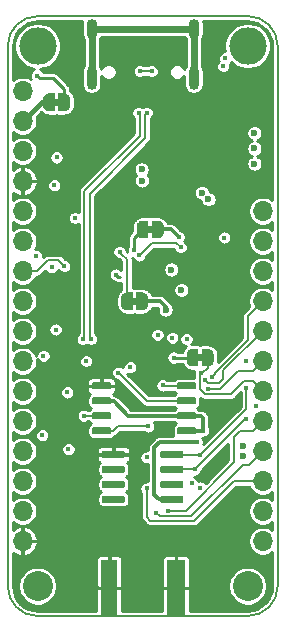
<source format=gbl>
G04 #@! TF.GenerationSoftware,KiCad,Pcbnew,(5.1.5)-2*
G04 #@! TF.CreationDate,2019-12-16T23:28:57+01:00*
G04 #@! TF.ProjectId,Penguino-Feather-4260-v1,50656e67-7569-46e6-9f2d-466561746865,1.1*
G04 #@! TF.SameCoordinates,Original*
G04 #@! TF.FileFunction,Copper,L4,Bot*
G04 #@! TF.FilePolarity,Positive*
%FSLAX46Y46*%
G04 Gerber Fmt 4.6, Leading zero omitted, Abs format (unit mm)*
G04 Created by KiCad (PCBNEW (5.1.5)-2) date 2019-12-16 23:28:57*
%MOMM*%
%LPD*%
G04 APERTURE LIST*
%ADD10C,0.150000*%
%ADD11C,0.100000*%
%ADD12R,1.350000X4.700000*%
%ADD13R,1.500000X4.700000*%
%ADD14C,3.175000*%
%ADD15C,2.540000*%
%ADD16O,1.700000X1.700000*%
%ADD17O,0.900000X2.000000*%
%ADD18O,0.900000X1.700000*%
%ADD19C,0.600000*%
%ADD20C,0.450000*%
%ADD21C,0.550000*%
%ADD22C,0.350000*%
%ADD23C,0.180000*%
%ADD24C,0.300000*%
%ADD25C,0.400000*%
%ADD26C,0.250000*%
%ADD27C,0.200000*%
%ADD28C,0.600000*%
%ADD29C,0.254000*%
G04 APERTURE END LIST*
D10*
X127000000Y-119380000D02*
G75*
G02X124460000Y-116840000I0J2540000D01*
G01*
X147320000Y-116840000D02*
G75*
G02X144780000Y-119380000I-2540000J0D01*
G01*
X144780000Y-68580000D02*
G75*
G02X147320000Y-71120000I0J-2540000D01*
G01*
X124460000Y-71120000D02*
G75*
G02X127000000Y-68580000I2540000J0D01*
G01*
X124460000Y-116840000D02*
X124460000Y-71120000D01*
X144780000Y-119380000D02*
X127000000Y-119380000D01*
X147320000Y-71120000D02*
X147320000Y-116840000D01*
X127000000Y-68580000D02*
X144780000Y-68580000D01*
D11*
G36*
X128850000Y-76175000D02*
G01*
X128350000Y-76175000D01*
X128350000Y-75575000D01*
X128850000Y-75575000D01*
X128850000Y-76175000D01*
G37*
G36*
X140500000Y-97200000D02*
G01*
X141000000Y-97200000D01*
X141000000Y-97800000D01*
X140500000Y-97800000D01*
X140500000Y-97200000D01*
G37*
G36*
X134950000Y-92430000D02*
G01*
X135450000Y-92430000D01*
X135450000Y-93030000D01*
X134950000Y-93030000D01*
X134950000Y-92430000D01*
G37*
G36*
X136275000Y-86350000D02*
G01*
X136775000Y-86350000D01*
X136775000Y-86950000D01*
X136275000Y-86950000D01*
X136275000Y-86350000D01*
G37*
D12*
X133065000Y-116990000D03*
D13*
X138715000Y-116990000D03*
G04 #@! TA.AperFunction,SMDPad,CuDef*
D11*
G36*
X128450000Y-76625000D02*
G01*
X127950000Y-76625000D01*
X127950000Y-76624398D01*
X127925466Y-76624398D01*
X127876635Y-76619588D01*
X127828510Y-76610016D01*
X127781555Y-76595772D01*
X127736222Y-76576995D01*
X127692949Y-76553864D01*
X127652150Y-76526604D01*
X127614221Y-76495476D01*
X127579524Y-76460779D01*
X127548396Y-76422850D01*
X127521136Y-76382051D01*
X127498005Y-76338778D01*
X127479228Y-76293445D01*
X127464984Y-76246490D01*
X127455412Y-76198365D01*
X127450602Y-76149534D01*
X127450602Y-76125000D01*
X127450000Y-76125000D01*
X127450000Y-75625000D01*
X127450602Y-75625000D01*
X127450602Y-75600466D01*
X127455412Y-75551635D01*
X127464984Y-75503510D01*
X127479228Y-75456555D01*
X127498005Y-75411222D01*
X127521136Y-75367949D01*
X127548396Y-75327150D01*
X127579524Y-75289221D01*
X127614221Y-75254524D01*
X127652150Y-75223396D01*
X127692949Y-75196136D01*
X127736222Y-75173005D01*
X127781555Y-75154228D01*
X127828510Y-75139984D01*
X127876635Y-75130412D01*
X127925466Y-75125602D01*
X127950000Y-75125602D01*
X127950000Y-75125000D01*
X128450000Y-75125000D01*
X128450000Y-76625000D01*
G37*
G04 #@! TD.AperFunction*
G04 #@! TA.AperFunction,SMDPad,CuDef*
G36*
X129250000Y-75125602D02*
G01*
X129274534Y-75125602D01*
X129323365Y-75130412D01*
X129371490Y-75139984D01*
X129418445Y-75154228D01*
X129463778Y-75173005D01*
X129507051Y-75196136D01*
X129547850Y-75223396D01*
X129585779Y-75254524D01*
X129620476Y-75289221D01*
X129651604Y-75327150D01*
X129678864Y-75367949D01*
X129701995Y-75411222D01*
X129720772Y-75456555D01*
X129735016Y-75503510D01*
X129744588Y-75551635D01*
X129749398Y-75600466D01*
X129749398Y-75625000D01*
X129750000Y-75625000D01*
X129750000Y-76125000D01*
X129749398Y-76125000D01*
X129749398Y-76149534D01*
X129744588Y-76198365D01*
X129735016Y-76246490D01*
X129720772Y-76293445D01*
X129701995Y-76338778D01*
X129678864Y-76382051D01*
X129651604Y-76422850D01*
X129620476Y-76460779D01*
X129585779Y-76495476D01*
X129547850Y-76526604D01*
X129507051Y-76553864D01*
X129463778Y-76576995D01*
X129418445Y-76595772D01*
X129371490Y-76610016D01*
X129323365Y-76619588D01*
X129274534Y-76624398D01*
X129250000Y-76624398D01*
X129250000Y-76625000D01*
X128750000Y-76625000D01*
X128750000Y-75125000D01*
X129250000Y-75125000D01*
X129250000Y-75125602D01*
G37*
G04 #@! TD.AperFunction*
G04 #@! TA.AperFunction,SMDPad,CuDef*
G36*
X140900000Y-96750000D02*
G01*
X141400000Y-96750000D01*
X141400000Y-96750602D01*
X141424534Y-96750602D01*
X141473365Y-96755412D01*
X141521490Y-96764984D01*
X141568445Y-96779228D01*
X141613778Y-96798005D01*
X141657051Y-96821136D01*
X141697850Y-96848396D01*
X141735779Y-96879524D01*
X141770476Y-96914221D01*
X141801604Y-96952150D01*
X141828864Y-96992949D01*
X141851995Y-97036222D01*
X141870772Y-97081555D01*
X141885016Y-97128510D01*
X141894588Y-97176635D01*
X141899398Y-97225466D01*
X141899398Y-97250000D01*
X141900000Y-97250000D01*
X141900000Y-97750000D01*
X141899398Y-97750000D01*
X141899398Y-97774534D01*
X141894588Y-97823365D01*
X141885016Y-97871490D01*
X141870772Y-97918445D01*
X141851995Y-97963778D01*
X141828864Y-98007051D01*
X141801604Y-98047850D01*
X141770476Y-98085779D01*
X141735779Y-98120476D01*
X141697850Y-98151604D01*
X141657051Y-98178864D01*
X141613778Y-98201995D01*
X141568445Y-98220772D01*
X141521490Y-98235016D01*
X141473365Y-98244588D01*
X141424534Y-98249398D01*
X141400000Y-98249398D01*
X141400000Y-98250000D01*
X140900000Y-98250000D01*
X140900000Y-96750000D01*
G37*
G04 #@! TD.AperFunction*
G04 #@! TA.AperFunction,SMDPad,CuDef*
G36*
X140100000Y-98249398D02*
G01*
X140075466Y-98249398D01*
X140026635Y-98244588D01*
X139978510Y-98235016D01*
X139931555Y-98220772D01*
X139886222Y-98201995D01*
X139842949Y-98178864D01*
X139802150Y-98151604D01*
X139764221Y-98120476D01*
X139729524Y-98085779D01*
X139698396Y-98047850D01*
X139671136Y-98007051D01*
X139648005Y-97963778D01*
X139629228Y-97918445D01*
X139614984Y-97871490D01*
X139605412Y-97823365D01*
X139600602Y-97774534D01*
X139600602Y-97750000D01*
X139600000Y-97750000D01*
X139600000Y-97250000D01*
X139600602Y-97250000D01*
X139600602Y-97225466D01*
X139605412Y-97176635D01*
X139614984Y-97128510D01*
X139629228Y-97081555D01*
X139648005Y-97036222D01*
X139671136Y-96992949D01*
X139698396Y-96952150D01*
X139729524Y-96914221D01*
X139764221Y-96879524D01*
X139802150Y-96848396D01*
X139842949Y-96821136D01*
X139886222Y-96798005D01*
X139931555Y-96779228D01*
X139978510Y-96764984D01*
X140026635Y-96755412D01*
X140075466Y-96750602D01*
X140100000Y-96750602D01*
X140100000Y-96750000D01*
X140600000Y-96750000D01*
X140600000Y-98250000D01*
X140100000Y-98250000D01*
X140100000Y-98249398D01*
G37*
G04 #@! TD.AperFunction*
G04 #@! TA.AperFunction,SMDPad,CuDef*
G36*
X134550000Y-93479398D02*
G01*
X134525466Y-93479398D01*
X134476635Y-93474588D01*
X134428510Y-93465016D01*
X134381555Y-93450772D01*
X134336222Y-93431995D01*
X134292949Y-93408864D01*
X134252150Y-93381604D01*
X134214221Y-93350476D01*
X134179524Y-93315779D01*
X134148396Y-93277850D01*
X134121136Y-93237051D01*
X134098005Y-93193778D01*
X134079228Y-93148445D01*
X134064984Y-93101490D01*
X134055412Y-93053365D01*
X134050602Y-93004534D01*
X134050602Y-92980000D01*
X134050000Y-92980000D01*
X134050000Y-92480000D01*
X134050602Y-92480000D01*
X134050602Y-92455466D01*
X134055412Y-92406635D01*
X134064984Y-92358510D01*
X134079228Y-92311555D01*
X134098005Y-92266222D01*
X134121136Y-92222949D01*
X134148396Y-92182150D01*
X134179524Y-92144221D01*
X134214221Y-92109524D01*
X134252150Y-92078396D01*
X134292949Y-92051136D01*
X134336222Y-92028005D01*
X134381555Y-92009228D01*
X134428510Y-91994984D01*
X134476635Y-91985412D01*
X134525466Y-91980602D01*
X134550000Y-91980602D01*
X134550000Y-91980000D01*
X135050000Y-91980000D01*
X135050000Y-93480000D01*
X134550000Y-93480000D01*
X134550000Y-93479398D01*
G37*
G04 #@! TD.AperFunction*
G04 #@! TA.AperFunction,SMDPad,CuDef*
G36*
X135350000Y-91980000D02*
G01*
X135850000Y-91980000D01*
X135850000Y-91980602D01*
X135874534Y-91980602D01*
X135923365Y-91985412D01*
X135971490Y-91994984D01*
X136018445Y-92009228D01*
X136063778Y-92028005D01*
X136107051Y-92051136D01*
X136147850Y-92078396D01*
X136185779Y-92109524D01*
X136220476Y-92144221D01*
X136251604Y-92182150D01*
X136278864Y-92222949D01*
X136301995Y-92266222D01*
X136320772Y-92311555D01*
X136335016Y-92358510D01*
X136344588Y-92406635D01*
X136349398Y-92455466D01*
X136349398Y-92480000D01*
X136350000Y-92480000D01*
X136350000Y-92980000D01*
X136349398Y-92980000D01*
X136349398Y-93004534D01*
X136344588Y-93053365D01*
X136335016Y-93101490D01*
X136320772Y-93148445D01*
X136301995Y-93193778D01*
X136278864Y-93237051D01*
X136251604Y-93277850D01*
X136220476Y-93315779D01*
X136185779Y-93350476D01*
X136147850Y-93381604D01*
X136107051Y-93408864D01*
X136063778Y-93431995D01*
X136018445Y-93450772D01*
X135971490Y-93465016D01*
X135923365Y-93474588D01*
X135874534Y-93479398D01*
X135850000Y-93479398D01*
X135850000Y-93480000D01*
X135350000Y-93480000D01*
X135350000Y-91980000D01*
G37*
G04 #@! TD.AperFunction*
G04 #@! TA.AperFunction,SMDPad,CuDef*
G36*
X135875000Y-87399398D02*
G01*
X135850466Y-87399398D01*
X135801635Y-87394588D01*
X135753510Y-87385016D01*
X135706555Y-87370772D01*
X135661222Y-87351995D01*
X135617949Y-87328864D01*
X135577150Y-87301604D01*
X135539221Y-87270476D01*
X135504524Y-87235779D01*
X135473396Y-87197850D01*
X135446136Y-87157051D01*
X135423005Y-87113778D01*
X135404228Y-87068445D01*
X135389984Y-87021490D01*
X135380412Y-86973365D01*
X135375602Y-86924534D01*
X135375602Y-86900000D01*
X135375000Y-86900000D01*
X135375000Y-86400000D01*
X135375602Y-86400000D01*
X135375602Y-86375466D01*
X135380412Y-86326635D01*
X135389984Y-86278510D01*
X135404228Y-86231555D01*
X135423005Y-86186222D01*
X135446136Y-86142949D01*
X135473396Y-86102150D01*
X135504524Y-86064221D01*
X135539221Y-86029524D01*
X135577150Y-85998396D01*
X135617949Y-85971136D01*
X135661222Y-85948005D01*
X135706555Y-85929228D01*
X135753510Y-85914984D01*
X135801635Y-85905412D01*
X135850466Y-85900602D01*
X135875000Y-85900602D01*
X135875000Y-85900000D01*
X136375000Y-85900000D01*
X136375000Y-87400000D01*
X135875000Y-87400000D01*
X135875000Y-87399398D01*
G37*
G04 #@! TD.AperFunction*
G04 #@! TA.AperFunction,SMDPad,CuDef*
G36*
X136675000Y-85900000D02*
G01*
X137175000Y-85900000D01*
X137175000Y-85900602D01*
X137199534Y-85900602D01*
X137248365Y-85905412D01*
X137296490Y-85914984D01*
X137343445Y-85929228D01*
X137388778Y-85948005D01*
X137432051Y-85971136D01*
X137472850Y-85998396D01*
X137510779Y-86029524D01*
X137545476Y-86064221D01*
X137576604Y-86102150D01*
X137603864Y-86142949D01*
X137626995Y-86186222D01*
X137645772Y-86231555D01*
X137660016Y-86278510D01*
X137669588Y-86326635D01*
X137674398Y-86375466D01*
X137674398Y-86400000D01*
X137675000Y-86400000D01*
X137675000Y-86900000D01*
X137674398Y-86900000D01*
X137674398Y-86924534D01*
X137669588Y-86973365D01*
X137660016Y-87021490D01*
X137645772Y-87068445D01*
X137626995Y-87113778D01*
X137603864Y-87157051D01*
X137576604Y-87197850D01*
X137545476Y-87235779D01*
X137510779Y-87270476D01*
X137472850Y-87301604D01*
X137432051Y-87328864D01*
X137388778Y-87351995D01*
X137343445Y-87370772D01*
X137296490Y-87385016D01*
X137248365Y-87394588D01*
X137199534Y-87399398D01*
X137175000Y-87399398D01*
X137175000Y-87400000D01*
X136675000Y-87400000D01*
X136675000Y-85900000D01*
G37*
G04 #@! TD.AperFunction*
G04 #@! TA.AperFunction,SMDPad,CuDef*
G36*
X134254703Y-109205722D02*
G01*
X134269264Y-109207882D01*
X134283543Y-109211459D01*
X134297403Y-109216418D01*
X134310710Y-109222712D01*
X134323336Y-109230280D01*
X134335159Y-109239048D01*
X134346066Y-109248934D01*
X134355952Y-109259841D01*
X134364720Y-109271664D01*
X134372288Y-109284290D01*
X134378582Y-109297597D01*
X134383541Y-109311457D01*
X134387118Y-109325736D01*
X134389278Y-109340297D01*
X134390000Y-109355000D01*
X134390000Y-109655000D01*
X134389278Y-109669703D01*
X134387118Y-109684264D01*
X134383541Y-109698543D01*
X134378582Y-109712403D01*
X134372288Y-109725710D01*
X134364720Y-109738336D01*
X134355952Y-109750159D01*
X134346066Y-109761066D01*
X134335159Y-109770952D01*
X134323336Y-109779720D01*
X134310710Y-109787288D01*
X134297403Y-109793582D01*
X134283543Y-109798541D01*
X134269264Y-109802118D01*
X134254703Y-109804278D01*
X134240000Y-109805000D01*
X132590000Y-109805000D01*
X132575297Y-109804278D01*
X132560736Y-109802118D01*
X132546457Y-109798541D01*
X132532597Y-109793582D01*
X132519290Y-109787288D01*
X132506664Y-109779720D01*
X132494841Y-109770952D01*
X132483934Y-109761066D01*
X132474048Y-109750159D01*
X132465280Y-109738336D01*
X132457712Y-109725710D01*
X132451418Y-109712403D01*
X132446459Y-109698543D01*
X132442882Y-109684264D01*
X132440722Y-109669703D01*
X132440000Y-109655000D01*
X132440000Y-109355000D01*
X132440722Y-109340297D01*
X132442882Y-109325736D01*
X132446459Y-109311457D01*
X132451418Y-109297597D01*
X132457712Y-109284290D01*
X132465280Y-109271664D01*
X132474048Y-109259841D01*
X132483934Y-109248934D01*
X132494841Y-109239048D01*
X132506664Y-109230280D01*
X132519290Y-109222712D01*
X132532597Y-109216418D01*
X132546457Y-109211459D01*
X132560736Y-109207882D01*
X132575297Y-109205722D01*
X132590000Y-109205000D01*
X134240000Y-109205000D01*
X134254703Y-109205722D01*
G37*
G04 #@! TD.AperFunction*
G04 #@! TA.AperFunction,SMDPad,CuDef*
G36*
X134254703Y-107935722D02*
G01*
X134269264Y-107937882D01*
X134283543Y-107941459D01*
X134297403Y-107946418D01*
X134310710Y-107952712D01*
X134323336Y-107960280D01*
X134335159Y-107969048D01*
X134346066Y-107978934D01*
X134355952Y-107989841D01*
X134364720Y-108001664D01*
X134372288Y-108014290D01*
X134378582Y-108027597D01*
X134383541Y-108041457D01*
X134387118Y-108055736D01*
X134389278Y-108070297D01*
X134390000Y-108085000D01*
X134390000Y-108385000D01*
X134389278Y-108399703D01*
X134387118Y-108414264D01*
X134383541Y-108428543D01*
X134378582Y-108442403D01*
X134372288Y-108455710D01*
X134364720Y-108468336D01*
X134355952Y-108480159D01*
X134346066Y-108491066D01*
X134335159Y-108500952D01*
X134323336Y-108509720D01*
X134310710Y-108517288D01*
X134297403Y-108523582D01*
X134283543Y-108528541D01*
X134269264Y-108532118D01*
X134254703Y-108534278D01*
X134240000Y-108535000D01*
X132590000Y-108535000D01*
X132575297Y-108534278D01*
X132560736Y-108532118D01*
X132546457Y-108528541D01*
X132532597Y-108523582D01*
X132519290Y-108517288D01*
X132506664Y-108509720D01*
X132494841Y-108500952D01*
X132483934Y-108491066D01*
X132474048Y-108480159D01*
X132465280Y-108468336D01*
X132457712Y-108455710D01*
X132451418Y-108442403D01*
X132446459Y-108428543D01*
X132442882Y-108414264D01*
X132440722Y-108399703D01*
X132440000Y-108385000D01*
X132440000Y-108085000D01*
X132440722Y-108070297D01*
X132442882Y-108055736D01*
X132446459Y-108041457D01*
X132451418Y-108027597D01*
X132457712Y-108014290D01*
X132465280Y-108001664D01*
X132474048Y-107989841D01*
X132483934Y-107978934D01*
X132494841Y-107969048D01*
X132506664Y-107960280D01*
X132519290Y-107952712D01*
X132532597Y-107946418D01*
X132546457Y-107941459D01*
X132560736Y-107937882D01*
X132575297Y-107935722D01*
X132590000Y-107935000D01*
X134240000Y-107935000D01*
X134254703Y-107935722D01*
G37*
G04 #@! TD.AperFunction*
G04 #@! TA.AperFunction,SMDPad,CuDef*
G36*
X134254703Y-106665722D02*
G01*
X134269264Y-106667882D01*
X134283543Y-106671459D01*
X134297403Y-106676418D01*
X134310710Y-106682712D01*
X134323336Y-106690280D01*
X134335159Y-106699048D01*
X134346066Y-106708934D01*
X134355952Y-106719841D01*
X134364720Y-106731664D01*
X134372288Y-106744290D01*
X134378582Y-106757597D01*
X134383541Y-106771457D01*
X134387118Y-106785736D01*
X134389278Y-106800297D01*
X134390000Y-106815000D01*
X134390000Y-107115000D01*
X134389278Y-107129703D01*
X134387118Y-107144264D01*
X134383541Y-107158543D01*
X134378582Y-107172403D01*
X134372288Y-107185710D01*
X134364720Y-107198336D01*
X134355952Y-107210159D01*
X134346066Y-107221066D01*
X134335159Y-107230952D01*
X134323336Y-107239720D01*
X134310710Y-107247288D01*
X134297403Y-107253582D01*
X134283543Y-107258541D01*
X134269264Y-107262118D01*
X134254703Y-107264278D01*
X134240000Y-107265000D01*
X132590000Y-107265000D01*
X132575297Y-107264278D01*
X132560736Y-107262118D01*
X132546457Y-107258541D01*
X132532597Y-107253582D01*
X132519290Y-107247288D01*
X132506664Y-107239720D01*
X132494841Y-107230952D01*
X132483934Y-107221066D01*
X132474048Y-107210159D01*
X132465280Y-107198336D01*
X132457712Y-107185710D01*
X132451418Y-107172403D01*
X132446459Y-107158543D01*
X132442882Y-107144264D01*
X132440722Y-107129703D01*
X132440000Y-107115000D01*
X132440000Y-106815000D01*
X132440722Y-106800297D01*
X132442882Y-106785736D01*
X132446459Y-106771457D01*
X132451418Y-106757597D01*
X132457712Y-106744290D01*
X132465280Y-106731664D01*
X132474048Y-106719841D01*
X132483934Y-106708934D01*
X132494841Y-106699048D01*
X132506664Y-106690280D01*
X132519290Y-106682712D01*
X132532597Y-106676418D01*
X132546457Y-106671459D01*
X132560736Y-106667882D01*
X132575297Y-106665722D01*
X132590000Y-106665000D01*
X134240000Y-106665000D01*
X134254703Y-106665722D01*
G37*
G04 #@! TD.AperFunction*
G04 #@! TA.AperFunction,SMDPad,CuDef*
G36*
X134254703Y-105395722D02*
G01*
X134269264Y-105397882D01*
X134283543Y-105401459D01*
X134297403Y-105406418D01*
X134310710Y-105412712D01*
X134323336Y-105420280D01*
X134335159Y-105429048D01*
X134346066Y-105438934D01*
X134355952Y-105449841D01*
X134364720Y-105461664D01*
X134372288Y-105474290D01*
X134378582Y-105487597D01*
X134383541Y-105501457D01*
X134387118Y-105515736D01*
X134389278Y-105530297D01*
X134390000Y-105545000D01*
X134390000Y-105845000D01*
X134389278Y-105859703D01*
X134387118Y-105874264D01*
X134383541Y-105888543D01*
X134378582Y-105902403D01*
X134372288Y-105915710D01*
X134364720Y-105928336D01*
X134355952Y-105940159D01*
X134346066Y-105951066D01*
X134335159Y-105960952D01*
X134323336Y-105969720D01*
X134310710Y-105977288D01*
X134297403Y-105983582D01*
X134283543Y-105988541D01*
X134269264Y-105992118D01*
X134254703Y-105994278D01*
X134240000Y-105995000D01*
X132590000Y-105995000D01*
X132575297Y-105994278D01*
X132560736Y-105992118D01*
X132546457Y-105988541D01*
X132532597Y-105983582D01*
X132519290Y-105977288D01*
X132506664Y-105969720D01*
X132494841Y-105960952D01*
X132483934Y-105951066D01*
X132474048Y-105940159D01*
X132465280Y-105928336D01*
X132457712Y-105915710D01*
X132451418Y-105902403D01*
X132446459Y-105888543D01*
X132442882Y-105874264D01*
X132440722Y-105859703D01*
X132440000Y-105845000D01*
X132440000Y-105545000D01*
X132440722Y-105530297D01*
X132442882Y-105515736D01*
X132446459Y-105501457D01*
X132451418Y-105487597D01*
X132457712Y-105474290D01*
X132465280Y-105461664D01*
X132474048Y-105449841D01*
X132483934Y-105438934D01*
X132494841Y-105429048D01*
X132506664Y-105420280D01*
X132519290Y-105412712D01*
X132532597Y-105406418D01*
X132546457Y-105401459D01*
X132560736Y-105397882D01*
X132575297Y-105395722D01*
X132590000Y-105395000D01*
X134240000Y-105395000D01*
X134254703Y-105395722D01*
G37*
G04 #@! TD.AperFunction*
G04 #@! TA.AperFunction,SMDPad,CuDef*
G36*
X139204703Y-105395722D02*
G01*
X139219264Y-105397882D01*
X139233543Y-105401459D01*
X139247403Y-105406418D01*
X139260710Y-105412712D01*
X139273336Y-105420280D01*
X139285159Y-105429048D01*
X139296066Y-105438934D01*
X139305952Y-105449841D01*
X139314720Y-105461664D01*
X139322288Y-105474290D01*
X139328582Y-105487597D01*
X139333541Y-105501457D01*
X139337118Y-105515736D01*
X139339278Y-105530297D01*
X139340000Y-105545000D01*
X139340000Y-105845000D01*
X139339278Y-105859703D01*
X139337118Y-105874264D01*
X139333541Y-105888543D01*
X139328582Y-105902403D01*
X139322288Y-105915710D01*
X139314720Y-105928336D01*
X139305952Y-105940159D01*
X139296066Y-105951066D01*
X139285159Y-105960952D01*
X139273336Y-105969720D01*
X139260710Y-105977288D01*
X139247403Y-105983582D01*
X139233543Y-105988541D01*
X139219264Y-105992118D01*
X139204703Y-105994278D01*
X139190000Y-105995000D01*
X137540000Y-105995000D01*
X137525297Y-105994278D01*
X137510736Y-105992118D01*
X137496457Y-105988541D01*
X137482597Y-105983582D01*
X137469290Y-105977288D01*
X137456664Y-105969720D01*
X137444841Y-105960952D01*
X137433934Y-105951066D01*
X137424048Y-105940159D01*
X137415280Y-105928336D01*
X137407712Y-105915710D01*
X137401418Y-105902403D01*
X137396459Y-105888543D01*
X137392882Y-105874264D01*
X137390722Y-105859703D01*
X137390000Y-105845000D01*
X137390000Y-105545000D01*
X137390722Y-105530297D01*
X137392882Y-105515736D01*
X137396459Y-105501457D01*
X137401418Y-105487597D01*
X137407712Y-105474290D01*
X137415280Y-105461664D01*
X137424048Y-105449841D01*
X137433934Y-105438934D01*
X137444841Y-105429048D01*
X137456664Y-105420280D01*
X137469290Y-105412712D01*
X137482597Y-105406418D01*
X137496457Y-105401459D01*
X137510736Y-105397882D01*
X137525297Y-105395722D01*
X137540000Y-105395000D01*
X139190000Y-105395000D01*
X139204703Y-105395722D01*
G37*
G04 #@! TD.AperFunction*
G04 #@! TA.AperFunction,SMDPad,CuDef*
G36*
X139204703Y-106665722D02*
G01*
X139219264Y-106667882D01*
X139233543Y-106671459D01*
X139247403Y-106676418D01*
X139260710Y-106682712D01*
X139273336Y-106690280D01*
X139285159Y-106699048D01*
X139296066Y-106708934D01*
X139305952Y-106719841D01*
X139314720Y-106731664D01*
X139322288Y-106744290D01*
X139328582Y-106757597D01*
X139333541Y-106771457D01*
X139337118Y-106785736D01*
X139339278Y-106800297D01*
X139340000Y-106815000D01*
X139340000Y-107115000D01*
X139339278Y-107129703D01*
X139337118Y-107144264D01*
X139333541Y-107158543D01*
X139328582Y-107172403D01*
X139322288Y-107185710D01*
X139314720Y-107198336D01*
X139305952Y-107210159D01*
X139296066Y-107221066D01*
X139285159Y-107230952D01*
X139273336Y-107239720D01*
X139260710Y-107247288D01*
X139247403Y-107253582D01*
X139233543Y-107258541D01*
X139219264Y-107262118D01*
X139204703Y-107264278D01*
X139190000Y-107265000D01*
X137540000Y-107265000D01*
X137525297Y-107264278D01*
X137510736Y-107262118D01*
X137496457Y-107258541D01*
X137482597Y-107253582D01*
X137469290Y-107247288D01*
X137456664Y-107239720D01*
X137444841Y-107230952D01*
X137433934Y-107221066D01*
X137424048Y-107210159D01*
X137415280Y-107198336D01*
X137407712Y-107185710D01*
X137401418Y-107172403D01*
X137396459Y-107158543D01*
X137392882Y-107144264D01*
X137390722Y-107129703D01*
X137390000Y-107115000D01*
X137390000Y-106815000D01*
X137390722Y-106800297D01*
X137392882Y-106785736D01*
X137396459Y-106771457D01*
X137401418Y-106757597D01*
X137407712Y-106744290D01*
X137415280Y-106731664D01*
X137424048Y-106719841D01*
X137433934Y-106708934D01*
X137444841Y-106699048D01*
X137456664Y-106690280D01*
X137469290Y-106682712D01*
X137482597Y-106676418D01*
X137496457Y-106671459D01*
X137510736Y-106667882D01*
X137525297Y-106665722D01*
X137540000Y-106665000D01*
X139190000Y-106665000D01*
X139204703Y-106665722D01*
G37*
G04 #@! TD.AperFunction*
G04 #@! TA.AperFunction,SMDPad,CuDef*
G36*
X139204703Y-107935722D02*
G01*
X139219264Y-107937882D01*
X139233543Y-107941459D01*
X139247403Y-107946418D01*
X139260710Y-107952712D01*
X139273336Y-107960280D01*
X139285159Y-107969048D01*
X139296066Y-107978934D01*
X139305952Y-107989841D01*
X139314720Y-108001664D01*
X139322288Y-108014290D01*
X139328582Y-108027597D01*
X139333541Y-108041457D01*
X139337118Y-108055736D01*
X139339278Y-108070297D01*
X139340000Y-108085000D01*
X139340000Y-108385000D01*
X139339278Y-108399703D01*
X139337118Y-108414264D01*
X139333541Y-108428543D01*
X139328582Y-108442403D01*
X139322288Y-108455710D01*
X139314720Y-108468336D01*
X139305952Y-108480159D01*
X139296066Y-108491066D01*
X139285159Y-108500952D01*
X139273336Y-108509720D01*
X139260710Y-108517288D01*
X139247403Y-108523582D01*
X139233543Y-108528541D01*
X139219264Y-108532118D01*
X139204703Y-108534278D01*
X139190000Y-108535000D01*
X137540000Y-108535000D01*
X137525297Y-108534278D01*
X137510736Y-108532118D01*
X137496457Y-108528541D01*
X137482597Y-108523582D01*
X137469290Y-108517288D01*
X137456664Y-108509720D01*
X137444841Y-108500952D01*
X137433934Y-108491066D01*
X137424048Y-108480159D01*
X137415280Y-108468336D01*
X137407712Y-108455710D01*
X137401418Y-108442403D01*
X137396459Y-108428543D01*
X137392882Y-108414264D01*
X137390722Y-108399703D01*
X137390000Y-108385000D01*
X137390000Y-108085000D01*
X137390722Y-108070297D01*
X137392882Y-108055736D01*
X137396459Y-108041457D01*
X137401418Y-108027597D01*
X137407712Y-108014290D01*
X137415280Y-108001664D01*
X137424048Y-107989841D01*
X137433934Y-107978934D01*
X137444841Y-107969048D01*
X137456664Y-107960280D01*
X137469290Y-107952712D01*
X137482597Y-107946418D01*
X137496457Y-107941459D01*
X137510736Y-107937882D01*
X137525297Y-107935722D01*
X137540000Y-107935000D01*
X139190000Y-107935000D01*
X139204703Y-107935722D01*
G37*
G04 #@! TD.AperFunction*
G04 #@! TA.AperFunction,SMDPad,CuDef*
G36*
X139204703Y-109205722D02*
G01*
X139219264Y-109207882D01*
X139233543Y-109211459D01*
X139247403Y-109216418D01*
X139260710Y-109222712D01*
X139273336Y-109230280D01*
X139285159Y-109239048D01*
X139296066Y-109248934D01*
X139305952Y-109259841D01*
X139314720Y-109271664D01*
X139322288Y-109284290D01*
X139328582Y-109297597D01*
X139333541Y-109311457D01*
X139337118Y-109325736D01*
X139339278Y-109340297D01*
X139340000Y-109355000D01*
X139340000Y-109655000D01*
X139339278Y-109669703D01*
X139337118Y-109684264D01*
X139333541Y-109698543D01*
X139328582Y-109712403D01*
X139322288Y-109725710D01*
X139314720Y-109738336D01*
X139305952Y-109750159D01*
X139296066Y-109761066D01*
X139285159Y-109770952D01*
X139273336Y-109779720D01*
X139260710Y-109787288D01*
X139247403Y-109793582D01*
X139233543Y-109798541D01*
X139219264Y-109802118D01*
X139204703Y-109804278D01*
X139190000Y-109805000D01*
X137540000Y-109805000D01*
X137525297Y-109804278D01*
X137510736Y-109802118D01*
X137496457Y-109798541D01*
X137482597Y-109793582D01*
X137469290Y-109787288D01*
X137456664Y-109779720D01*
X137444841Y-109770952D01*
X137433934Y-109761066D01*
X137424048Y-109750159D01*
X137415280Y-109738336D01*
X137407712Y-109725710D01*
X137401418Y-109712403D01*
X137396459Y-109698543D01*
X137392882Y-109684264D01*
X137390722Y-109669703D01*
X137390000Y-109655000D01*
X137390000Y-109355000D01*
X137390722Y-109340297D01*
X137392882Y-109325736D01*
X137396459Y-109311457D01*
X137401418Y-109297597D01*
X137407712Y-109284290D01*
X137415280Y-109271664D01*
X137424048Y-109259841D01*
X137433934Y-109248934D01*
X137444841Y-109239048D01*
X137456664Y-109230280D01*
X137469290Y-109222712D01*
X137482597Y-109216418D01*
X137496457Y-109211459D01*
X137510736Y-109207882D01*
X137525297Y-109205722D01*
X137540000Y-109205000D01*
X139190000Y-109205000D01*
X139204703Y-109205722D01*
G37*
G04 #@! TD.AperFunction*
D14*
X127000000Y-71120000D03*
X144780000Y-71120000D03*
D15*
X144780000Y-116840000D03*
X127000000Y-116840000D03*
D16*
X125730000Y-74930000D03*
X125730000Y-77470000D03*
X125730000Y-80010000D03*
X125730000Y-82550000D03*
X125730000Y-85090000D03*
X125730000Y-87630000D03*
X125730000Y-90170000D03*
X125730000Y-92710000D03*
X125730000Y-95250000D03*
X125730000Y-97790000D03*
X125730000Y-100330000D03*
X125730000Y-102870000D03*
X125730000Y-105410000D03*
X125730000Y-107950000D03*
X125730000Y-110490000D03*
X125730000Y-113030000D03*
X146050000Y-113030000D03*
X146050000Y-110490000D03*
X146050000Y-107950000D03*
X146050000Y-105410000D03*
X146050000Y-102870000D03*
X146050000Y-100330000D03*
X146050000Y-97790000D03*
X146050000Y-95250000D03*
X146050000Y-92710000D03*
X146050000Y-90170000D03*
X146050000Y-87630000D03*
X146050000Y-85090000D03*
D17*
X140210000Y-73812000D03*
X131570000Y-73812000D03*
D18*
X140210000Y-69642000D03*
X131570000Y-69642000D03*
G04 #@! TA.AperFunction,SMDPad,CuDef*
D11*
G36*
X133064703Y-103405722D02*
G01*
X133079264Y-103407882D01*
X133093543Y-103411459D01*
X133107403Y-103416418D01*
X133120710Y-103422712D01*
X133133336Y-103430280D01*
X133145159Y-103439048D01*
X133156066Y-103448934D01*
X133165952Y-103459841D01*
X133174720Y-103471664D01*
X133182288Y-103484290D01*
X133188582Y-103497597D01*
X133193541Y-103511457D01*
X133197118Y-103525736D01*
X133199278Y-103540297D01*
X133200000Y-103555000D01*
X133200000Y-103855000D01*
X133199278Y-103869703D01*
X133197118Y-103884264D01*
X133193541Y-103898543D01*
X133188582Y-103912403D01*
X133182288Y-103925710D01*
X133174720Y-103938336D01*
X133165952Y-103950159D01*
X133156066Y-103961066D01*
X133145159Y-103970952D01*
X133133336Y-103979720D01*
X133120710Y-103987288D01*
X133107403Y-103993582D01*
X133093543Y-103998541D01*
X133079264Y-104002118D01*
X133064703Y-104004278D01*
X133050000Y-104005000D01*
X131750000Y-104005000D01*
X131735297Y-104004278D01*
X131720736Y-104002118D01*
X131706457Y-103998541D01*
X131692597Y-103993582D01*
X131679290Y-103987288D01*
X131666664Y-103979720D01*
X131654841Y-103970952D01*
X131643934Y-103961066D01*
X131634048Y-103950159D01*
X131625280Y-103938336D01*
X131617712Y-103925710D01*
X131611418Y-103912403D01*
X131606459Y-103898543D01*
X131602882Y-103884264D01*
X131600722Y-103869703D01*
X131600000Y-103855000D01*
X131600000Y-103555000D01*
X131600722Y-103540297D01*
X131602882Y-103525736D01*
X131606459Y-103511457D01*
X131611418Y-103497597D01*
X131617712Y-103484290D01*
X131625280Y-103471664D01*
X131634048Y-103459841D01*
X131643934Y-103448934D01*
X131654841Y-103439048D01*
X131666664Y-103430280D01*
X131679290Y-103422712D01*
X131692597Y-103416418D01*
X131706457Y-103411459D01*
X131720736Y-103407882D01*
X131735297Y-103405722D01*
X131750000Y-103405000D01*
X133050000Y-103405000D01*
X133064703Y-103405722D01*
G37*
G04 #@! TD.AperFunction*
G04 #@! TA.AperFunction,SMDPad,CuDef*
G36*
X133064703Y-102135722D02*
G01*
X133079264Y-102137882D01*
X133093543Y-102141459D01*
X133107403Y-102146418D01*
X133120710Y-102152712D01*
X133133336Y-102160280D01*
X133145159Y-102169048D01*
X133156066Y-102178934D01*
X133165952Y-102189841D01*
X133174720Y-102201664D01*
X133182288Y-102214290D01*
X133188582Y-102227597D01*
X133193541Y-102241457D01*
X133197118Y-102255736D01*
X133199278Y-102270297D01*
X133200000Y-102285000D01*
X133200000Y-102585000D01*
X133199278Y-102599703D01*
X133197118Y-102614264D01*
X133193541Y-102628543D01*
X133188582Y-102642403D01*
X133182288Y-102655710D01*
X133174720Y-102668336D01*
X133165952Y-102680159D01*
X133156066Y-102691066D01*
X133145159Y-102700952D01*
X133133336Y-102709720D01*
X133120710Y-102717288D01*
X133107403Y-102723582D01*
X133093543Y-102728541D01*
X133079264Y-102732118D01*
X133064703Y-102734278D01*
X133050000Y-102735000D01*
X131750000Y-102735000D01*
X131735297Y-102734278D01*
X131720736Y-102732118D01*
X131706457Y-102728541D01*
X131692597Y-102723582D01*
X131679290Y-102717288D01*
X131666664Y-102709720D01*
X131654841Y-102700952D01*
X131643934Y-102691066D01*
X131634048Y-102680159D01*
X131625280Y-102668336D01*
X131617712Y-102655710D01*
X131611418Y-102642403D01*
X131606459Y-102628543D01*
X131602882Y-102614264D01*
X131600722Y-102599703D01*
X131600000Y-102585000D01*
X131600000Y-102285000D01*
X131600722Y-102270297D01*
X131602882Y-102255736D01*
X131606459Y-102241457D01*
X131611418Y-102227597D01*
X131617712Y-102214290D01*
X131625280Y-102201664D01*
X131634048Y-102189841D01*
X131643934Y-102178934D01*
X131654841Y-102169048D01*
X131666664Y-102160280D01*
X131679290Y-102152712D01*
X131692597Y-102146418D01*
X131706457Y-102141459D01*
X131720736Y-102137882D01*
X131735297Y-102135722D01*
X131750000Y-102135000D01*
X133050000Y-102135000D01*
X133064703Y-102135722D01*
G37*
G04 #@! TD.AperFunction*
G04 #@! TA.AperFunction,SMDPad,CuDef*
G36*
X133064703Y-100865722D02*
G01*
X133079264Y-100867882D01*
X133093543Y-100871459D01*
X133107403Y-100876418D01*
X133120710Y-100882712D01*
X133133336Y-100890280D01*
X133145159Y-100899048D01*
X133156066Y-100908934D01*
X133165952Y-100919841D01*
X133174720Y-100931664D01*
X133182288Y-100944290D01*
X133188582Y-100957597D01*
X133193541Y-100971457D01*
X133197118Y-100985736D01*
X133199278Y-101000297D01*
X133200000Y-101015000D01*
X133200000Y-101315000D01*
X133199278Y-101329703D01*
X133197118Y-101344264D01*
X133193541Y-101358543D01*
X133188582Y-101372403D01*
X133182288Y-101385710D01*
X133174720Y-101398336D01*
X133165952Y-101410159D01*
X133156066Y-101421066D01*
X133145159Y-101430952D01*
X133133336Y-101439720D01*
X133120710Y-101447288D01*
X133107403Y-101453582D01*
X133093543Y-101458541D01*
X133079264Y-101462118D01*
X133064703Y-101464278D01*
X133050000Y-101465000D01*
X131750000Y-101465000D01*
X131735297Y-101464278D01*
X131720736Y-101462118D01*
X131706457Y-101458541D01*
X131692597Y-101453582D01*
X131679290Y-101447288D01*
X131666664Y-101439720D01*
X131654841Y-101430952D01*
X131643934Y-101421066D01*
X131634048Y-101410159D01*
X131625280Y-101398336D01*
X131617712Y-101385710D01*
X131611418Y-101372403D01*
X131606459Y-101358543D01*
X131602882Y-101344264D01*
X131600722Y-101329703D01*
X131600000Y-101315000D01*
X131600000Y-101015000D01*
X131600722Y-101000297D01*
X131602882Y-100985736D01*
X131606459Y-100971457D01*
X131611418Y-100957597D01*
X131617712Y-100944290D01*
X131625280Y-100931664D01*
X131634048Y-100919841D01*
X131643934Y-100908934D01*
X131654841Y-100899048D01*
X131666664Y-100890280D01*
X131679290Y-100882712D01*
X131692597Y-100876418D01*
X131706457Y-100871459D01*
X131720736Y-100867882D01*
X131735297Y-100865722D01*
X131750000Y-100865000D01*
X133050000Y-100865000D01*
X133064703Y-100865722D01*
G37*
G04 #@! TD.AperFunction*
G04 #@! TA.AperFunction,SMDPad,CuDef*
G36*
X133064703Y-99595722D02*
G01*
X133079264Y-99597882D01*
X133093543Y-99601459D01*
X133107403Y-99606418D01*
X133120710Y-99612712D01*
X133133336Y-99620280D01*
X133145159Y-99629048D01*
X133156066Y-99638934D01*
X133165952Y-99649841D01*
X133174720Y-99661664D01*
X133182288Y-99674290D01*
X133188582Y-99687597D01*
X133193541Y-99701457D01*
X133197118Y-99715736D01*
X133199278Y-99730297D01*
X133200000Y-99745000D01*
X133200000Y-100045000D01*
X133199278Y-100059703D01*
X133197118Y-100074264D01*
X133193541Y-100088543D01*
X133188582Y-100102403D01*
X133182288Y-100115710D01*
X133174720Y-100128336D01*
X133165952Y-100140159D01*
X133156066Y-100151066D01*
X133145159Y-100160952D01*
X133133336Y-100169720D01*
X133120710Y-100177288D01*
X133107403Y-100183582D01*
X133093543Y-100188541D01*
X133079264Y-100192118D01*
X133064703Y-100194278D01*
X133050000Y-100195000D01*
X131750000Y-100195000D01*
X131735297Y-100194278D01*
X131720736Y-100192118D01*
X131706457Y-100188541D01*
X131692597Y-100183582D01*
X131679290Y-100177288D01*
X131666664Y-100169720D01*
X131654841Y-100160952D01*
X131643934Y-100151066D01*
X131634048Y-100140159D01*
X131625280Y-100128336D01*
X131617712Y-100115710D01*
X131611418Y-100102403D01*
X131606459Y-100088543D01*
X131602882Y-100074264D01*
X131600722Y-100059703D01*
X131600000Y-100045000D01*
X131600000Y-99745000D01*
X131600722Y-99730297D01*
X131602882Y-99715736D01*
X131606459Y-99701457D01*
X131611418Y-99687597D01*
X131617712Y-99674290D01*
X131625280Y-99661664D01*
X131634048Y-99649841D01*
X131643934Y-99638934D01*
X131654841Y-99629048D01*
X131666664Y-99620280D01*
X131679290Y-99612712D01*
X131692597Y-99606418D01*
X131706457Y-99601459D01*
X131720736Y-99597882D01*
X131735297Y-99595722D01*
X131750000Y-99595000D01*
X133050000Y-99595000D01*
X133064703Y-99595722D01*
G37*
G04 #@! TD.AperFunction*
G04 #@! TA.AperFunction,SMDPad,CuDef*
G36*
X140264703Y-99595722D02*
G01*
X140279264Y-99597882D01*
X140293543Y-99601459D01*
X140307403Y-99606418D01*
X140320710Y-99612712D01*
X140333336Y-99620280D01*
X140345159Y-99629048D01*
X140356066Y-99638934D01*
X140365952Y-99649841D01*
X140374720Y-99661664D01*
X140382288Y-99674290D01*
X140388582Y-99687597D01*
X140393541Y-99701457D01*
X140397118Y-99715736D01*
X140399278Y-99730297D01*
X140400000Y-99745000D01*
X140400000Y-100045000D01*
X140399278Y-100059703D01*
X140397118Y-100074264D01*
X140393541Y-100088543D01*
X140388582Y-100102403D01*
X140382288Y-100115710D01*
X140374720Y-100128336D01*
X140365952Y-100140159D01*
X140356066Y-100151066D01*
X140345159Y-100160952D01*
X140333336Y-100169720D01*
X140320710Y-100177288D01*
X140307403Y-100183582D01*
X140293543Y-100188541D01*
X140279264Y-100192118D01*
X140264703Y-100194278D01*
X140250000Y-100195000D01*
X138950000Y-100195000D01*
X138935297Y-100194278D01*
X138920736Y-100192118D01*
X138906457Y-100188541D01*
X138892597Y-100183582D01*
X138879290Y-100177288D01*
X138866664Y-100169720D01*
X138854841Y-100160952D01*
X138843934Y-100151066D01*
X138834048Y-100140159D01*
X138825280Y-100128336D01*
X138817712Y-100115710D01*
X138811418Y-100102403D01*
X138806459Y-100088543D01*
X138802882Y-100074264D01*
X138800722Y-100059703D01*
X138800000Y-100045000D01*
X138800000Y-99745000D01*
X138800722Y-99730297D01*
X138802882Y-99715736D01*
X138806459Y-99701457D01*
X138811418Y-99687597D01*
X138817712Y-99674290D01*
X138825280Y-99661664D01*
X138834048Y-99649841D01*
X138843934Y-99638934D01*
X138854841Y-99629048D01*
X138866664Y-99620280D01*
X138879290Y-99612712D01*
X138892597Y-99606418D01*
X138906457Y-99601459D01*
X138920736Y-99597882D01*
X138935297Y-99595722D01*
X138950000Y-99595000D01*
X140250000Y-99595000D01*
X140264703Y-99595722D01*
G37*
G04 #@! TD.AperFunction*
G04 #@! TA.AperFunction,SMDPad,CuDef*
G36*
X140264703Y-100865722D02*
G01*
X140279264Y-100867882D01*
X140293543Y-100871459D01*
X140307403Y-100876418D01*
X140320710Y-100882712D01*
X140333336Y-100890280D01*
X140345159Y-100899048D01*
X140356066Y-100908934D01*
X140365952Y-100919841D01*
X140374720Y-100931664D01*
X140382288Y-100944290D01*
X140388582Y-100957597D01*
X140393541Y-100971457D01*
X140397118Y-100985736D01*
X140399278Y-101000297D01*
X140400000Y-101015000D01*
X140400000Y-101315000D01*
X140399278Y-101329703D01*
X140397118Y-101344264D01*
X140393541Y-101358543D01*
X140388582Y-101372403D01*
X140382288Y-101385710D01*
X140374720Y-101398336D01*
X140365952Y-101410159D01*
X140356066Y-101421066D01*
X140345159Y-101430952D01*
X140333336Y-101439720D01*
X140320710Y-101447288D01*
X140307403Y-101453582D01*
X140293543Y-101458541D01*
X140279264Y-101462118D01*
X140264703Y-101464278D01*
X140250000Y-101465000D01*
X138950000Y-101465000D01*
X138935297Y-101464278D01*
X138920736Y-101462118D01*
X138906457Y-101458541D01*
X138892597Y-101453582D01*
X138879290Y-101447288D01*
X138866664Y-101439720D01*
X138854841Y-101430952D01*
X138843934Y-101421066D01*
X138834048Y-101410159D01*
X138825280Y-101398336D01*
X138817712Y-101385710D01*
X138811418Y-101372403D01*
X138806459Y-101358543D01*
X138802882Y-101344264D01*
X138800722Y-101329703D01*
X138800000Y-101315000D01*
X138800000Y-101015000D01*
X138800722Y-101000297D01*
X138802882Y-100985736D01*
X138806459Y-100971457D01*
X138811418Y-100957597D01*
X138817712Y-100944290D01*
X138825280Y-100931664D01*
X138834048Y-100919841D01*
X138843934Y-100908934D01*
X138854841Y-100899048D01*
X138866664Y-100890280D01*
X138879290Y-100882712D01*
X138892597Y-100876418D01*
X138906457Y-100871459D01*
X138920736Y-100867882D01*
X138935297Y-100865722D01*
X138950000Y-100865000D01*
X140250000Y-100865000D01*
X140264703Y-100865722D01*
G37*
G04 #@! TD.AperFunction*
G04 #@! TA.AperFunction,SMDPad,CuDef*
G36*
X140264703Y-102135722D02*
G01*
X140279264Y-102137882D01*
X140293543Y-102141459D01*
X140307403Y-102146418D01*
X140320710Y-102152712D01*
X140333336Y-102160280D01*
X140345159Y-102169048D01*
X140356066Y-102178934D01*
X140365952Y-102189841D01*
X140374720Y-102201664D01*
X140382288Y-102214290D01*
X140388582Y-102227597D01*
X140393541Y-102241457D01*
X140397118Y-102255736D01*
X140399278Y-102270297D01*
X140400000Y-102285000D01*
X140400000Y-102585000D01*
X140399278Y-102599703D01*
X140397118Y-102614264D01*
X140393541Y-102628543D01*
X140388582Y-102642403D01*
X140382288Y-102655710D01*
X140374720Y-102668336D01*
X140365952Y-102680159D01*
X140356066Y-102691066D01*
X140345159Y-102700952D01*
X140333336Y-102709720D01*
X140320710Y-102717288D01*
X140307403Y-102723582D01*
X140293543Y-102728541D01*
X140279264Y-102732118D01*
X140264703Y-102734278D01*
X140250000Y-102735000D01*
X138950000Y-102735000D01*
X138935297Y-102734278D01*
X138920736Y-102732118D01*
X138906457Y-102728541D01*
X138892597Y-102723582D01*
X138879290Y-102717288D01*
X138866664Y-102709720D01*
X138854841Y-102700952D01*
X138843934Y-102691066D01*
X138834048Y-102680159D01*
X138825280Y-102668336D01*
X138817712Y-102655710D01*
X138811418Y-102642403D01*
X138806459Y-102628543D01*
X138802882Y-102614264D01*
X138800722Y-102599703D01*
X138800000Y-102585000D01*
X138800000Y-102285000D01*
X138800722Y-102270297D01*
X138802882Y-102255736D01*
X138806459Y-102241457D01*
X138811418Y-102227597D01*
X138817712Y-102214290D01*
X138825280Y-102201664D01*
X138834048Y-102189841D01*
X138843934Y-102178934D01*
X138854841Y-102169048D01*
X138866664Y-102160280D01*
X138879290Y-102152712D01*
X138892597Y-102146418D01*
X138906457Y-102141459D01*
X138920736Y-102137882D01*
X138935297Y-102135722D01*
X138950000Y-102135000D01*
X140250000Y-102135000D01*
X140264703Y-102135722D01*
G37*
G04 #@! TD.AperFunction*
G04 #@! TA.AperFunction,SMDPad,CuDef*
G36*
X140264703Y-103405722D02*
G01*
X140279264Y-103407882D01*
X140293543Y-103411459D01*
X140307403Y-103416418D01*
X140320710Y-103422712D01*
X140333336Y-103430280D01*
X140345159Y-103439048D01*
X140356066Y-103448934D01*
X140365952Y-103459841D01*
X140374720Y-103471664D01*
X140382288Y-103484290D01*
X140388582Y-103497597D01*
X140393541Y-103511457D01*
X140397118Y-103525736D01*
X140399278Y-103540297D01*
X140400000Y-103555000D01*
X140400000Y-103855000D01*
X140399278Y-103869703D01*
X140397118Y-103884264D01*
X140393541Y-103898543D01*
X140388582Y-103912403D01*
X140382288Y-103925710D01*
X140374720Y-103938336D01*
X140365952Y-103950159D01*
X140356066Y-103961066D01*
X140345159Y-103970952D01*
X140333336Y-103979720D01*
X140320710Y-103987288D01*
X140307403Y-103993582D01*
X140293543Y-103998541D01*
X140279264Y-104002118D01*
X140264703Y-104004278D01*
X140250000Y-104005000D01*
X138950000Y-104005000D01*
X138935297Y-104004278D01*
X138920736Y-104002118D01*
X138906457Y-103998541D01*
X138892597Y-103993582D01*
X138879290Y-103987288D01*
X138866664Y-103979720D01*
X138854841Y-103970952D01*
X138843934Y-103961066D01*
X138834048Y-103950159D01*
X138825280Y-103938336D01*
X138817712Y-103925710D01*
X138811418Y-103912403D01*
X138806459Y-103898543D01*
X138802882Y-103884264D01*
X138800722Y-103869703D01*
X138800000Y-103855000D01*
X138800000Y-103555000D01*
X138800722Y-103540297D01*
X138802882Y-103525736D01*
X138806459Y-103511457D01*
X138811418Y-103497597D01*
X138817712Y-103484290D01*
X138825280Y-103471664D01*
X138834048Y-103459841D01*
X138843934Y-103448934D01*
X138854841Y-103439048D01*
X138866664Y-103430280D01*
X138879290Y-103422712D01*
X138892597Y-103416418D01*
X138906457Y-103411459D01*
X138920736Y-103407882D01*
X138935297Y-103405722D01*
X138950000Y-103405000D01*
X140250000Y-103405000D01*
X140264703Y-103405722D01*
G37*
G04 #@! TD.AperFunction*
D19*
X145350000Y-81080000D03*
X145350000Y-78480000D03*
X145350007Y-79790007D03*
D20*
X137915802Y-113844150D03*
X138473812Y-113844150D03*
X139031821Y-113844150D03*
X139031821Y-112244150D03*
X138473812Y-112244150D03*
X137915802Y-112244150D03*
D19*
X131700000Y-75490000D03*
X139070000Y-75710000D03*
X146080000Y-73190000D03*
X142650000Y-86350000D03*
X145060000Y-86350000D03*
X137380000Y-90020000D03*
X137400000Y-90860000D03*
D20*
X134020000Y-77290000D03*
D21*
X141150000Y-90790000D03*
X134100000Y-83000000D03*
X142350000Y-78750000D03*
X139600000Y-77550000D03*
D20*
X137390000Y-84970000D03*
X131825000Y-105675000D03*
X130175000Y-107250000D03*
X131675000Y-108475000D03*
X135075000Y-108100000D03*
D21*
X130290000Y-93570000D03*
D20*
X129475001Y-97967778D03*
X126795002Y-93680000D03*
X141875000Y-106275000D03*
X140455410Y-95930009D03*
X129848000Y-79823000D03*
X139600000Y-112250000D03*
X139600000Y-113850000D03*
X140200000Y-114000000D03*
X140650000Y-114400000D03*
X140200000Y-112050000D03*
X140650000Y-111750000D03*
X137350000Y-112244150D03*
X137350000Y-113850000D03*
X136800000Y-113850000D03*
X136800000Y-112250000D03*
X136250000Y-112250000D03*
X135700000Y-112250000D03*
X134350000Y-111900000D03*
X133900000Y-111500000D03*
X133560000Y-111050000D03*
X133550000Y-110475000D03*
X131950000Y-111450000D03*
X132275000Y-111975000D03*
X132700000Y-112400000D03*
X133050000Y-112800000D03*
X134375000Y-113700000D03*
X135100000Y-113750000D03*
X134875000Y-114350000D03*
X136925000Y-114400000D03*
X137050000Y-115000000D03*
X134750000Y-115000000D03*
X134750000Y-115600000D03*
X134750000Y-116150000D03*
X134750000Y-116750000D03*
X134750000Y-117300000D03*
X134750000Y-117850000D03*
X134750000Y-118400000D03*
X134750000Y-118950000D03*
X137050000Y-118950000D03*
X137050000Y-118400000D03*
X137050000Y-117850000D03*
X137050000Y-117300000D03*
X137050000Y-116750000D03*
X137050000Y-116150000D03*
X137050000Y-115600000D03*
X125849600Y-114620600D03*
X127054400Y-112211000D03*
X127656800Y-108596600D03*
X128861600Y-114018200D03*
X128861600Y-118235000D03*
X129464000Y-69440600D03*
X129464000Y-103175000D03*
X129464000Y-110403800D03*
X130668800Y-105584600D03*
X130430000Y-116310000D03*
X131040000Y-112360000D03*
X133200000Y-70510000D03*
X133680800Y-100163000D03*
X134840000Y-75630000D03*
X134885600Y-104982200D03*
X134885600Y-111006200D03*
X135910000Y-70440000D03*
X136090400Y-107391800D03*
X136800000Y-75650000D03*
X137295200Y-79681400D03*
X138830000Y-70510000D03*
X140307200Y-115825400D03*
X141512000Y-69440600D03*
X141512000Y-76067000D03*
X141512000Y-101367800D03*
X141512000Y-118235000D03*
X142114400Y-80283800D03*
X142114400Y-112813400D03*
X143319200Y-91127000D03*
X143921600Y-114620600D03*
X142240000Y-116840000D03*
X130430000Y-117010000D03*
X130290000Y-111180000D03*
X127000000Y-114300000D03*
X143510000Y-113030000D03*
X128570000Y-109310000D03*
X142340000Y-110180000D03*
X140350000Y-118050000D03*
X131540000Y-118290000D03*
X130430000Y-117620000D03*
X128480000Y-115190000D03*
X128410000Y-111360000D03*
D21*
X133845414Y-79650963D03*
D20*
X135710000Y-72040000D03*
D21*
X134050000Y-87620000D03*
D22*
X131660000Y-114030000D03*
D20*
X138925000Y-87275000D03*
D19*
X135820000Y-82510000D03*
X141460000Y-84100000D03*
X140890000Y-83530000D03*
X135800000Y-81560000D03*
D20*
X142702420Y-72817580D03*
D19*
X138310000Y-90040000D03*
X139170000Y-91770000D03*
X137830000Y-93430000D03*
D20*
X141000000Y-103675000D03*
X140450000Y-104650000D03*
X145450000Y-101575000D03*
X144657420Y-97767420D03*
X133607590Y-90463751D03*
D19*
X144410000Y-105860000D03*
X144404484Y-104944484D03*
D20*
X133935102Y-88544902D03*
X135540000Y-76781246D03*
X130820000Y-95930000D03*
X135650000Y-73240000D03*
X136660000Y-73240000D03*
X136240000Y-76781246D03*
X131520000Y-95930000D03*
X126825000Y-88875000D03*
X127490000Y-97350000D03*
X129510002Y-100440000D03*
X128402894Y-82901438D03*
X128195188Y-89850000D03*
X131098026Y-97791707D03*
X139110000Y-88140000D03*
X135592410Y-88850000D03*
X136225000Y-105950000D03*
X140825000Y-98825000D03*
X130150000Y-85675000D03*
X129250000Y-89750000D03*
X138400000Y-95825000D03*
X144670000Y-100080000D03*
X140750000Y-105775000D03*
X139603285Y-95930009D03*
X144650000Y-102675000D03*
X140285000Y-106965000D03*
X128594168Y-80544168D03*
X137150000Y-95572590D03*
X141774920Y-99125081D03*
X129600000Y-105250000D03*
X134842075Y-98304821D03*
X133820961Y-98772231D03*
X137580068Y-99849061D03*
X130900000Y-102425000D03*
X127375000Y-104075000D03*
X136225000Y-108575000D03*
X137050000Y-110675000D03*
X138050000Y-110470179D03*
X140025000Y-108125000D03*
X141394563Y-100141744D03*
X138500000Y-97500000D03*
X128519643Y-95120022D03*
X142890000Y-72140000D03*
X142780000Y-87330000D03*
X126940000Y-73630000D03*
X135175000Y-88375000D03*
X140775000Y-108500000D03*
X136345187Y-103324873D03*
X141189329Y-99413178D03*
D23*
X133415000Y-105695000D02*
X131845000Y-105695000D01*
X131845000Y-105695000D02*
X131825000Y-105675000D01*
D24*
X137175000Y-86650000D02*
X138300000Y-86650000D01*
X138300000Y-86650000D02*
X138925000Y-87275000D01*
D25*
X127325000Y-75875000D02*
X125730000Y-77470000D01*
X127950000Y-75875000D02*
X127325000Y-75875000D01*
D24*
X139600000Y-103705000D02*
X140970000Y-103705000D01*
X140970000Y-103705000D02*
X141000000Y-103675000D01*
X141000000Y-103675000D02*
X141000000Y-102575000D01*
X140860000Y-102435000D02*
X139600000Y-102435000D01*
X141000000Y-102575000D02*
X140860000Y-102435000D01*
X140131802Y-104650000D02*
X140450000Y-104650000D01*
X137325000Y-104650000D02*
X140131802Y-104650000D01*
X136875001Y-105099999D02*
X137325000Y-104650000D01*
X136875001Y-109090001D02*
X136875001Y-105099999D01*
X138365000Y-109505000D02*
X137290000Y-109505000D01*
X137290000Y-109505000D02*
X136875001Y-109090001D01*
D26*
X144657420Y-97772580D02*
X144657420Y-97767420D01*
X144650000Y-97780000D02*
X144657420Y-97772580D01*
D24*
X137850000Y-93410000D02*
X137830000Y-93430000D01*
X137850000Y-93200000D02*
X137850000Y-93410000D01*
X135850000Y-92730000D02*
X137380000Y-92730000D01*
X137380000Y-92730000D02*
X137850000Y-93200000D01*
D26*
X133990000Y-90670000D02*
X133971250Y-90688750D01*
X133971250Y-90688750D02*
X133832589Y-90688750D01*
X133832589Y-90688750D02*
X133607590Y-90463751D01*
D24*
X134685000Y-102435000D02*
X139600000Y-102435000D01*
X133450000Y-101200000D02*
X134685000Y-102435000D01*
X132400000Y-101165000D02*
X132435000Y-101200000D01*
X132435000Y-101200000D02*
X133450000Y-101200000D01*
D27*
X134550000Y-89159800D02*
X134160101Y-88769901D01*
X134550000Y-92730000D02*
X134550000Y-89159800D01*
X134160101Y-88769901D02*
X133935102Y-88544902D01*
X135665000Y-76906246D02*
X135665000Y-78706800D01*
X135540000Y-76781246D02*
X135665000Y-76906246D01*
X130945000Y-95805000D02*
X130820000Y-95930000D01*
X130945000Y-83426800D02*
X130945000Y-95805000D01*
X135665000Y-78706800D02*
X130945000Y-83426800D01*
X135650000Y-73240000D02*
X136660000Y-73240000D01*
X136240000Y-76781246D02*
X136115000Y-76906246D01*
X136115000Y-76906246D02*
X136115000Y-78893200D01*
X136115000Y-78893200D02*
X131395000Y-83613200D01*
X131395000Y-83613200D02*
X131395000Y-95805000D01*
X131395000Y-95805000D02*
X131520000Y-95930000D01*
X135817409Y-88625001D02*
X135592410Y-88850000D01*
X136662410Y-87780000D02*
X135817409Y-88625001D01*
X139110000Y-88140000D02*
X138750000Y-87780000D01*
X138750000Y-87780000D02*
X136662410Y-87780000D01*
X141400000Y-97500000D02*
X141400000Y-98347592D01*
X140922592Y-98825000D02*
X140825000Y-98825000D01*
X141400000Y-98347592D02*
X140922592Y-98825000D01*
X146050000Y-100330000D02*
X145200001Y-99480001D01*
X143329238Y-100619146D02*
X141165409Y-100619146D01*
X140711928Y-98938072D02*
X140825000Y-98825000D01*
X145200001Y-99480001D02*
X144468383Y-99480001D01*
X144468383Y-99480001D02*
X143329238Y-100619146D01*
X141165409Y-100619146D02*
X140711928Y-100165665D01*
X140711928Y-100165665D02*
X140711928Y-98938072D01*
X126932081Y-90170000D02*
X125730000Y-90170000D01*
X127852081Y-89250000D02*
X126932081Y-90170000D01*
X129250000Y-89750000D02*
X128750000Y-89250000D01*
X128750000Y-89250000D02*
X127852081Y-89250000D01*
X144670000Y-101855000D02*
X144670000Y-100080000D01*
X140750000Y-105775000D02*
X144670000Y-101855000D01*
X138365000Y-105695000D02*
X138445000Y-105775000D01*
X138445000Y-105775000D02*
X140750000Y-105775000D01*
X139440000Y-106965000D02*
X138365000Y-106965000D01*
X140285000Y-106965000D02*
X139440000Y-106965000D01*
X144650000Y-102675000D02*
X144575000Y-102675000D01*
X144575000Y-102675000D02*
X140285000Y-106965000D01*
D23*
X144800000Y-93960000D02*
X146050000Y-92710000D01*
X144800000Y-96000001D02*
X144800000Y-93960000D01*
X141999919Y-98800082D02*
X144800000Y-96000001D01*
X141774920Y-99125081D02*
X141999919Y-98900082D01*
X141999919Y-98900082D02*
X141999919Y-98800082D01*
D27*
X139600000Y-101165000D02*
X136213730Y-101165000D01*
X136213730Y-101165000D02*
X134045960Y-98997230D01*
X134045960Y-98997230D02*
X133820961Y-98772231D01*
X139600000Y-99895000D02*
X137626007Y-99895000D01*
X137626007Y-99895000D02*
X137580068Y-99849061D01*
X132390000Y-102425000D02*
X132400000Y-102435000D01*
X130900000Y-102425000D02*
X132390000Y-102425000D01*
X136225000Y-110975000D02*
X136225000Y-108575000D01*
X136550000Y-111300000D02*
X136225000Y-110975000D01*
X140262500Y-111300000D02*
X136550000Y-111300000D01*
X146050000Y-107950000D02*
X143612500Y-107950000D01*
X143612500Y-107950000D02*
X140262500Y-111300000D01*
X145200001Y-106259999D02*
X146050000Y-105410000D01*
X144375000Y-106550000D02*
X144910000Y-106550000D01*
X144910000Y-106550000D02*
X145200001Y-106259999D01*
X137050000Y-110675000D02*
X137322589Y-110947589D01*
X139977411Y-110947589D02*
X144375000Y-106550000D01*
X137322589Y-110947589D02*
X139977411Y-110947589D01*
X138368198Y-110470179D02*
X138050000Y-110470179D01*
X145200001Y-103719999D02*
X144170001Y-103719999D01*
X146050000Y-102870000D02*
X145200001Y-103719999D01*
X144170001Y-103719999D02*
X143630000Y-104260000D01*
X143630000Y-104260000D02*
X143630000Y-106370000D01*
X143630000Y-106370000D02*
X139529821Y-110470179D01*
X139529821Y-110470179D02*
X138368198Y-110470179D01*
X146050000Y-97790000D02*
X145200001Y-98639999D01*
X142463194Y-100141744D02*
X141712761Y-100141744D01*
X143964939Y-98639999D02*
X142463194Y-100141744D01*
X141712761Y-100141744D02*
X141394563Y-100141744D01*
X145200001Y-98639999D02*
X143964939Y-98639999D01*
D28*
X131570000Y-73812000D02*
X131570000Y-69642000D01*
X132620000Y-69642000D02*
X140210000Y-69642000D01*
X131570000Y-69642000D02*
X132620000Y-69642000D01*
X140210000Y-69642000D02*
X140210000Y-73812000D01*
D26*
X140100000Y-97500000D02*
X138500000Y-97500000D01*
X129250000Y-74790000D02*
X129250000Y-75875000D01*
X128314999Y-73854999D02*
X129250000Y-74790000D01*
X126940000Y-73630000D02*
X127164999Y-73854999D01*
X127164999Y-73854999D02*
X128314999Y-73854999D01*
X135175000Y-87350000D02*
X135875000Y-86650000D01*
X135175000Y-88375000D02*
X135175000Y-87350000D01*
D27*
X141414328Y-99638177D02*
X141189329Y-99413178D01*
X142721901Y-98578099D02*
X142721901Y-99309653D01*
X142721901Y-99309653D02*
X142393377Y-99638177D01*
X142393377Y-99638177D02*
X141414328Y-99638177D01*
X146050000Y-95250000D02*
X142721901Y-98578099D01*
D23*
X133775127Y-103324873D02*
X136345187Y-103324873D01*
X132400000Y-103705000D02*
X133395000Y-103705000D01*
X133395000Y-103705000D02*
X133775127Y-103324873D01*
D29*
G36*
X130751026Y-69079096D02*
G01*
X130739000Y-69201185D01*
X130739000Y-70082814D01*
X130751025Y-70204903D01*
X130798542Y-70361547D01*
X130875706Y-70505911D01*
X130889001Y-70522111D01*
X130889000Y-72781890D01*
X130875707Y-72798088D01*
X130798543Y-72942452D01*
X130751026Y-73099096D01*
X130739001Y-73221185D01*
X130739000Y-74402814D01*
X130751025Y-74524903D01*
X130798542Y-74681547D01*
X130875706Y-74825911D01*
X130979552Y-74952448D01*
X131106088Y-75056294D01*
X131250452Y-75133458D01*
X131407096Y-75180975D01*
X131570000Y-75197020D01*
X131732903Y-75180975D01*
X131889547Y-75133458D01*
X132033911Y-75056294D01*
X132160448Y-74952448D01*
X132264294Y-74825912D01*
X132341458Y-74681548D01*
X132388975Y-74524904D01*
X132401000Y-74402815D01*
X132401000Y-73661300D01*
X132471033Y-73766112D01*
X132565888Y-73860967D01*
X132677426Y-73935494D01*
X132801360Y-73986829D01*
X132932927Y-74013000D01*
X133067073Y-74013000D01*
X133198640Y-73986829D01*
X133322574Y-73935494D01*
X133434112Y-73860967D01*
X133528967Y-73766112D01*
X133603494Y-73654574D01*
X133654829Y-73530640D01*
X133681000Y-73399073D01*
X133681000Y-73264927D01*
X133664169Y-73180314D01*
X135044000Y-73180314D01*
X135044000Y-73299686D01*
X135067288Y-73416764D01*
X135112970Y-73527049D01*
X135179289Y-73626302D01*
X135263698Y-73710711D01*
X135362951Y-73777030D01*
X135473236Y-73822712D01*
X135590314Y-73846000D01*
X135709686Y-73846000D01*
X135826764Y-73822712D01*
X135937049Y-73777030D01*
X136020903Y-73721000D01*
X136289097Y-73721000D01*
X136372951Y-73777030D01*
X136483236Y-73822712D01*
X136600314Y-73846000D01*
X136719686Y-73846000D01*
X136836764Y-73822712D01*
X136947049Y-73777030D01*
X137046302Y-73710711D01*
X137130711Y-73626302D01*
X137197030Y-73527049D01*
X137242712Y-73416764D01*
X137266000Y-73299686D01*
X137266000Y-73180314D01*
X137242712Y-73063236D01*
X137197030Y-72952951D01*
X137130711Y-72853698D01*
X137046302Y-72769289D01*
X136947049Y-72702970D01*
X136836764Y-72657288D01*
X136719686Y-72634000D01*
X136600314Y-72634000D01*
X136483236Y-72657288D01*
X136372951Y-72702970D01*
X136289097Y-72759000D01*
X136020903Y-72759000D01*
X135937049Y-72702970D01*
X135826764Y-72657288D01*
X135709686Y-72634000D01*
X135590314Y-72634000D01*
X135473236Y-72657288D01*
X135362951Y-72702970D01*
X135263698Y-72769289D01*
X135179289Y-72853698D01*
X135112970Y-72952951D01*
X135067288Y-73063236D01*
X135044000Y-73180314D01*
X133664169Y-73180314D01*
X133654829Y-73133360D01*
X133603494Y-73009426D01*
X133528967Y-72897888D01*
X133434112Y-72803033D01*
X133322574Y-72728506D01*
X133198640Y-72677171D01*
X133067073Y-72651000D01*
X132932927Y-72651000D01*
X132801360Y-72677171D01*
X132677426Y-72728506D01*
X132565888Y-72803033D01*
X132471033Y-72897888D01*
X132396506Y-73009426D01*
X132376457Y-73057829D01*
X132341458Y-72942452D01*
X132264294Y-72798088D01*
X132251000Y-72781889D01*
X132251000Y-70522111D01*
X132264294Y-70505912D01*
X132341458Y-70361548D01*
X132353151Y-70323000D01*
X139426849Y-70323000D01*
X139438542Y-70361547D01*
X139515706Y-70505911D01*
X139529000Y-70522110D01*
X139529001Y-72781890D01*
X139515707Y-72798088D01*
X139438543Y-72942452D01*
X139403544Y-73057829D01*
X139383494Y-73009426D01*
X139308967Y-72897888D01*
X139214112Y-72803033D01*
X139102574Y-72728506D01*
X138978640Y-72677171D01*
X138847073Y-72651000D01*
X138712927Y-72651000D01*
X138581360Y-72677171D01*
X138457426Y-72728506D01*
X138345888Y-72803033D01*
X138251033Y-72897888D01*
X138176506Y-73009426D01*
X138125171Y-73133360D01*
X138099000Y-73264927D01*
X138099000Y-73399073D01*
X138125171Y-73530640D01*
X138176506Y-73654574D01*
X138251033Y-73766112D01*
X138345888Y-73860967D01*
X138457426Y-73935494D01*
X138581360Y-73986829D01*
X138712927Y-74013000D01*
X138847073Y-74013000D01*
X138978640Y-73986829D01*
X139102574Y-73935494D01*
X139214112Y-73860967D01*
X139308967Y-73766112D01*
X139379001Y-73661299D01*
X139379000Y-74402814D01*
X139391025Y-74524903D01*
X139438542Y-74681547D01*
X139515706Y-74825911D01*
X139619552Y-74952448D01*
X139746088Y-75056294D01*
X139890452Y-75133458D01*
X140047096Y-75180975D01*
X140210000Y-75197020D01*
X140372903Y-75180975D01*
X140529547Y-75133458D01*
X140673911Y-75056294D01*
X140800448Y-74952448D01*
X140904294Y-74825912D01*
X140981458Y-74681548D01*
X141028975Y-74524904D01*
X141041000Y-74402815D01*
X141041000Y-73221185D01*
X141028975Y-73099096D01*
X140981458Y-72942452D01*
X140904294Y-72798088D01*
X140891000Y-72781889D01*
X140891000Y-72757894D01*
X142096420Y-72757894D01*
X142096420Y-72877266D01*
X142119708Y-72994344D01*
X142165390Y-73104629D01*
X142231709Y-73203882D01*
X142316118Y-73288291D01*
X142415371Y-73354610D01*
X142525656Y-73400292D01*
X142642734Y-73423580D01*
X142762106Y-73423580D01*
X142879184Y-73400292D01*
X142989469Y-73354610D01*
X143088722Y-73288291D01*
X143173131Y-73203882D01*
X143239450Y-73104629D01*
X143285132Y-72994344D01*
X143308420Y-72877266D01*
X143308420Y-72757894D01*
X143285132Y-72640816D01*
X143273451Y-72612616D01*
X143276302Y-72610711D01*
X143360711Y-72526302D01*
X143377418Y-72501298D01*
X143525154Y-72649034D01*
X143847565Y-72864462D01*
X144205810Y-73012852D01*
X144586120Y-73088500D01*
X144973880Y-73088500D01*
X145354190Y-73012852D01*
X145712435Y-72864462D01*
X146034846Y-72649034D01*
X146309034Y-72374846D01*
X146524462Y-72052435D01*
X146672852Y-71694190D01*
X146748500Y-71313880D01*
X146748500Y-70926120D01*
X146672852Y-70545810D01*
X146524462Y-70187565D01*
X146309034Y-69865154D01*
X146034846Y-69590966D01*
X145712435Y-69375538D01*
X145354190Y-69227148D01*
X144973880Y-69151500D01*
X144586120Y-69151500D01*
X144205810Y-69227148D01*
X143847565Y-69375538D01*
X143525154Y-69590966D01*
X143250966Y-69865154D01*
X143035538Y-70187565D01*
X142887148Y-70545810D01*
X142811500Y-70926120D01*
X142811500Y-71313880D01*
X142855284Y-71534000D01*
X142830314Y-71534000D01*
X142713236Y-71557288D01*
X142602951Y-71602970D01*
X142503698Y-71669289D01*
X142419289Y-71753698D01*
X142352970Y-71852951D01*
X142307288Y-71963236D01*
X142284000Y-72080314D01*
X142284000Y-72199686D01*
X142307288Y-72316764D01*
X142318969Y-72344964D01*
X142316118Y-72346869D01*
X142231709Y-72431278D01*
X142165390Y-72530531D01*
X142119708Y-72640816D01*
X142096420Y-72757894D01*
X140891000Y-72757894D01*
X140891000Y-70522111D01*
X140904294Y-70505912D01*
X140981458Y-70361548D01*
X141028975Y-70204904D01*
X141041000Y-70082815D01*
X141041000Y-69201185D01*
X141028975Y-69079096D01*
X141015902Y-69036000D01*
X144757695Y-69036000D01*
X145184360Y-69077835D01*
X145573319Y-69195268D01*
X145932058Y-69386013D01*
X146246918Y-69642807D01*
X146505899Y-69955862D01*
X146699147Y-70313266D01*
X146819293Y-70701394D01*
X146864000Y-71126756D01*
X146864000Y-84163103D01*
X146834717Y-84133820D01*
X146633097Y-83999102D01*
X146409069Y-83906307D01*
X146171243Y-83859000D01*
X145928757Y-83859000D01*
X145690931Y-83906307D01*
X145466903Y-83999102D01*
X145265283Y-84133820D01*
X145093820Y-84305283D01*
X144959102Y-84506903D01*
X144866307Y-84730931D01*
X144819000Y-84968757D01*
X144819000Y-85211243D01*
X144866307Y-85449069D01*
X144959102Y-85673097D01*
X145093820Y-85874717D01*
X145265283Y-86046180D01*
X145466903Y-86180898D01*
X145690931Y-86273693D01*
X145928757Y-86321000D01*
X146171243Y-86321000D01*
X146409069Y-86273693D01*
X146633097Y-86180898D01*
X146834717Y-86046180D01*
X146864000Y-86016897D01*
X146864000Y-86703103D01*
X146834717Y-86673820D01*
X146633097Y-86539102D01*
X146409069Y-86446307D01*
X146171243Y-86399000D01*
X145928757Y-86399000D01*
X145690931Y-86446307D01*
X145466903Y-86539102D01*
X145265283Y-86673820D01*
X145093820Y-86845283D01*
X144959102Y-87046903D01*
X144866307Y-87270931D01*
X144819000Y-87508757D01*
X144819000Y-87751243D01*
X144866307Y-87989069D01*
X144959102Y-88213097D01*
X145093820Y-88414717D01*
X145265283Y-88586180D01*
X145466903Y-88720898D01*
X145690931Y-88813693D01*
X145928757Y-88861000D01*
X146171243Y-88861000D01*
X146409069Y-88813693D01*
X146633097Y-88720898D01*
X146834717Y-88586180D01*
X146864000Y-88556897D01*
X146864000Y-89243103D01*
X146834717Y-89213820D01*
X146633097Y-89079102D01*
X146409069Y-88986307D01*
X146171243Y-88939000D01*
X145928757Y-88939000D01*
X145690931Y-88986307D01*
X145466903Y-89079102D01*
X145265283Y-89213820D01*
X145093820Y-89385283D01*
X144959102Y-89586903D01*
X144866307Y-89810931D01*
X144819000Y-90048757D01*
X144819000Y-90291243D01*
X144866307Y-90529069D01*
X144959102Y-90753097D01*
X145093820Y-90954717D01*
X145265283Y-91126180D01*
X145466903Y-91260898D01*
X145690931Y-91353693D01*
X145928757Y-91401000D01*
X146171243Y-91401000D01*
X146409069Y-91353693D01*
X146633097Y-91260898D01*
X146834717Y-91126180D01*
X146864000Y-91096897D01*
X146864000Y-91783103D01*
X146834717Y-91753820D01*
X146633097Y-91619102D01*
X146409069Y-91526307D01*
X146171243Y-91479000D01*
X145928757Y-91479000D01*
X145690931Y-91526307D01*
X145466903Y-91619102D01*
X145265283Y-91753820D01*
X145093820Y-91925283D01*
X144959102Y-92126903D01*
X144866307Y-92350931D01*
X144819000Y-92588757D01*
X144819000Y-92831243D01*
X144866307Y-93069069D01*
X144912739Y-93181167D01*
X144483310Y-93610597D01*
X144465343Y-93625342D01*
X144441791Y-93654040D01*
X144406484Y-93697061D01*
X144362748Y-93778885D01*
X144346121Y-93833701D01*
X144340071Y-93853646D01*
X144335817Y-93867669D01*
X144326723Y-93960000D01*
X144329001Y-93983128D01*
X144329000Y-95804906D01*
X142274485Y-97859423D01*
X142280435Y-97799009D01*
X142280435Y-97774450D01*
X142282843Y-97750000D01*
X142282843Y-97250000D01*
X142280435Y-97225550D01*
X142280435Y-97200991D01*
X142273079Y-97126302D01*
X142253957Y-97030169D01*
X142232172Y-96958352D01*
X142194663Y-96867796D01*
X142159283Y-96801606D01*
X142104827Y-96720107D01*
X142057216Y-96662092D01*
X141987908Y-96592784D01*
X141929893Y-96545173D01*
X141848394Y-96490717D01*
X141782204Y-96455337D01*
X141691648Y-96417828D01*
X141619831Y-96396043D01*
X141523698Y-96376921D01*
X141449009Y-96369565D01*
X141424450Y-96369565D01*
X141400000Y-96367157D01*
X140900000Y-96367157D01*
X140825311Y-96374513D01*
X140753492Y-96396299D01*
X140750000Y-96398166D01*
X140746508Y-96396299D01*
X140674689Y-96374513D01*
X140600000Y-96367157D01*
X140100000Y-96367157D01*
X140075550Y-96369565D01*
X140050991Y-96369565D01*
X140017437Y-96372870D01*
X140073996Y-96316311D01*
X140140315Y-96217058D01*
X140185997Y-96106773D01*
X140209285Y-95989695D01*
X140209285Y-95870323D01*
X140185997Y-95753245D01*
X140140315Y-95642960D01*
X140073996Y-95543707D01*
X139989587Y-95459298D01*
X139890334Y-95392979D01*
X139780049Y-95347297D01*
X139662971Y-95324009D01*
X139543599Y-95324009D01*
X139426521Y-95347297D01*
X139316236Y-95392979D01*
X139216983Y-95459298D01*
X139132574Y-95543707D01*
X139066255Y-95642960D01*
X139020573Y-95753245D01*
X139006000Y-95826509D01*
X139006000Y-95765314D01*
X138982712Y-95648236D01*
X138937030Y-95537951D01*
X138870711Y-95438698D01*
X138786302Y-95354289D01*
X138687049Y-95287970D01*
X138576764Y-95242288D01*
X138459686Y-95219000D01*
X138340314Y-95219000D01*
X138223236Y-95242288D01*
X138112951Y-95287970D01*
X138013698Y-95354289D01*
X137929289Y-95438698D01*
X137862970Y-95537951D01*
X137817288Y-95648236D01*
X137794000Y-95765314D01*
X137794000Y-95884686D01*
X137817288Y-96001764D01*
X137862970Y-96112049D01*
X137929289Y-96211302D01*
X138013698Y-96295711D01*
X138112951Y-96362030D01*
X138223236Y-96407712D01*
X138340314Y-96431000D01*
X138459686Y-96431000D01*
X138576764Y-96407712D01*
X138687049Y-96362030D01*
X138786302Y-96295711D01*
X138870711Y-96211302D01*
X138937030Y-96112049D01*
X138982712Y-96001764D01*
X138997285Y-95928500D01*
X138997285Y-95989695D01*
X139020573Y-96106773D01*
X139066255Y-96217058D01*
X139132574Y-96316311D01*
X139216983Y-96400720D01*
X139316236Y-96467039D01*
X139426521Y-96512721D01*
X139543599Y-96536009D01*
X139583822Y-96536009D01*
X139570107Y-96545173D01*
X139512092Y-96592784D01*
X139442784Y-96662092D01*
X139395173Y-96720107D01*
X139340717Y-96801606D01*
X139305337Y-96867796D01*
X139267828Y-96958352D01*
X139257015Y-96994000D01*
X138833488Y-96994000D01*
X138787049Y-96962970D01*
X138676764Y-96917288D01*
X138559686Y-96894000D01*
X138440314Y-96894000D01*
X138323236Y-96917288D01*
X138212951Y-96962970D01*
X138113698Y-97029289D01*
X138029289Y-97113698D01*
X137962970Y-97212951D01*
X137917288Y-97323236D01*
X137894000Y-97440314D01*
X137894000Y-97559686D01*
X137917288Y-97676764D01*
X137962970Y-97787049D01*
X138029289Y-97886302D01*
X138113698Y-97970711D01*
X138212951Y-98037030D01*
X138323236Y-98082712D01*
X138440314Y-98106000D01*
X138559686Y-98106000D01*
X138676764Y-98082712D01*
X138787049Y-98037030D01*
X138833488Y-98006000D01*
X139257015Y-98006000D01*
X139267828Y-98041648D01*
X139305337Y-98132204D01*
X139340717Y-98198394D01*
X139395173Y-98279893D01*
X139442784Y-98337908D01*
X139512092Y-98407216D01*
X139570107Y-98454827D01*
X139651606Y-98509283D01*
X139717796Y-98544663D01*
X139808352Y-98582172D01*
X139880169Y-98603957D01*
X139976302Y-98623079D01*
X140050991Y-98630435D01*
X140075550Y-98630435D01*
X140100000Y-98632843D01*
X140248664Y-98632843D01*
X140242288Y-98648236D01*
X140219000Y-98765314D01*
X140219000Y-98884686D01*
X140228938Y-98934649D01*
X140228601Y-98938072D01*
X140230929Y-98961708D01*
X140230929Y-99212157D01*
X138950000Y-99212157D01*
X138846047Y-99222395D01*
X138746090Y-99252717D01*
X138653968Y-99301957D01*
X138573223Y-99368223D01*
X138535655Y-99414000D01*
X138002020Y-99414000D01*
X137966370Y-99378350D01*
X137867117Y-99312031D01*
X137756832Y-99266349D01*
X137639754Y-99243061D01*
X137520382Y-99243061D01*
X137403304Y-99266349D01*
X137293019Y-99312031D01*
X137193766Y-99378350D01*
X137109357Y-99462759D01*
X137043038Y-99562012D01*
X136997356Y-99672297D01*
X136974068Y-99789375D01*
X136974068Y-99908747D01*
X136997356Y-100025825D01*
X137043038Y-100136110D01*
X137109357Y-100235363D01*
X137193766Y-100319772D01*
X137293019Y-100386091D01*
X137403304Y-100431773D01*
X137520382Y-100455061D01*
X137639754Y-100455061D01*
X137756832Y-100431773D01*
X137867117Y-100386091D01*
X137882219Y-100376000D01*
X138535655Y-100376000D01*
X138573223Y-100421777D01*
X138653968Y-100488043D01*
X138732464Y-100530000D01*
X138653968Y-100571957D01*
X138573223Y-100638223D01*
X138535655Y-100684000D01*
X136412967Y-100684000D01*
X134581983Y-98853017D01*
X134665311Y-98887533D01*
X134782389Y-98910821D01*
X134901761Y-98910821D01*
X135018839Y-98887533D01*
X135129124Y-98841851D01*
X135228377Y-98775532D01*
X135312786Y-98691123D01*
X135379105Y-98591870D01*
X135424787Y-98481585D01*
X135448075Y-98364507D01*
X135448075Y-98245135D01*
X135424787Y-98128057D01*
X135379105Y-98017772D01*
X135312786Y-97918519D01*
X135228377Y-97834110D01*
X135129124Y-97767791D01*
X135018839Y-97722109D01*
X134901761Y-97698821D01*
X134782389Y-97698821D01*
X134665311Y-97722109D01*
X134555026Y-97767791D01*
X134455773Y-97834110D01*
X134371364Y-97918519D01*
X134305045Y-98017772D01*
X134259363Y-98128057D01*
X134236075Y-98245135D01*
X134236075Y-98330332D01*
X134207263Y-98301520D01*
X134108010Y-98235201D01*
X133997725Y-98189519D01*
X133880647Y-98166231D01*
X133761275Y-98166231D01*
X133644197Y-98189519D01*
X133533912Y-98235201D01*
X133434659Y-98301520D01*
X133350250Y-98385929D01*
X133283931Y-98485182D01*
X133238249Y-98595467D01*
X133214961Y-98712545D01*
X133214961Y-98831917D01*
X133238249Y-98948995D01*
X133283931Y-99059280D01*
X133350250Y-99158533D01*
X133420300Y-99228583D01*
X133364196Y-99198595D01*
X133283707Y-99174178D01*
X133200000Y-99165934D01*
X132529750Y-99168000D01*
X132423000Y-99274750D01*
X132423000Y-99872000D01*
X133520250Y-99872000D01*
X133627000Y-99765250D01*
X133629066Y-99595000D01*
X133620822Y-99511293D01*
X133596405Y-99430804D01*
X133556755Y-99356624D01*
X133503395Y-99291605D01*
X133485462Y-99276887D01*
X133533912Y-99309261D01*
X133644197Y-99354943D01*
X133743112Y-99374618D01*
X135856905Y-101488412D01*
X135871966Y-101506764D01*
X135945208Y-101566872D01*
X136028769Y-101611536D01*
X136091933Y-101630696D01*
X136119437Y-101639040D01*
X136213730Y-101648327D01*
X136237356Y-101646000D01*
X138535655Y-101646000D01*
X138573223Y-101691777D01*
X138653968Y-101758043D01*
X138732464Y-101800000D01*
X138653968Y-101841957D01*
X138578369Y-101904000D01*
X134904948Y-101904000D01*
X133843921Y-100842975D01*
X133827290Y-100822710D01*
X133746435Y-100756354D01*
X133654188Y-100707047D01*
X133554094Y-100676683D01*
X133476084Y-100669000D01*
X133476074Y-100669000D01*
X133450000Y-100666432D01*
X133449933Y-100666439D01*
X133426777Y-100638223D01*
X133367547Y-100589614D01*
X133438376Y-100551755D01*
X133503395Y-100498395D01*
X133556755Y-100433376D01*
X133596405Y-100359196D01*
X133620822Y-100278707D01*
X133629066Y-100195000D01*
X133627000Y-100024750D01*
X133520250Y-99918000D01*
X132423000Y-99918000D01*
X132423000Y-99938000D01*
X132377000Y-99938000D01*
X132377000Y-99918000D01*
X131279750Y-99918000D01*
X131173000Y-100024750D01*
X131170934Y-100195000D01*
X131179178Y-100278707D01*
X131203595Y-100359196D01*
X131243245Y-100433376D01*
X131296605Y-100498395D01*
X131361624Y-100551755D01*
X131432453Y-100589614D01*
X131373223Y-100638223D01*
X131306957Y-100718968D01*
X131257717Y-100811090D01*
X131227395Y-100911047D01*
X131217157Y-101015000D01*
X131217157Y-101315000D01*
X131227395Y-101418953D01*
X131257717Y-101518910D01*
X131306957Y-101611032D01*
X131373223Y-101691777D01*
X131453968Y-101758043D01*
X131532464Y-101800000D01*
X131453968Y-101841957D01*
X131373223Y-101908223D01*
X131343861Y-101944000D01*
X131270903Y-101944000D01*
X131187049Y-101887970D01*
X131076764Y-101842288D01*
X130959686Y-101819000D01*
X130840314Y-101819000D01*
X130723236Y-101842288D01*
X130612951Y-101887970D01*
X130513698Y-101954289D01*
X130429289Y-102038698D01*
X130362970Y-102137951D01*
X130317288Y-102248236D01*
X130294000Y-102365314D01*
X130294000Y-102484686D01*
X130317288Y-102601764D01*
X130362970Y-102712049D01*
X130429289Y-102811302D01*
X130513698Y-102895711D01*
X130612951Y-102962030D01*
X130723236Y-103007712D01*
X130840314Y-103031000D01*
X130959686Y-103031000D01*
X131076764Y-103007712D01*
X131187049Y-102962030D01*
X131270903Y-102906000D01*
X131327448Y-102906000D01*
X131373223Y-102961777D01*
X131453968Y-103028043D01*
X131532464Y-103070000D01*
X131453968Y-103111957D01*
X131373223Y-103178223D01*
X131306957Y-103258968D01*
X131257717Y-103351090D01*
X131227395Y-103451047D01*
X131217157Y-103555000D01*
X131217157Y-103855000D01*
X131227395Y-103958953D01*
X131257717Y-104058910D01*
X131306957Y-104151032D01*
X131373223Y-104231777D01*
X131453968Y-104298043D01*
X131546090Y-104347283D01*
X131646047Y-104377605D01*
X131750000Y-104387843D01*
X133050000Y-104387843D01*
X133153953Y-104377605D01*
X133253910Y-104347283D01*
X133346032Y-104298043D01*
X133426777Y-104231777D01*
X133477338Y-104170168D01*
X133487332Y-104169184D01*
X133576116Y-104142252D01*
X133657939Y-104098516D01*
X133729658Y-104039658D01*
X133744407Y-104021686D01*
X133970221Y-103795873D01*
X135959318Y-103795873D01*
X136058138Y-103861903D01*
X136168423Y-103907585D01*
X136285501Y-103930873D01*
X136404873Y-103930873D01*
X136521951Y-103907585D01*
X136632236Y-103861903D01*
X136731489Y-103795584D01*
X136815898Y-103711175D01*
X136882217Y-103611922D01*
X136927899Y-103501637D01*
X136951187Y-103384559D01*
X136951187Y-103265187D01*
X136927899Y-103148109D01*
X136882217Y-103037824D01*
X136834226Y-102966000D01*
X138578369Y-102966000D01*
X138653968Y-103028043D01*
X138732464Y-103070000D01*
X138653968Y-103111957D01*
X138573223Y-103178223D01*
X138506957Y-103258968D01*
X138457717Y-103351090D01*
X138427395Y-103451047D01*
X138417157Y-103555000D01*
X138417157Y-103855000D01*
X138427395Y-103958953D01*
X138457717Y-104058910D01*
X138489836Y-104119000D01*
X137351074Y-104119000D01*
X137325000Y-104116432D01*
X137298926Y-104119000D01*
X137298916Y-104119000D01*
X137220906Y-104126683D01*
X137120812Y-104157047D01*
X137028564Y-104206354D01*
X136967970Y-104256082D01*
X136967964Y-104256088D01*
X136947710Y-104272710D01*
X136931087Y-104292965D01*
X136517971Y-104706083D01*
X136497712Y-104722709D01*
X136481085Y-104742969D01*
X136481084Y-104742970D01*
X136431355Y-104803564D01*
X136382048Y-104895812D01*
X136361682Y-104962951D01*
X136351685Y-104995905D01*
X136350084Y-105012157D01*
X136341433Y-105099999D01*
X136344002Y-105126083D01*
X136344002Y-105355799D01*
X136284686Y-105344000D01*
X136165314Y-105344000D01*
X136048236Y-105367288D01*
X135937951Y-105412970D01*
X135838698Y-105479289D01*
X135754289Y-105563698D01*
X135687970Y-105662951D01*
X135642288Y-105773236D01*
X135619000Y-105890314D01*
X135619000Y-106009686D01*
X135642288Y-106126764D01*
X135687970Y-106237049D01*
X135754289Y-106336302D01*
X135838698Y-106420711D01*
X135937951Y-106487030D01*
X136048236Y-106532712D01*
X136165314Y-106556000D01*
X136284686Y-106556000D01*
X136344002Y-106544202D01*
X136344001Y-107980798D01*
X136284686Y-107969000D01*
X136165314Y-107969000D01*
X136048236Y-107992288D01*
X135937951Y-108037970D01*
X135838698Y-108104289D01*
X135754289Y-108188698D01*
X135687970Y-108287951D01*
X135642288Y-108398236D01*
X135619000Y-108515314D01*
X135619000Y-108634686D01*
X135642288Y-108751764D01*
X135687970Y-108862049D01*
X135744001Y-108945905D01*
X135744000Y-110951374D01*
X135741673Y-110975000D01*
X135750960Y-111069292D01*
X135753049Y-111076179D01*
X135778464Y-111159960D01*
X135823128Y-111243522D01*
X135883236Y-111316764D01*
X135901593Y-111331829D01*
X136193174Y-111623411D01*
X136208236Y-111641764D01*
X136281478Y-111701872D01*
X136365039Y-111746536D01*
X136455708Y-111774040D01*
X136526374Y-111781000D01*
X136526383Y-111781000D01*
X136549999Y-111783326D01*
X136573615Y-111781000D01*
X140238874Y-111781000D01*
X140262500Y-111783327D01*
X140286126Y-111781000D01*
X140356792Y-111774040D01*
X140447461Y-111746536D01*
X140531022Y-111701872D01*
X140604264Y-111641764D01*
X140619330Y-111623406D01*
X143811737Y-108431000D01*
X144916812Y-108431000D01*
X144959102Y-108533097D01*
X145093820Y-108734717D01*
X145265283Y-108906180D01*
X145466903Y-109040898D01*
X145690931Y-109133693D01*
X145928757Y-109181000D01*
X146171243Y-109181000D01*
X146409069Y-109133693D01*
X146633097Y-109040898D01*
X146834717Y-108906180D01*
X146864001Y-108876896D01*
X146864001Y-109563104D01*
X146834717Y-109533820D01*
X146633097Y-109399102D01*
X146409069Y-109306307D01*
X146171243Y-109259000D01*
X145928757Y-109259000D01*
X145690931Y-109306307D01*
X145466903Y-109399102D01*
X145265283Y-109533820D01*
X145093820Y-109705283D01*
X144959102Y-109906903D01*
X144866307Y-110130931D01*
X144819000Y-110368757D01*
X144819000Y-110611243D01*
X144866307Y-110849069D01*
X144959102Y-111073097D01*
X145093820Y-111274717D01*
X145265283Y-111446180D01*
X145466903Y-111580898D01*
X145690931Y-111673693D01*
X145928757Y-111721000D01*
X146171243Y-111721000D01*
X146409069Y-111673693D01*
X146633097Y-111580898D01*
X146834717Y-111446180D01*
X146864001Y-111416896D01*
X146864001Y-112103104D01*
X146834717Y-112073820D01*
X146633097Y-111939102D01*
X146409069Y-111846307D01*
X146171243Y-111799000D01*
X145928757Y-111799000D01*
X145690931Y-111846307D01*
X145466903Y-111939102D01*
X145265283Y-112073820D01*
X145093820Y-112245283D01*
X144959102Y-112446903D01*
X144866307Y-112670931D01*
X144819000Y-112908757D01*
X144819000Y-113151243D01*
X144866307Y-113389069D01*
X144959102Y-113613097D01*
X145093820Y-113814717D01*
X145265283Y-113986180D01*
X145466903Y-114120898D01*
X145690931Y-114213693D01*
X145928757Y-114261000D01*
X146171243Y-114261000D01*
X146409069Y-114213693D01*
X146633097Y-114120898D01*
X146834717Y-113986180D01*
X146864001Y-113956896D01*
X146864001Y-116817684D01*
X146822165Y-117244359D01*
X146704732Y-117633319D01*
X146513987Y-117992058D01*
X146257193Y-118306918D01*
X145944138Y-118565899D01*
X145586734Y-118759147D01*
X145198606Y-118879293D01*
X144773244Y-118924000D01*
X139893679Y-118924000D01*
X139892000Y-117119750D01*
X139785250Y-117013000D01*
X138738000Y-117013000D01*
X138738000Y-117033000D01*
X138692000Y-117033000D01*
X138692000Y-117013000D01*
X137644750Y-117013000D01*
X137538000Y-117119750D01*
X137536321Y-118924000D01*
X134168679Y-118924000D01*
X134167000Y-117119750D01*
X134060250Y-117013000D01*
X133088000Y-117013000D01*
X133088000Y-117033000D01*
X133042000Y-117033000D01*
X133042000Y-117013000D01*
X132069750Y-117013000D01*
X131963000Y-117119750D01*
X131961321Y-118924000D01*
X127022305Y-118924000D01*
X126595641Y-118882165D01*
X126206681Y-118764732D01*
X125847942Y-118573987D01*
X125533082Y-118317193D01*
X125274101Y-118004138D01*
X125080853Y-117646734D01*
X124960707Y-117258606D01*
X124916000Y-116833244D01*
X124916000Y-116677391D01*
X125349000Y-116677391D01*
X125349000Y-117002609D01*
X125412447Y-117321579D01*
X125536903Y-117622042D01*
X125717585Y-117892451D01*
X125947549Y-118122415D01*
X126217958Y-118303097D01*
X126518421Y-118427553D01*
X126837391Y-118491000D01*
X127162609Y-118491000D01*
X127481579Y-118427553D01*
X127782042Y-118303097D01*
X128052451Y-118122415D01*
X128282415Y-117892451D01*
X128463097Y-117622042D01*
X128587553Y-117321579D01*
X128651000Y-117002609D01*
X128651000Y-116677391D01*
X128587553Y-116358421D01*
X128463097Y-116057958D01*
X128282415Y-115787549D01*
X128052451Y-115557585D01*
X127782042Y-115376903D01*
X127481579Y-115252447D01*
X127162609Y-115189000D01*
X126837391Y-115189000D01*
X126518421Y-115252447D01*
X126217958Y-115376903D01*
X125947549Y-115557585D01*
X125717585Y-115787549D01*
X125536903Y-116057958D01*
X125412447Y-116358421D01*
X125349000Y-116677391D01*
X124916000Y-116677391D01*
X124916000Y-114640000D01*
X131960934Y-114640000D01*
X131963000Y-116860250D01*
X132069750Y-116967000D01*
X133042000Y-116967000D01*
X133042000Y-114319750D01*
X133088000Y-114319750D01*
X133088000Y-116967000D01*
X134060250Y-116967000D01*
X134167000Y-116860250D01*
X134169066Y-114640000D01*
X137535934Y-114640000D01*
X137538000Y-116860250D01*
X137644750Y-116967000D01*
X138692000Y-116967000D01*
X138692000Y-114319750D01*
X138738000Y-114319750D01*
X138738000Y-116967000D01*
X139785250Y-116967000D01*
X139892000Y-116860250D01*
X139892170Y-116677391D01*
X143129000Y-116677391D01*
X143129000Y-117002609D01*
X143192447Y-117321579D01*
X143316903Y-117622042D01*
X143497585Y-117892451D01*
X143727549Y-118122415D01*
X143997958Y-118303097D01*
X144298421Y-118427553D01*
X144617391Y-118491000D01*
X144942609Y-118491000D01*
X145261579Y-118427553D01*
X145562042Y-118303097D01*
X145832451Y-118122415D01*
X146062415Y-117892451D01*
X146243097Y-117622042D01*
X146367553Y-117321579D01*
X146431000Y-117002609D01*
X146431000Y-116677391D01*
X146367553Y-116358421D01*
X146243097Y-116057958D01*
X146062415Y-115787549D01*
X145832451Y-115557585D01*
X145562042Y-115376903D01*
X145261579Y-115252447D01*
X144942609Y-115189000D01*
X144617391Y-115189000D01*
X144298421Y-115252447D01*
X143997958Y-115376903D01*
X143727549Y-115557585D01*
X143497585Y-115787549D01*
X143316903Y-116057958D01*
X143192447Y-116358421D01*
X143129000Y-116677391D01*
X139892170Y-116677391D01*
X139894066Y-114640000D01*
X139885822Y-114556293D01*
X139861405Y-114475804D01*
X139821755Y-114401624D01*
X139768395Y-114336605D01*
X139703376Y-114283245D01*
X139629196Y-114243595D01*
X139548707Y-114219178D01*
X139465000Y-114210934D01*
X138844750Y-114213000D01*
X138738000Y-114319750D01*
X138692000Y-114319750D01*
X138585250Y-114213000D01*
X137965000Y-114210934D01*
X137881293Y-114219178D01*
X137800804Y-114243595D01*
X137726624Y-114283245D01*
X137661605Y-114336605D01*
X137608245Y-114401624D01*
X137568595Y-114475804D01*
X137544178Y-114556293D01*
X137535934Y-114640000D01*
X134169066Y-114640000D01*
X134160822Y-114556293D01*
X134136405Y-114475804D01*
X134096755Y-114401624D01*
X134043395Y-114336605D01*
X133978376Y-114283245D01*
X133904196Y-114243595D01*
X133823707Y-114219178D01*
X133740000Y-114210934D01*
X133194750Y-114213000D01*
X133088000Y-114319750D01*
X133042000Y-114319750D01*
X132935250Y-114213000D01*
X132390000Y-114210934D01*
X132306293Y-114219178D01*
X132225804Y-114243595D01*
X132151624Y-114283245D01*
X132086605Y-114336605D01*
X132033245Y-114401624D01*
X131993595Y-114475804D01*
X131969178Y-114556293D01*
X131960934Y-114640000D01*
X124916000Y-114640000D01*
X124916000Y-114006635D01*
X125043267Y-114106629D01*
X125266502Y-114219917D01*
X125507549Y-114287477D01*
X125707000Y-114200044D01*
X125707000Y-113053000D01*
X125753000Y-113053000D01*
X125753000Y-114200044D01*
X125952451Y-114287477D01*
X126193498Y-114219917D01*
X126416733Y-114106629D01*
X126613578Y-113951967D01*
X126776467Y-113761874D01*
X126899141Y-113543656D01*
X126976886Y-113305698D01*
X126987476Y-113252451D01*
X126900024Y-113053000D01*
X125753000Y-113053000D01*
X125707000Y-113053000D01*
X125687000Y-113053000D01*
X125687000Y-113007000D01*
X125707000Y-113007000D01*
X125707000Y-111859956D01*
X125753000Y-111859956D01*
X125753000Y-113007000D01*
X126900024Y-113007000D01*
X126987476Y-112807549D01*
X126976886Y-112754302D01*
X126899141Y-112516344D01*
X126776467Y-112298126D01*
X126613578Y-112108033D01*
X126416733Y-111953371D01*
X126193498Y-111840083D01*
X125952451Y-111772523D01*
X125753000Y-111859956D01*
X125707000Y-111859956D01*
X125507549Y-111772523D01*
X125266502Y-111840083D01*
X125043267Y-111953371D01*
X124916000Y-112053365D01*
X124916000Y-111416897D01*
X124945283Y-111446180D01*
X125146903Y-111580898D01*
X125370931Y-111673693D01*
X125608757Y-111721000D01*
X125851243Y-111721000D01*
X126089069Y-111673693D01*
X126313097Y-111580898D01*
X126514717Y-111446180D01*
X126686180Y-111274717D01*
X126820898Y-111073097D01*
X126913693Y-110849069D01*
X126961000Y-110611243D01*
X126961000Y-110368757D01*
X126913693Y-110130931D01*
X126820898Y-109906903D01*
X126686180Y-109705283D01*
X126514717Y-109533820D01*
X126313097Y-109399102D01*
X126089069Y-109306307D01*
X125851243Y-109259000D01*
X125608757Y-109259000D01*
X125370931Y-109306307D01*
X125146903Y-109399102D01*
X124945283Y-109533820D01*
X124916000Y-109563103D01*
X124916000Y-108876897D01*
X124945283Y-108906180D01*
X125146903Y-109040898D01*
X125370931Y-109133693D01*
X125608757Y-109181000D01*
X125851243Y-109181000D01*
X126089069Y-109133693D01*
X126313097Y-109040898D01*
X126514717Y-108906180D01*
X126686180Y-108734717D01*
X126820898Y-108533097D01*
X126913693Y-108309069D01*
X126961000Y-108071243D01*
X126961000Y-107828757D01*
X126913693Y-107590931D01*
X126820898Y-107366903D01*
X126686180Y-107165283D01*
X126514717Y-106993820D01*
X126313097Y-106859102D01*
X126089069Y-106766307D01*
X125851243Y-106719000D01*
X125608757Y-106719000D01*
X125370931Y-106766307D01*
X125146903Y-106859102D01*
X124945283Y-106993820D01*
X124916000Y-107023103D01*
X124916000Y-106336897D01*
X124945283Y-106366180D01*
X125146903Y-106500898D01*
X125370931Y-106593693D01*
X125608757Y-106641000D01*
X125851243Y-106641000D01*
X126089069Y-106593693D01*
X126313097Y-106500898D01*
X126514717Y-106366180D01*
X126686180Y-106194717D01*
X126819626Y-105995000D01*
X132010934Y-105995000D01*
X132019178Y-106078707D01*
X132043595Y-106159196D01*
X132083245Y-106233376D01*
X132136605Y-106298395D01*
X132201624Y-106351755D01*
X132272453Y-106389614D01*
X132213223Y-106438223D01*
X132146957Y-106518968D01*
X132097717Y-106611090D01*
X132067395Y-106711047D01*
X132057157Y-106815000D01*
X132057157Y-107115000D01*
X132067395Y-107218953D01*
X132097717Y-107318910D01*
X132146957Y-107411032D01*
X132213223Y-107491777D01*
X132293968Y-107558043D01*
X132372464Y-107600000D01*
X132293968Y-107641957D01*
X132213223Y-107708223D01*
X132146957Y-107788968D01*
X132097717Y-107881090D01*
X132067395Y-107981047D01*
X132057157Y-108085000D01*
X132057157Y-108385000D01*
X132067395Y-108488953D01*
X132097717Y-108588910D01*
X132146957Y-108681032D01*
X132213223Y-108761777D01*
X132293968Y-108828043D01*
X132372464Y-108870000D01*
X132293968Y-108911957D01*
X132213223Y-108978223D01*
X132146957Y-109058968D01*
X132097717Y-109151090D01*
X132067395Y-109251047D01*
X132057157Y-109355000D01*
X132057157Y-109655000D01*
X132067395Y-109758953D01*
X132097717Y-109858910D01*
X132146957Y-109951032D01*
X132213223Y-110031777D01*
X132293968Y-110098043D01*
X132386090Y-110147283D01*
X132486047Y-110177605D01*
X132590000Y-110187843D01*
X134240000Y-110187843D01*
X134343953Y-110177605D01*
X134443910Y-110147283D01*
X134536032Y-110098043D01*
X134616777Y-110031777D01*
X134683043Y-109951032D01*
X134732283Y-109858910D01*
X134762605Y-109758953D01*
X134772843Y-109655000D01*
X134772843Y-109355000D01*
X134762605Y-109251047D01*
X134732283Y-109151090D01*
X134683043Y-109058968D01*
X134616777Y-108978223D01*
X134536032Y-108911957D01*
X134457536Y-108870000D01*
X134536032Y-108828043D01*
X134616777Y-108761777D01*
X134683043Y-108681032D01*
X134732283Y-108588910D01*
X134762605Y-108488953D01*
X134772843Y-108385000D01*
X134772843Y-108085000D01*
X134762605Y-107981047D01*
X134732283Y-107881090D01*
X134683043Y-107788968D01*
X134616777Y-107708223D01*
X134536032Y-107641957D01*
X134457536Y-107600000D01*
X134536032Y-107558043D01*
X134616777Y-107491777D01*
X134683043Y-107411032D01*
X134732283Y-107318910D01*
X134762605Y-107218953D01*
X134772843Y-107115000D01*
X134772843Y-106815000D01*
X134762605Y-106711047D01*
X134732283Y-106611090D01*
X134683043Y-106518968D01*
X134616777Y-106438223D01*
X134557547Y-106389614D01*
X134628376Y-106351755D01*
X134693395Y-106298395D01*
X134746755Y-106233376D01*
X134786405Y-106159196D01*
X134810822Y-106078707D01*
X134819066Y-105995000D01*
X134817000Y-105824750D01*
X134710250Y-105718000D01*
X133438000Y-105718000D01*
X133438000Y-105738000D01*
X133392000Y-105738000D01*
X133392000Y-105718000D01*
X132119750Y-105718000D01*
X132013000Y-105824750D01*
X132010934Y-105995000D01*
X126819626Y-105995000D01*
X126820898Y-105993097D01*
X126913693Y-105769069D01*
X126961000Y-105531243D01*
X126961000Y-105288757D01*
X126941419Y-105190314D01*
X128994000Y-105190314D01*
X128994000Y-105309686D01*
X129017288Y-105426764D01*
X129062970Y-105537049D01*
X129129289Y-105636302D01*
X129213698Y-105720711D01*
X129312951Y-105787030D01*
X129423236Y-105832712D01*
X129540314Y-105856000D01*
X129659686Y-105856000D01*
X129776764Y-105832712D01*
X129887049Y-105787030D01*
X129986302Y-105720711D01*
X130070711Y-105636302D01*
X130137030Y-105537049D01*
X130182712Y-105426764D01*
X130189030Y-105395000D01*
X132010934Y-105395000D01*
X132013000Y-105565250D01*
X132119750Y-105672000D01*
X133392000Y-105672000D01*
X133392000Y-105074750D01*
X133438000Y-105074750D01*
X133438000Y-105672000D01*
X134710250Y-105672000D01*
X134817000Y-105565250D01*
X134819066Y-105395000D01*
X134810822Y-105311293D01*
X134786405Y-105230804D01*
X134746755Y-105156624D01*
X134693395Y-105091605D01*
X134628376Y-105038245D01*
X134554196Y-104998595D01*
X134473707Y-104974178D01*
X134390000Y-104965934D01*
X133544750Y-104968000D01*
X133438000Y-105074750D01*
X133392000Y-105074750D01*
X133285250Y-104968000D01*
X132440000Y-104965934D01*
X132356293Y-104974178D01*
X132275804Y-104998595D01*
X132201624Y-105038245D01*
X132136605Y-105091605D01*
X132083245Y-105156624D01*
X132043595Y-105230804D01*
X132019178Y-105311293D01*
X132010934Y-105395000D01*
X130189030Y-105395000D01*
X130206000Y-105309686D01*
X130206000Y-105190314D01*
X130182712Y-105073236D01*
X130137030Y-104962951D01*
X130070711Y-104863698D01*
X129986302Y-104779289D01*
X129887049Y-104712970D01*
X129776764Y-104667288D01*
X129659686Y-104644000D01*
X129540314Y-104644000D01*
X129423236Y-104667288D01*
X129312951Y-104712970D01*
X129213698Y-104779289D01*
X129129289Y-104863698D01*
X129062970Y-104962951D01*
X129017288Y-105073236D01*
X128994000Y-105190314D01*
X126941419Y-105190314D01*
X126913693Y-105050931D01*
X126820898Y-104826903D01*
X126686180Y-104625283D01*
X126514717Y-104453820D01*
X126313097Y-104319102D01*
X126089069Y-104226307D01*
X125851243Y-104179000D01*
X125608757Y-104179000D01*
X125370931Y-104226307D01*
X125146903Y-104319102D01*
X124945283Y-104453820D01*
X124916000Y-104483103D01*
X124916000Y-103796897D01*
X124945283Y-103826180D01*
X125146903Y-103960898D01*
X125370931Y-104053693D01*
X125608757Y-104101000D01*
X125851243Y-104101000D01*
X126089069Y-104053693D01*
X126181724Y-104015314D01*
X126769000Y-104015314D01*
X126769000Y-104134686D01*
X126792288Y-104251764D01*
X126837970Y-104362049D01*
X126904289Y-104461302D01*
X126988698Y-104545711D01*
X127087951Y-104612030D01*
X127198236Y-104657712D01*
X127315314Y-104681000D01*
X127434686Y-104681000D01*
X127551764Y-104657712D01*
X127662049Y-104612030D01*
X127761302Y-104545711D01*
X127845711Y-104461302D01*
X127912030Y-104362049D01*
X127957712Y-104251764D01*
X127981000Y-104134686D01*
X127981000Y-104015314D01*
X127957712Y-103898236D01*
X127912030Y-103787951D01*
X127845711Y-103688698D01*
X127761302Y-103604289D01*
X127662049Y-103537970D01*
X127551764Y-103492288D01*
X127434686Y-103469000D01*
X127315314Y-103469000D01*
X127198236Y-103492288D01*
X127087951Y-103537970D01*
X126988698Y-103604289D01*
X126904289Y-103688698D01*
X126837970Y-103787951D01*
X126792288Y-103898236D01*
X126769000Y-104015314D01*
X126181724Y-104015314D01*
X126313097Y-103960898D01*
X126514717Y-103826180D01*
X126686180Y-103654717D01*
X126820898Y-103453097D01*
X126913693Y-103229069D01*
X126961000Y-102991243D01*
X126961000Y-102748757D01*
X126913693Y-102510931D01*
X126820898Y-102286903D01*
X126686180Y-102085283D01*
X126514717Y-101913820D01*
X126313097Y-101779102D01*
X126089069Y-101686307D01*
X125851243Y-101639000D01*
X125608757Y-101639000D01*
X125370931Y-101686307D01*
X125146903Y-101779102D01*
X124945283Y-101913820D01*
X124916000Y-101943103D01*
X124916000Y-101256897D01*
X124945283Y-101286180D01*
X125146903Y-101420898D01*
X125370931Y-101513693D01*
X125608757Y-101561000D01*
X125851243Y-101561000D01*
X126089069Y-101513693D01*
X126313097Y-101420898D01*
X126514717Y-101286180D01*
X126686180Y-101114717D01*
X126820898Y-100913097D01*
X126913693Y-100689069D01*
X126961000Y-100451243D01*
X126961000Y-100380314D01*
X128904002Y-100380314D01*
X128904002Y-100499686D01*
X128927290Y-100616764D01*
X128972972Y-100727049D01*
X129039291Y-100826302D01*
X129123700Y-100910711D01*
X129222953Y-100977030D01*
X129333238Y-101022712D01*
X129450316Y-101046000D01*
X129569688Y-101046000D01*
X129686766Y-101022712D01*
X129797051Y-100977030D01*
X129896304Y-100910711D01*
X129980713Y-100826302D01*
X130047032Y-100727049D01*
X130092714Y-100616764D01*
X130116002Y-100499686D01*
X130116002Y-100380314D01*
X130092714Y-100263236D01*
X130047032Y-100152951D01*
X129980713Y-100053698D01*
X129896304Y-99969289D01*
X129797051Y-99902970D01*
X129686766Y-99857288D01*
X129569688Y-99834000D01*
X129450316Y-99834000D01*
X129333238Y-99857288D01*
X129222953Y-99902970D01*
X129123700Y-99969289D01*
X129039291Y-100053698D01*
X128972972Y-100152951D01*
X128927290Y-100263236D01*
X128904002Y-100380314D01*
X126961000Y-100380314D01*
X126961000Y-100208757D01*
X126913693Y-99970931D01*
X126820898Y-99746903D01*
X126719400Y-99595000D01*
X131170934Y-99595000D01*
X131173000Y-99765250D01*
X131279750Y-99872000D01*
X132377000Y-99872000D01*
X132377000Y-99274750D01*
X132270250Y-99168000D01*
X131600000Y-99165934D01*
X131516293Y-99174178D01*
X131435804Y-99198595D01*
X131361624Y-99238245D01*
X131296605Y-99291605D01*
X131243245Y-99356624D01*
X131203595Y-99430804D01*
X131179178Y-99511293D01*
X131170934Y-99595000D01*
X126719400Y-99595000D01*
X126686180Y-99545283D01*
X126514717Y-99373820D01*
X126313097Y-99239102D01*
X126089069Y-99146307D01*
X125851243Y-99099000D01*
X125608757Y-99099000D01*
X125370931Y-99146307D01*
X125146903Y-99239102D01*
X124945283Y-99373820D01*
X124916000Y-99403103D01*
X124916000Y-98716897D01*
X124945283Y-98746180D01*
X125146903Y-98880898D01*
X125370931Y-98973693D01*
X125608757Y-99021000D01*
X125851243Y-99021000D01*
X126089069Y-98973693D01*
X126313097Y-98880898D01*
X126514717Y-98746180D01*
X126686180Y-98574717D01*
X126820898Y-98373097D01*
X126913693Y-98149069D01*
X126961000Y-97911243D01*
X126961000Y-97668757D01*
X126955423Y-97640720D01*
X127019289Y-97736302D01*
X127103698Y-97820711D01*
X127202951Y-97887030D01*
X127313236Y-97932712D01*
X127430314Y-97956000D01*
X127549686Y-97956000D01*
X127666764Y-97932712D01*
X127777049Y-97887030D01*
X127876302Y-97820711D01*
X127960711Y-97736302D01*
X127963571Y-97732021D01*
X130492026Y-97732021D01*
X130492026Y-97851393D01*
X130515314Y-97968471D01*
X130560996Y-98078756D01*
X130627315Y-98178009D01*
X130711724Y-98262418D01*
X130810977Y-98328737D01*
X130921262Y-98374419D01*
X131038340Y-98397707D01*
X131157712Y-98397707D01*
X131274790Y-98374419D01*
X131385075Y-98328737D01*
X131484328Y-98262418D01*
X131568737Y-98178009D01*
X131635056Y-98078756D01*
X131680738Y-97968471D01*
X131704026Y-97851393D01*
X131704026Y-97732021D01*
X131680738Y-97614943D01*
X131635056Y-97504658D01*
X131568737Y-97405405D01*
X131484328Y-97320996D01*
X131385075Y-97254677D01*
X131274790Y-97208995D01*
X131157712Y-97185707D01*
X131038340Y-97185707D01*
X130921262Y-97208995D01*
X130810977Y-97254677D01*
X130711724Y-97320996D01*
X130627315Y-97405405D01*
X130560996Y-97504658D01*
X130515314Y-97614943D01*
X130492026Y-97732021D01*
X127963571Y-97732021D01*
X128027030Y-97637049D01*
X128072712Y-97526764D01*
X128096000Y-97409686D01*
X128096000Y-97290314D01*
X128072712Y-97173236D01*
X128027030Y-97062951D01*
X127960711Y-96963698D01*
X127876302Y-96879289D01*
X127777049Y-96812970D01*
X127666764Y-96767288D01*
X127549686Y-96744000D01*
X127430314Y-96744000D01*
X127313236Y-96767288D01*
X127202951Y-96812970D01*
X127103698Y-96879289D01*
X127019289Y-96963698D01*
X126952970Y-97062951D01*
X126907288Y-97173236D01*
X126884000Y-97290314D01*
X126884000Y-97359245D01*
X126820898Y-97206903D01*
X126686180Y-97005283D01*
X126514717Y-96833820D01*
X126313097Y-96699102D01*
X126089069Y-96606307D01*
X125851243Y-96559000D01*
X125608757Y-96559000D01*
X125370931Y-96606307D01*
X125146903Y-96699102D01*
X124945283Y-96833820D01*
X124916000Y-96863103D01*
X124916000Y-96176897D01*
X124945283Y-96206180D01*
X125146903Y-96340898D01*
X125370931Y-96433693D01*
X125608757Y-96481000D01*
X125851243Y-96481000D01*
X126089069Y-96433693D01*
X126313097Y-96340898D01*
X126514717Y-96206180D01*
X126686180Y-96034717D01*
X126820898Y-95833097D01*
X126913693Y-95609069D01*
X126961000Y-95371243D01*
X126961000Y-95128757D01*
X126947391Y-95060336D01*
X127913643Y-95060336D01*
X127913643Y-95179708D01*
X127936931Y-95296786D01*
X127982613Y-95407071D01*
X128048932Y-95506324D01*
X128133341Y-95590733D01*
X128232594Y-95657052D01*
X128342879Y-95702734D01*
X128459957Y-95726022D01*
X128579329Y-95726022D01*
X128696407Y-95702734D01*
X128806692Y-95657052D01*
X128905945Y-95590733D01*
X128990354Y-95506324D01*
X129056673Y-95407071D01*
X129102355Y-95296786D01*
X129125643Y-95179708D01*
X129125643Y-95060336D01*
X129102355Y-94943258D01*
X129056673Y-94832973D01*
X128990354Y-94733720D01*
X128905945Y-94649311D01*
X128806692Y-94582992D01*
X128696407Y-94537310D01*
X128579329Y-94514022D01*
X128459957Y-94514022D01*
X128342879Y-94537310D01*
X128232594Y-94582992D01*
X128133341Y-94649311D01*
X128048932Y-94733720D01*
X127982613Y-94832973D01*
X127936931Y-94943258D01*
X127913643Y-95060336D01*
X126947391Y-95060336D01*
X126913693Y-94890931D01*
X126820898Y-94666903D01*
X126686180Y-94465283D01*
X126514717Y-94293820D01*
X126313097Y-94159102D01*
X126089069Y-94066307D01*
X125851243Y-94019000D01*
X125608757Y-94019000D01*
X125370931Y-94066307D01*
X125146903Y-94159102D01*
X124945283Y-94293820D01*
X124916000Y-94323103D01*
X124916000Y-93636897D01*
X124945283Y-93666180D01*
X125146903Y-93800898D01*
X125370931Y-93893693D01*
X125608757Y-93941000D01*
X125851243Y-93941000D01*
X126089069Y-93893693D01*
X126313097Y-93800898D01*
X126514717Y-93666180D01*
X126686180Y-93494717D01*
X126820898Y-93293097D01*
X126913693Y-93069069D01*
X126961000Y-92831243D01*
X126961000Y-92588757D01*
X126913693Y-92350931D01*
X126820898Y-92126903D01*
X126686180Y-91925283D01*
X126514717Y-91753820D01*
X126313097Y-91619102D01*
X126089069Y-91526307D01*
X125851243Y-91479000D01*
X125608757Y-91479000D01*
X125370931Y-91526307D01*
X125146903Y-91619102D01*
X124945283Y-91753820D01*
X124916000Y-91783103D01*
X124916000Y-91096897D01*
X124945283Y-91126180D01*
X125146903Y-91260898D01*
X125370931Y-91353693D01*
X125608757Y-91401000D01*
X125851243Y-91401000D01*
X126089069Y-91353693D01*
X126313097Y-91260898D01*
X126514717Y-91126180D01*
X126686180Y-90954717D01*
X126820898Y-90753097D01*
X126863188Y-90651000D01*
X126908455Y-90651000D01*
X126932081Y-90653327D01*
X126955707Y-90651000D01*
X127026373Y-90644040D01*
X127117042Y-90616536D01*
X127200603Y-90571872D01*
X127273845Y-90511764D01*
X127288911Y-90493406D01*
X127654383Y-90127935D01*
X127658158Y-90137049D01*
X127724477Y-90236302D01*
X127808886Y-90320711D01*
X127908139Y-90387030D01*
X128018424Y-90432712D01*
X128135502Y-90456000D01*
X128254874Y-90456000D01*
X128371952Y-90432712D01*
X128482237Y-90387030D01*
X128581490Y-90320711D01*
X128665899Y-90236302D01*
X128732218Y-90137049D01*
X128750422Y-90093100D01*
X128779289Y-90136302D01*
X128863698Y-90220711D01*
X128962951Y-90287030D01*
X129073236Y-90332712D01*
X129190314Y-90356000D01*
X129309686Y-90356000D01*
X129426764Y-90332712D01*
X129537049Y-90287030D01*
X129636302Y-90220711D01*
X129720711Y-90136302D01*
X129787030Y-90037049D01*
X129832712Y-89926764D01*
X129856000Y-89809686D01*
X129856000Y-89690314D01*
X129832712Y-89573236D01*
X129787030Y-89462951D01*
X129720711Y-89363698D01*
X129636302Y-89279289D01*
X129537049Y-89212970D01*
X129426764Y-89167288D01*
X129327849Y-89147613D01*
X129106830Y-88926594D01*
X129091764Y-88908236D01*
X129018522Y-88848128D01*
X128934961Y-88803464D01*
X128844292Y-88775960D01*
X128773626Y-88769000D01*
X128750000Y-88766673D01*
X128726374Y-88769000D01*
X127875696Y-88769000D01*
X127852080Y-88766674D01*
X127828464Y-88769000D01*
X127828455Y-88769000D01*
X127757789Y-88775960D01*
X127667120Y-88803464D01*
X127583559Y-88848128D01*
X127510317Y-88908236D01*
X127495256Y-88926589D01*
X127417056Y-89004788D01*
X127431000Y-88934686D01*
X127431000Y-88815314D01*
X127407712Y-88698236D01*
X127362030Y-88587951D01*
X127295711Y-88488698D01*
X127211302Y-88404289D01*
X127112049Y-88337970D01*
X127001764Y-88292288D01*
X126884686Y-88269000D01*
X126783545Y-88269000D01*
X126820898Y-88213097D01*
X126913693Y-87989069D01*
X126961000Y-87751243D01*
X126961000Y-87508757D01*
X126913693Y-87270931D01*
X126820898Y-87046903D01*
X126686180Y-86845283D01*
X126514717Y-86673820D01*
X126313097Y-86539102D01*
X126089069Y-86446307D01*
X125851243Y-86399000D01*
X125608757Y-86399000D01*
X125370931Y-86446307D01*
X125146903Y-86539102D01*
X124945283Y-86673820D01*
X124916000Y-86703103D01*
X124916000Y-86016897D01*
X124945283Y-86046180D01*
X125146903Y-86180898D01*
X125370931Y-86273693D01*
X125608757Y-86321000D01*
X125851243Y-86321000D01*
X126089069Y-86273693D01*
X126313097Y-86180898D01*
X126514717Y-86046180D01*
X126686180Y-85874717D01*
X126820898Y-85673097D01*
X126844832Y-85615314D01*
X129544000Y-85615314D01*
X129544000Y-85734686D01*
X129567288Y-85851764D01*
X129612970Y-85962049D01*
X129679289Y-86061302D01*
X129763698Y-86145711D01*
X129862951Y-86212030D01*
X129973236Y-86257712D01*
X130090314Y-86281000D01*
X130209686Y-86281000D01*
X130326764Y-86257712D01*
X130437049Y-86212030D01*
X130464000Y-86194022D01*
X130464001Y-95439041D01*
X130433698Y-95459289D01*
X130349289Y-95543698D01*
X130282970Y-95642951D01*
X130237288Y-95753236D01*
X130214000Y-95870314D01*
X130214000Y-95989686D01*
X130237288Y-96106764D01*
X130282970Y-96217049D01*
X130349289Y-96316302D01*
X130433698Y-96400711D01*
X130532951Y-96467030D01*
X130643236Y-96512712D01*
X130760314Y-96536000D01*
X130879686Y-96536000D01*
X130996764Y-96512712D01*
X131107049Y-96467030D01*
X131170000Y-96424967D01*
X131232951Y-96467030D01*
X131343236Y-96512712D01*
X131460314Y-96536000D01*
X131579686Y-96536000D01*
X131696764Y-96512712D01*
X131807049Y-96467030D01*
X131906302Y-96400711D01*
X131990711Y-96316302D01*
X132057030Y-96217049D01*
X132102712Y-96106764D01*
X132126000Y-95989686D01*
X132126000Y-95870314D01*
X132102712Y-95753236D01*
X132057030Y-95642951D01*
X131990711Y-95543698D01*
X131959917Y-95512904D01*
X136544000Y-95512904D01*
X136544000Y-95632276D01*
X136567288Y-95749354D01*
X136612970Y-95859639D01*
X136679289Y-95958892D01*
X136763698Y-96043301D01*
X136862951Y-96109620D01*
X136973236Y-96155302D01*
X137090314Y-96178590D01*
X137209686Y-96178590D01*
X137326764Y-96155302D01*
X137437049Y-96109620D01*
X137536302Y-96043301D01*
X137620711Y-95958892D01*
X137687030Y-95859639D01*
X137732712Y-95749354D01*
X137756000Y-95632276D01*
X137756000Y-95512904D01*
X137732712Y-95395826D01*
X137687030Y-95285541D01*
X137620711Y-95186288D01*
X137536302Y-95101879D01*
X137437049Y-95035560D01*
X137326764Y-94989878D01*
X137209686Y-94966590D01*
X137090314Y-94966590D01*
X136973236Y-94989878D01*
X136862951Y-95035560D01*
X136763698Y-95101879D01*
X136679289Y-95186288D01*
X136612970Y-95285541D01*
X136567288Y-95395826D01*
X136544000Y-95512904D01*
X131959917Y-95512904D01*
X131906302Y-95459289D01*
X131876000Y-95439042D01*
X131876000Y-90404065D01*
X133001590Y-90404065D01*
X133001590Y-90523437D01*
X133024878Y-90640515D01*
X133070560Y-90750800D01*
X133136879Y-90850053D01*
X133221288Y-90934462D01*
X133320541Y-91000781D01*
X133430826Y-91046463D01*
X133483656Y-91056971D01*
X133550110Y-91111509D01*
X133638014Y-91158495D01*
X133733396Y-91187428D01*
X133832589Y-91197198D01*
X133857443Y-91194750D01*
X133946404Y-91194750D01*
X133971250Y-91197197D01*
X133996096Y-91194750D01*
X133996104Y-91194750D01*
X134069000Y-91187570D01*
X134069000Y-91742503D01*
X134020107Y-91775173D01*
X133962092Y-91822784D01*
X133892784Y-91892092D01*
X133845173Y-91950107D01*
X133790717Y-92031606D01*
X133755337Y-92097796D01*
X133717828Y-92188352D01*
X133696043Y-92260169D01*
X133676921Y-92356302D01*
X133669565Y-92430991D01*
X133669565Y-92455550D01*
X133667157Y-92480000D01*
X133667157Y-92980000D01*
X133669565Y-93004450D01*
X133669565Y-93029009D01*
X133676921Y-93103698D01*
X133696043Y-93199831D01*
X133717828Y-93271648D01*
X133755337Y-93362204D01*
X133790717Y-93428394D01*
X133845173Y-93509893D01*
X133892784Y-93567908D01*
X133962092Y-93637216D01*
X134020107Y-93684827D01*
X134101606Y-93739283D01*
X134167796Y-93774663D01*
X134258352Y-93812172D01*
X134330169Y-93833957D01*
X134426302Y-93853079D01*
X134500991Y-93860435D01*
X134525550Y-93860435D01*
X134550000Y-93862843D01*
X135050000Y-93862843D01*
X135124689Y-93855487D01*
X135196508Y-93833701D01*
X135200000Y-93831834D01*
X135203492Y-93833701D01*
X135275311Y-93855487D01*
X135350000Y-93862843D01*
X135850000Y-93862843D01*
X135874450Y-93860435D01*
X135899009Y-93860435D01*
X135973698Y-93853079D01*
X136069831Y-93833957D01*
X136141648Y-93812172D01*
X136232204Y-93774663D01*
X136298394Y-93739283D01*
X136379893Y-93684827D01*
X136437908Y-93637216D01*
X136507216Y-93567908D01*
X136554827Y-93509893D01*
X136609283Y-93428394D01*
X136644663Y-93362204D01*
X136682172Y-93271648D01*
X136685402Y-93261000D01*
X137160054Y-93261000D01*
X137167745Y-93268691D01*
X137149000Y-93362927D01*
X137149000Y-93497073D01*
X137175171Y-93628640D01*
X137226506Y-93752574D01*
X137301033Y-93864112D01*
X137395888Y-93958967D01*
X137507426Y-94033494D01*
X137631360Y-94084829D01*
X137762927Y-94111000D01*
X137897073Y-94111000D01*
X138028640Y-94084829D01*
X138152574Y-94033494D01*
X138264112Y-93958967D01*
X138358967Y-93864112D01*
X138433494Y-93752574D01*
X138484829Y-93628640D01*
X138511000Y-93497073D01*
X138511000Y-93362927D01*
X138484829Y-93231360D01*
X138433494Y-93107426D01*
X138358967Y-92995888D01*
X138324652Y-92961573D01*
X138300853Y-92917048D01*
X138293646Y-92903564D01*
X138243917Y-92842970D01*
X138227290Y-92822710D01*
X138207030Y-92806083D01*
X137773921Y-92372975D01*
X137757290Y-92352710D01*
X137676435Y-92286354D01*
X137584188Y-92237047D01*
X137484094Y-92206683D01*
X137406084Y-92199000D01*
X137406074Y-92199000D01*
X137380000Y-92196432D01*
X137353926Y-92199000D01*
X136685402Y-92199000D01*
X136682172Y-92188352D01*
X136644663Y-92097796D01*
X136609283Y-92031606D01*
X136554827Y-91950107D01*
X136507216Y-91892092D01*
X136437908Y-91822784D01*
X136379893Y-91775173D01*
X136298394Y-91720717D01*
X136265112Y-91702927D01*
X138489000Y-91702927D01*
X138489000Y-91837073D01*
X138515171Y-91968640D01*
X138566506Y-92092574D01*
X138641033Y-92204112D01*
X138735888Y-92298967D01*
X138847426Y-92373494D01*
X138971360Y-92424829D01*
X139102927Y-92451000D01*
X139237073Y-92451000D01*
X139368640Y-92424829D01*
X139492574Y-92373494D01*
X139604112Y-92298967D01*
X139698967Y-92204112D01*
X139773494Y-92092574D01*
X139824829Y-91968640D01*
X139851000Y-91837073D01*
X139851000Y-91702927D01*
X139824829Y-91571360D01*
X139773494Y-91447426D01*
X139698967Y-91335888D01*
X139604112Y-91241033D01*
X139492574Y-91166506D01*
X139368640Y-91115171D01*
X139237073Y-91089000D01*
X139102927Y-91089000D01*
X138971360Y-91115171D01*
X138847426Y-91166506D01*
X138735888Y-91241033D01*
X138641033Y-91335888D01*
X138566506Y-91447426D01*
X138515171Y-91571360D01*
X138489000Y-91702927D01*
X136265112Y-91702927D01*
X136232204Y-91685337D01*
X136141648Y-91647828D01*
X136069831Y-91626043D01*
X135973698Y-91606921D01*
X135899009Y-91599565D01*
X135874450Y-91599565D01*
X135850000Y-91597157D01*
X135350000Y-91597157D01*
X135275311Y-91604513D01*
X135203492Y-91626299D01*
X135200000Y-91628166D01*
X135196508Y-91626299D01*
X135124689Y-91604513D01*
X135050000Y-91597157D01*
X135031000Y-91597157D01*
X135031000Y-89972927D01*
X137629000Y-89972927D01*
X137629000Y-90107073D01*
X137655171Y-90238640D01*
X137706506Y-90362574D01*
X137781033Y-90474112D01*
X137875888Y-90568967D01*
X137987426Y-90643494D01*
X138111360Y-90694829D01*
X138242927Y-90721000D01*
X138377073Y-90721000D01*
X138508640Y-90694829D01*
X138632574Y-90643494D01*
X138744112Y-90568967D01*
X138838967Y-90474112D01*
X138913494Y-90362574D01*
X138964829Y-90238640D01*
X138991000Y-90107073D01*
X138991000Y-89972927D01*
X138964829Y-89841360D01*
X138913494Y-89717426D01*
X138838967Y-89605888D01*
X138744112Y-89511033D01*
X138632574Y-89436506D01*
X138508640Y-89385171D01*
X138377073Y-89359000D01*
X138242927Y-89359000D01*
X138111360Y-89385171D01*
X137987426Y-89436506D01*
X137875888Y-89511033D01*
X137781033Y-89605888D01*
X137706506Y-89717426D01*
X137655171Y-89841360D01*
X137629000Y-89972927D01*
X135031000Y-89972927D01*
X135031000Y-89183415D01*
X135033326Y-89159799D01*
X135031000Y-89136183D01*
X135031000Y-89136174D01*
X135024040Y-89065508D01*
X135019371Y-89050117D01*
X135055380Y-89137049D01*
X135121699Y-89236302D01*
X135206108Y-89320711D01*
X135305361Y-89387030D01*
X135415646Y-89432712D01*
X135532724Y-89456000D01*
X135652096Y-89456000D01*
X135769174Y-89432712D01*
X135879459Y-89387030D01*
X135978712Y-89320711D01*
X136063121Y-89236302D01*
X136129440Y-89137049D01*
X136175122Y-89026764D01*
X136194797Y-88927849D01*
X136861647Y-88261000D01*
X138516196Y-88261000D01*
X138527288Y-88316764D01*
X138572970Y-88427049D01*
X138639289Y-88526302D01*
X138723698Y-88610711D01*
X138822951Y-88677030D01*
X138933236Y-88722712D01*
X139050314Y-88746000D01*
X139169686Y-88746000D01*
X139286764Y-88722712D01*
X139397049Y-88677030D01*
X139496302Y-88610711D01*
X139580711Y-88526302D01*
X139647030Y-88427049D01*
X139692712Y-88316764D01*
X139716000Y-88199686D01*
X139716000Y-88080314D01*
X139692712Y-87963236D01*
X139647030Y-87852951D01*
X139580711Y-87753698D01*
X139496302Y-87669289D01*
X139423070Y-87620357D01*
X139462030Y-87562049D01*
X139507712Y-87451764D01*
X139531000Y-87334686D01*
X139531000Y-87270314D01*
X142174000Y-87270314D01*
X142174000Y-87389686D01*
X142197288Y-87506764D01*
X142242970Y-87617049D01*
X142309289Y-87716302D01*
X142393698Y-87800711D01*
X142492951Y-87867030D01*
X142603236Y-87912712D01*
X142720314Y-87936000D01*
X142839686Y-87936000D01*
X142956764Y-87912712D01*
X143067049Y-87867030D01*
X143166302Y-87800711D01*
X143250711Y-87716302D01*
X143317030Y-87617049D01*
X143362712Y-87506764D01*
X143386000Y-87389686D01*
X143386000Y-87270314D01*
X143362712Y-87153236D01*
X143317030Y-87042951D01*
X143250711Y-86943698D01*
X143166302Y-86859289D01*
X143067049Y-86792970D01*
X142956764Y-86747288D01*
X142839686Y-86724000D01*
X142720314Y-86724000D01*
X142603236Y-86747288D01*
X142492951Y-86792970D01*
X142393698Y-86859289D01*
X142309289Y-86943698D01*
X142242970Y-87042951D01*
X142197288Y-87153236D01*
X142174000Y-87270314D01*
X139531000Y-87270314D01*
X139531000Y-87215314D01*
X139507712Y-87098236D01*
X139462030Y-86987951D01*
X139395711Y-86888698D01*
X139311302Y-86804289D01*
X139212049Y-86737970D01*
X139101764Y-86692288D01*
X139091117Y-86690170D01*
X138693921Y-86292975D01*
X138677290Y-86272710D01*
X138596435Y-86206354D01*
X138504188Y-86157047D01*
X138404094Y-86126683D01*
X138326084Y-86119000D01*
X138326074Y-86119000D01*
X138300000Y-86116432D01*
X138273926Y-86119000D01*
X138010402Y-86119000D01*
X138007172Y-86108352D01*
X137969663Y-86017796D01*
X137934283Y-85951606D01*
X137879827Y-85870107D01*
X137832216Y-85812092D01*
X137762908Y-85742784D01*
X137704893Y-85695173D01*
X137623394Y-85640717D01*
X137557204Y-85605337D01*
X137466648Y-85567828D01*
X137394831Y-85546043D01*
X137298698Y-85526921D01*
X137224009Y-85519565D01*
X137199450Y-85519565D01*
X137175000Y-85517157D01*
X136675000Y-85517157D01*
X136600311Y-85524513D01*
X136528492Y-85546299D01*
X136525000Y-85548166D01*
X136521508Y-85546299D01*
X136449689Y-85524513D01*
X136375000Y-85517157D01*
X135875000Y-85517157D01*
X135850550Y-85519565D01*
X135825991Y-85519565D01*
X135751302Y-85526921D01*
X135655169Y-85546043D01*
X135583352Y-85567828D01*
X135492796Y-85605337D01*
X135426606Y-85640717D01*
X135345107Y-85695173D01*
X135287092Y-85742784D01*
X135217784Y-85812092D01*
X135170173Y-85870107D01*
X135115717Y-85951606D01*
X135080337Y-86017796D01*
X135042828Y-86108352D01*
X135021043Y-86180169D01*
X135001921Y-86276302D01*
X134994565Y-86350991D01*
X134994565Y-86375550D01*
X134992157Y-86400000D01*
X134992157Y-86817252D01*
X134834780Y-86974629D01*
X134815474Y-86990473D01*
X134752242Y-87067521D01*
X134734832Y-87100092D01*
X134705255Y-87155426D01*
X134676322Y-87250808D01*
X134666553Y-87350000D01*
X134669001Y-87374856D01*
X134669000Y-88041511D01*
X134637970Y-88087951D01*
X134592288Y-88198236D01*
X134569000Y-88315314D01*
X134569000Y-88434686D01*
X134584861Y-88514425D01*
X134537489Y-88467053D01*
X134517814Y-88368138D01*
X134472132Y-88257853D01*
X134405813Y-88158600D01*
X134321404Y-88074191D01*
X134222151Y-88007872D01*
X134111866Y-87962190D01*
X133994788Y-87938902D01*
X133875416Y-87938902D01*
X133758338Y-87962190D01*
X133648053Y-88007872D01*
X133548800Y-88074191D01*
X133464391Y-88158600D01*
X133398072Y-88257853D01*
X133352390Y-88368138D01*
X133329102Y-88485216D01*
X133329102Y-88604588D01*
X133352390Y-88721666D01*
X133398072Y-88831951D01*
X133464391Y-88931204D01*
X133548800Y-89015613D01*
X133648053Y-89081932D01*
X133758338Y-89127614D01*
X133857253Y-89147289D01*
X134069001Y-89359038D01*
X134069001Y-90068149D01*
X133993892Y-89993040D01*
X133894639Y-89926721D01*
X133784354Y-89881039D01*
X133667276Y-89857751D01*
X133547904Y-89857751D01*
X133430826Y-89881039D01*
X133320541Y-89926721D01*
X133221288Y-89993040D01*
X133136879Y-90077449D01*
X133070560Y-90176702D01*
X133024878Y-90286987D01*
X133001590Y-90404065D01*
X131876000Y-90404065D01*
X131876000Y-83812436D01*
X132225509Y-83462927D01*
X140209000Y-83462927D01*
X140209000Y-83597073D01*
X140235171Y-83728640D01*
X140286506Y-83852574D01*
X140361033Y-83964112D01*
X140455888Y-84058967D01*
X140567426Y-84133494D01*
X140691360Y-84184829D01*
X140786288Y-84203712D01*
X140805171Y-84298640D01*
X140856506Y-84422574D01*
X140931033Y-84534112D01*
X141025888Y-84628967D01*
X141137426Y-84703494D01*
X141261360Y-84754829D01*
X141392927Y-84781000D01*
X141527073Y-84781000D01*
X141658640Y-84754829D01*
X141782574Y-84703494D01*
X141894112Y-84628967D01*
X141988967Y-84534112D01*
X142063494Y-84422574D01*
X142114829Y-84298640D01*
X142141000Y-84167073D01*
X142141000Y-84032927D01*
X142114829Y-83901360D01*
X142063494Y-83777426D01*
X141988967Y-83665888D01*
X141894112Y-83571033D01*
X141782574Y-83496506D01*
X141658640Y-83445171D01*
X141563712Y-83426288D01*
X141544829Y-83331360D01*
X141493494Y-83207426D01*
X141418967Y-83095888D01*
X141324112Y-83001033D01*
X141212574Y-82926506D01*
X141088640Y-82875171D01*
X140957073Y-82849000D01*
X140822927Y-82849000D01*
X140691360Y-82875171D01*
X140567426Y-82926506D01*
X140455888Y-83001033D01*
X140361033Y-83095888D01*
X140286506Y-83207426D01*
X140235171Y-83331360D01*
X140209000Y-83462927D01*
X132225509Y-83462927D01*
X134195509Y-81492927D01*
X135119000Y-81492927D01*
X135119000Y-81627073D01*
X135145171Y-81758640D01*
X135196506Y-81882574D01*
X135271033Y-81994112D01*
X135321921Y-82045000D01*
X135291033Y-82075888D01*
X135216506Y-82187426D01*
X135165171Y-82311360D01*
X135139000Y-82442927D01*
X135139000Y-82577073D01*
X135165171Y-82708640D01*
X135216506Y-82832574D01*
X135291033Y-82944112D01*
X135385888Y-83038967D01*
X135497426Y-83113494D01*
X135621360Y-83164829D01*
X135752927Y-83191000D01*
X135887073Y-83191000D01*
X136018640Y-83164829D01*
X136142574Y-83113494D01*
X136254112Y-83038967D01*
X136348967Y-82944112D01*
X136423494Y-82832574D01*
X136474829Y-82708640D01*
X136501000Y-82577073D01*
X136501000Y-82442927D01*
X136474829Y-82311360D01*
X136423494Y-82187426D01*
X136348967Y-82075888D01*
X136298079Y-82025000D01*
X136328967Y-81994112D01*
X136403494Y-81882574D01*
X136454829Y-81758640D01*
X136481000Y-81627073D01*
X136481000Y-81492927D01*
X136454829Y-81361360D01*
X136403494Y-81237426D01*
X136328967Y-81125888D01*
X136234112Y-81031033D01*
X136122574Y-80956506D01*
X135998640Y-80905171D01*
X135867073Y-80879000D01*
X135732927Y-80879000D01*
X135601360Y-80905171D01*
X135477426Y-80956506D01*
X135365888Y-81031033D01*
X135271033Y-81125888D01*
X135196506Y-81237426D01*
X135145171Y-81361360D01*
X135119000Y-81492927D01*
X134195509Y-81492927D01*
X136438412Y-79250025D01*
X136456764Y-79234964D01*
X136516872Y-79161722D01*
X136561536Y-79078161D01*
X136589040Y-78987492D01*
X136596000Y-78916826D01*
X136598327Y-78893201D01*
X136596000Y-78869574D01*
X136596000Y-78412927D01*
X144669000Y-78412927D01*
X144669000Y-78547073D01*
X144695171Y-78678640D01*
X144746506Y-78802574D01*
X144821033Y-78914112D01*
X144915888Y-79008967D01*
X145027426Y-79083494D01*
X145151360Y-79134829D01*
X145152241Y-79135004D01*
X145151367Y-79135178D01*
X145027433Y-79186513D01*
X144915895Y-79261040D01*
X144821040Y-79355895D01*
X144746513Y-79467433D01*
X144695178Y-79591367D01*
X144669007Y-79722934D01*
X144669007Y-79857080D01*
X144695178Y-79988647D01*
X144746513Y-80112581D01*
X144821040Y-80224119D01*
X144915895Y-80318974D01*
X145027433Y-80393501D01*
X145127626Y-80435002D01*
X145027426Y-80476506D01*
X144915888Y-80551033D01*
X144821033Y-80645888D01*
X144746506Y-80757426D01*
X144695171Y-80881360D01*
X144669000Y-81012927D01*
X144669000Y-81147073D01*
X144695171Y-81278640D01*
X144746506Y-81402574D01*
X144821033Y-81514112D01*
X144915888Y-81608967D01*
X145027426Y-81683494D01*
X145151360Y-81734829D01*
X145282927Y-81761000D01*
X145417073Y-81761000D01*
X145548640Y-81734829D01*
X145672574Y-81683494D01*
X145784112Y-81608967D01*
X145878967Y-81514112D01*
X145953494Y-81402574D01*
X146004829Y-81278640D01*
X146031000Y-81147073D01*
X146031000Y-81012927D01*
X146004829Y-80881360D01*
X145953494Y-80757426D01*
X145878967Y-80645888D01*
X145784112Y-80551033D01*
X145672574Y-80476506D01*
X145572381Y-80435005D01*
X145672581Y-80393501D01*
X145784119Y-80318974D01*
X145878974Y-80224119D01*
X145953501Y-80112581D01*
X146004836Y-79988647D01*
X146031007Y-79857080D01*
X146031007Y-79722934D01*
X146004836Y-79591367D01*
X145953501Y-79467433D01*
X145878974Y-79355895D01*
X145784119Y-79261040D01*
X145672581Y-79186513D01*
X145548647Y-79135178D01*
X145547766Y-79135003D01*
X145548640Y-79134829D01*
X145672574Y-79083494D01*
X145784112Y-79008967D01*
X145878967Y-78914112D01*
X145953494Y-78802574D01*
X146004829Y-78678640D01*
X146031000Y-78547073D01*
X146031000Y-78412927D01*
X146004829Y-78281360D01*
X145953494Y-78157426D01*
X145878967Y-78045888D01*
X145784112Y-77951033D01*
X145672574Y-77876506D01*
X145548640Y-77825171D01*
X145417073Y-77799000D01*
X145282927Y-77799000D01*
X145151360Y-77825171D01*
X145027426Y-77876506D01*
X144915888Y-77951033D01*
X144821033Y-78045888D01*
X144746506Y-78157426D01*
X144695171Y-78281360D01*
X144669000Y-78412927D01*
X136596000Y-78412927D01*
X136596000Y-77272204D01*
X136626302Y-77251957D01*
X136710711Y-77167548D01*
X136777030Y-77068295D01*
X136822712Y-76958010D01*
X136846000Y-76840932D01*
X136846000Y-76721560D01*
X136822712Y-76604482D01*
X136777030Y-76494197D01*
X136710711Y-76394944D01*
X136626302Y-76310535D01*
X136527049Y-76244216D01*
X136416764Y-76198534D01*
X136299686Y-76175246D01*
X136180314Y-76175246D01*
X136063236Y-76198534D01*
X135952951Y-76244216D01*
X135890000Y-76286279D01*
X135827049Y-76244216D01*
X135716764Y-76198534D01*
X135599686Y-76175246D01*
X135480314Y-76175246D01*
X135363236Y-76198534D01*
X135252951Y-76244216D01*
X135153698Y-76310535D01*
X135069289Y-76394944D01*
X135002970Y-76494197D01*
X134957288Y-76604482D01*
X134934000Y-76721560D01*
X134934000Y-76840932D01*
X134957288Y-76958010D01*
X135002970Y-77068295D01*
X135069289Y-77167548D01*
X135153698Y-77251957D01*
X135184000Y-77272204D01*
X135184001Y-78507562D01*
X130621594Y-83069970D01*
X130603236Y-83085036D01*
X130543128Y-83158278D01*
X130498464Y-83241840D01*
X130483919Y-83289788D01*
X130470960Y-83332508D01*
X130461673Y-83426800D01*
X130464000Y-83450426D01*
X130464000Y-85155978D01*
X130437049Y-85137970D01*
X130326764Y-85092288D01*
X130209686Y-85069000D01*
X130090314Y-85069000D01*
X129973236Y-85092288D01*
X129862951Y-85137970D01*
X129763698Y-85204289D01*
X129679289Y-85288698D01*
X129612970Y-85387951D01*
X129567288Y-85498236D01*
X129544000Y-85615314D01*
X126844832Y-85615314D01*
X126913693Y-85449069D01*
X126961000Y-85211243D01*
X126961000Y-84968757D01*
X126913693Y-84730931D01*
X126820898Y-84506903D01*
X126686180Y-84305283D01*
X126514717Y-84133820D01*
X126313097Y-83999102D01*
X126089069Y-83906307D01*
X125851243Y-83859000D01*
X125608757Y-83859000D01*
X125370931Y-83906307D01*
X125146903Y-83999102D01*
X124945283Y-84133820D01*
X124916000Y-84163103D01*
X124916000Y-83526635D01*
X125043267Y-83626629D01*
X125266502Y-83739917D01*
X125507549Y-83807477D01*
X125707000Y-83720044D01*
X125707000Y-82573000D01*
X125753000Y-82573000D01*
X125753000Y-83720044D01*
X125952451Y-83807477D01*
X126193498Y-83739917D01*
X126416733Y-83626629D01*
X126613578Y-83471967D01*
X126776467Y-83281874D01*
X126899141Y-83063656D01*
X126971640Y-82841752D01*
X127796894Y-82841752D01*
X127796894Y-82961124D01*
X127820182Y-83078202D01*
X127865864Y-83188487D01*
X127932183Y-83287740D01*
X128016592Y-83372149D01*
X128115845Y-83438468D01*
X128226130Y-83484150D01*
X128343208Y-83507438D01*
X128462580Y-83507438D01*
X128579658Y-83484150D01*
X128689943Y-83438468D01*
X128789196Y-83372149D01*
X128873605Y-83287740D01*
X128939924Y-83188487D01*
X128985606Y-83078202D01*
X129008894Y-82961124D01*
X129008894Y-82841752D01*
X128985606Y-82724674D01*
X128939924Y-82614389D01*
X128873605Y-82515136D01*
X128789196Y-82430727D01*
X128689943Y-82364408D01*
X128579658Y-82318726D01*
X128462580Y-82295438D01*
X128343208Y-82295438D01*
X128226130Y-82318726D01*
X128115845Y-82364408D01*
X128016592Y-82430727D01*
X127932183Y-82515136D01*
X127865864Y-82614389D01*
X127820182Y-82724674D01*
X127796894Y-82841752D01*
X126971640Y-82841752D01*
X126976886Y-82825698D01*
X126987476Y-82772451D01*
X126900024Y-82573000D01*
X125753000Y-82573000D01*
X125707000Y-82573000D01*
X125687000Y-82573000D01*
X125687000Y-82527000D01*
X125707000Y-82527000D01*
X125707000Y-81379956D01*
X125753000Y-81379956D01*
X125753000Y-82527000D01*
X126900024Y-82527000D01*
X126987476Y-82327549D01*
X126976886Y-82274302D01*
X126899141Y-82036344D01*
X126776467Y-81818126D01*
X126613578Y-81628033D01*
X126416733Y-81473371D01*
X126193498Y-81360083D01*
X125952451Y-81292523D01*
X125753000Y-81379956D01*
X125707000Y-81379956D01*
X125507549Y-81292523D01*
X125266502Y-81360083D01*
X125043267Y-81473371D01*
X124916000Y-81573365D01*
X124916000Y-80936897D01*
X124945283Y-80966180D01*
X125146903Y-81100898D01*
X125370931Y-81193693D01*
X125608757Y-81241000D01*
X125851243Y-81241000D01*
X126089069Y-81193693D01*
X126313097Y-81100898D01*
X126514717Y-80966180D01*
X126686180Y-80794717D01*
X126820898Y-80593097D01*
X126865887Y-80484482D01*
X127988168Y-80484482D01*
X127988168Y-80603854D01*
X128011456Y-80720932D01*
X128057138Y-80831217D01*
X128123457Y-80930470D01*
X128207866Y-81014879D01*
X128307119Y-81081198D01*
X128417404Y-81126880D01*
X128534482Y-81150168D01*
X128653854Y-81150168D01*
X128770932Y-81126880D01*
X128881217Y-81081198D01*
X128980470Y-81014879D01*
X129064879Y-80930470D01*
X129131198Y-80831217D01*
X129176880Y-80720932D01*
X129200168Y-80603854D01*
X129200168Y-80484482D01*
X129176880Y-80367404D01*
X129131198Y-80257119D01*
X129064879Y-80157866D01*
X128980470Y-80073457D01*
X128881217Y-80007138D01*
X128770932Y-79961456D01*
X128653854Y-79938168D01*
X128534482Y-79938168D01*
X128417404Y-79961456D01*
X128307119Y-80007138D01*
X128207866Y-80073457D01*
X128123457Y-80157866D01*
X128057138Y-80257119D01*
X128011456Y-80367404D01*
X127988168Y-80484482D01*
X126865887Y-80484482D01*
X126913693Y-80369069D01*
X126961000Y-80131243D01*
X126961000Y-79888757D01*
X126913693Y-79650931D01*
X126820898Y-79426903D01*
X126686180Y-79225283D01*
X126514717Y-79053820D01*
X126313097Y-78919102D01*
X126089069Y-78826307D01*
X125851243Y-78779000D01*
X125608757Y-78779000D01*
X125370931Y-78826307D01*
X125146903Y-78919102D01*
X124945283Y-79053820D01*
X124916000Y-79083103D01*
X124916000Y-78396897D01*
X124945283Y-78426180D01*
X125146903Y-78560898D01*
X125370931Y-78653693D01*
X125608757Y-78701000D01*
X125851243Y-78701000D01*
X126089069Y-78653693D01*
X126313097Y-78560898D01*
X126514717Y-78426180D01*
X126686180Y-78254717D01*
X126820898Y-78053097D01*
X126913693Y-77829069D01*
X126961000Y-77591243D01*
X126961000Y-77348757D01*
X126913693Y-77110931D01*
X126912824Y-77108833D01*
X127300767Y-76720891D01*
X127362092Y-76782216D01*
X127420107Y-76829827D01*
X127501606Y-76884283D01*
X127567796Y-76919663D01*
X127658352Y-76957172D01*
X127730169Y-76978957D01*
X127826302Y-76998079D01*
X127900991Y-77005435D01*
X127925550Y-77005435D01*
X127950000Y-77007843D01*
X128450000Y-77007843D01*
X128524689Y-77000487D01*
X128596508Y-76978701D01*
X128600000Y-76976834D01*
X128603492Y-76978701D01*
X128675311Y-77000487D01*
X128750000Y-77007843D01*
X129250000Y-77007843D01*
X129274450Y-77005435D01*
X129299009Y-77005435D01*
X129373698Y-76998079D01*
X129469831Y-76978957D01*
X129541648Y-76957172D01*
X129632204Y-76919663D01*
X129698394Y-76884283D01*
X129779893Y-76829827D01*
X129837908Y-76782216D01*
X129907216Y-76712908D01*
X129954827Y-76654893D01*
X130009283Y-76573394D01*
X130044663Y-76507204D01*
X130082172Y-76416648D01*
X130103957Y-76344831D01*
X130123079Y-76248698D01*
X130130435Y-76174009D01*
X130130435Y-76149450D01*
X130132843Y-76125000D01*
X130132843Y-75625000D01*
X130130435Y-75600550D01*
X130130435Y-75575991D01*
X130123079Y-75501302D01*
X130103957Y-75405169D01*
X130082172Y-75333352D01*
X130044663Y-75242796D01*
X130009283Y-75176606D01*
X129954827Y-75095107D01*
X129907216Y-75037092D01*
X129837908Y-74967784D01*
X129779893Y-74920173D01*
X129756000Y-74904208D01*
X129756000Y-74814845D01*
X129758447Y-74789999D01*
X129756000Y-74765153D01*
X129756000Y-74765146D01*
X129748678Y-74690807D01*
X129745870Y-74681548D01*
X129719745Y-74595425D01*
X129672759Y-74507521D01*
X129609527Y-74430473D01*
X129590220Y-74414628D01*
X128690375Y-73514784D01*
X128674526Y-73495472D01*
X128597478Y-73432240D01*
X128509574Y-73385254D01*
X128414192Y-73356321D01*
X128339853Y-73348999D01*
X128339845Y-73348999D01*
X128314999Y-73346552D01*
X128290153Y-73348999D01*
X127479535Y-73348999D01*
X127477030Y-73342951D01*
X127410711Y-73243698D01*
X127326302Y-73159289D01*
X127227049Y-73092970D01*
X127208998Y-73085493D01*
X127574190Y-73012852D01*
X127932435Y-72864462D01*
X128254846Y-72649034D01*
X128529034Y-72374846D01*
X128744462Y-72052435D01*
X128892852Y-71694190D01*
X128968500Y-71313880D01*
X128968500Y-70926120D01*
X128892852Y-70545810D01*
X128744462Y-70187565D01*
X128529034Y-69865154D01*
X128254846Y-69590966D01*
X127932435Y-69375538D01*
X127574190Y-69227148D01*
X127193880Y-69151500D01*
X126806120Y-69151500D01*
X126425810Y-69227148D01*
X126067565Y-69375538D01*
X125745154Y-69590966D01*
X125470966Y-69865154D01*
X125255538Y-70187565D01*
X125107148Y-70545810D01*
X125031500Y-70926120D01*
X125031500Y-71313880D01*
X125107148Y-71694190D01*
X125255538Y-72052435D01*
X125470966Y-72374846D01*
X125745154Y-72649034D01*
X126067565Y-72864462D01*
X126425810Y-73012852D01*
X126709933Y-73069367D01*
X126652951Y-73092970D01*
X126553698Y-73159289D01*
X126469289Y-73243698D01*
X126402970Y-73342951D01*
X126357288Y-73453236D01*
X126334000Y-73570314D01*
X126334000Y-73689686D01*
X126357288Y-73806764D01*
X126392720Y-73892305D01*
X126313097Y-73839102D01*
X126089069Y-73746307D01*
X125851243Y-73699000D01*
X125608757Y-73699000D01*
X125370931Y-73746307D01*
X125146903Y-73839102D01*
X124945283Y-73973820D01*
X124916000Y-74003103D01*
X124916000Y-71142305D01*
X124957835Y-70715640D01*
X125075268Y-70326681D01*
X125266013Y-69967942D01*
X125522807Y-69653082D01*
X125835862Y-69394101D01*
X126193266Y-69200853D01*
X126581394Y-69080707D01*
X127006756Y-69036000D01*
X130764099Y-69036000D01*
X130751026Y-69079096D01*
G37*
X130751026Y-69079096D02*
X130739000Y-69201185D01*
X130739000Y-70082814D01*
X130751025Y-70204903D01*
X130798542Y-70361547D01*
X130875706Y-70505911D01*
X130889001Y-70522111D01*
X130889000Y-72781890D01*
X130875707Y-72798088D01*
X130798543Y-72942452D01*
X130751026Y-73099096D01*
X130739001Y-73221185D01*
X130739000Y-74402814D01*
X130751025Y-74524903D01*
X130798542Y-74681547D01*
X130875706Y-74825911D01*
X130979552Y-74952448D01*
X131106088Y-75056294D01*
X131250452Y-75133458D01*
X131407096Y-75180975D01*
X131570000Y-75197020D01*
X131732903Y-75180975D01*
X131889547Y-75133458D01*
X132033911Y-75056294D01*
X132160448Y-74952448D01*
X132264294Y-74825912D01*
X132341458Y-74681548D01*
X132388975Y-74524904D01*
X132401000Y-74402815D01*
X132401000Y-73661300D01*
X132471033Y-73766112D01*
X132565888Y-73860967D01*
X132677426Y-73935494D01*
X132801360Y-73986829D01*
X132932927Y-74013000D01*
X133067073Y-74013000D01*
X133198640Y-73986829D01*
X133322574Y-73935494D01*
X133434112Y-73860967D01*
X133528967Y-73766112D01*
X133603494Y-73654574D01*
X133654829Y-73530640D01*
X133681000Y-73399073D01*
X133681000Y-73264927D01*
X133664169Y-73180314D01*
X135044000Y-73180314D01*
X135044000Y-73299686D01*
X135067288Y-73416764D01*
X135112970Y-73527049D01*
X135179289Y-73626302D01*
X135263698Y-73710711D01*
X135362951Y-73777030D01*
X135473236Y-73822712D01*
X135590314Y-73846000D01*
X135709686Y-73846000D01*
X135826764Y-73822712D01*
X135937049Y-73777030D01*
X136020903Y-73721000D01*
X136289097Y-73721000D01*
X136372951Y-73777030D01*
X136483236Y-73822712D01*
X136600314Y-73846000D01*
X136719686Y-73846000D01*
X136836764Y-73822712D01*
X136947049Y-73777030D01*
X137046302Y-73710711D01*
X137130711Y-73626302D01*
X137197030Y-73527049D01*
X137242712Y-73416764D01*
X137266000Y-73299686D01*
X137266000Y-73180314D01*
X137242712Y-73063236D01*
X137197030Y-72952951D01*
X137130711Y-72853698D01*
X137046302Y-72769289D01*
X136947049Y-72702970D01*
X136836764Y-72657288D01*
X136719686Y-72634000D01*
X136600314Y-72634000D01*
X136483236Y-72657288D01*
X136372951Y-72702970D01*
X136289097Y-72759000D01*
X136020903Y-72759000D01*
X135937049Y-72702970D01*
X135826764Y-72657288D01*
X135709686Y-72634000D01*
X135590314Y-72634000D01*
X135473236Y-72657288D01*
X135362951Y-72702970D01*
X135263698Y-72769289D01*
X135179289Y-72853698D01*
X135112970Y-72952951D01*
X135067288Y-73063236D01*
X135044000Y-73180314D01*
X133664169Y-73180314D01*
X133654829Y-73133360D01*
X133603494Y-73009426D01*
X133528967Y-72897888D01*
X133434112Y-72803033D01*
X133322574Y-72728506D01*
X133198640Y-72677171D01*
X133067073Y-72651000D01*
X132932927Y-72651000D01*
X132801360Y-72677171D01*
X132677426Y-72728506D01*
X132565888Y-72803033D01*
X132471033Y-72897888D01*
X132396506Y-73009426D01*
X132376457Y-73057829D01*
X132341458Y-72942452D01*
X132264294Y-72798088D01*
X132251000Y-72781889D01*
X132251000Y-70522111D01*
X132264294Y-70505912D01*
X132341458Y-70361548D01*
X132353151Y-70323000D01*
X139426849Y-70323000D01*
X139438542Y-70361547D01*
X139515706Y-70505911D01*
X139529000Y-70522110D01*
X139529001Y-72781890D01*
X139515707Y-72798088D01*
X139438543Y-72942452D01*
X139403544Y-73057829D01*
X139383494Y-73009426D01*
X139308967Y-72897888D01*
X139214112Y-72803033D01*
X139102574Y-72728506D01*
X138978640Y-72677171D01*
X138847073Y-72651000D01*
X138712927Y-72651000D01*
X138581360Y-72677171D01*
X138457426Y-72728506D01*
X138345888Y-72803033D01*
X138251033Y-72897888D01*
X138176506Y-73009426D01*
X138125171Y-73133360D01*
X138099000Y-73264927D01*
X138099000Y-73399073D01*
X138125171Y-73530640D01*
X138176506Y-73654574D01*
X138251033Y-73766112D01*
X138345888Y-73860967D01*
X138457426Y-73935494D01*
X138581360Y-73986829D01*
X138712927Y-74013000D01*
X138847073Y-74013000D01*
X138978640Y-73986829D01*
X139102574Y-73935494D01*
X139214112Y-73860967D01*
X139308967Y-73766112D01*
X139379001Y-73661299D01*
X139379000Y-74402814D01*
X139391025Y-74524903D01*
X139438542Y-74681547D01*
X139515706Y-74825911D01*
X139619552Y-74952448D01*
X139746088Y-75056294D01*
X139890452Y-75133458D01*
X140047096Y-75180975D01*
X140210000Y-75197020D01*
X140372903Y-75180975D01*
X140529547Y-75133458D01*
X140673911Y-75056294D01*
X140800448Y-74952448D01*
X140904294Y-74825912D01*
X140981458Y-74681548D01*
X141028975Y-74524904D01*
X141041000Y-74402815D01*
X141041000Y-73221185D01*
X141028975Y-73099096D01*
X140981458Y-72942452D01*
X140904294Y-72798088D01*
X140891000Y-72781889D01*
X140891000Y-72757894D01*
X142096420Y-72757894D01*
X142096420Y-72877266D01*
X142119708Y-72994344D01*
X142165390Y-73104629D01*
X142231709Y-73203882D01*
X142316118Y-73288291D01*
X142415371Y-73354610D01*
X142525656Y-73400292D01*
X142642734Y-73423580D01*
X142762106Y-73423580D01*
X142879184Y-73400292D01*
X142989469Y-73354610D01*
X143088722Y-73288291D01*
X143173131Y-73203882D01*
X143239450Y-73104629D01*
X143285132Y-72994344D01*
X143308420Y-72877266D01*
X143308420Y-72757894D01*
X143285132Y-72640816D01*
X143273451Y-72612616D01*
X143276302Y-72610711D01*
X143360711Y-72526302D01*
X143377418Y-72501298D01*
X143525154Y-72649034D01*
X143847565Y-72864462D01*
X144205810Y-73012852D01*
X144586120Y-73088500D01*
X144973880Y-73088500D01*
X145354190Y-73012852D01*
X145712435Y-72864462D01*
X146034846Y-72649034D01*
X146309034Y-72374846D01*
X146524462Y-72052435D01*
X146672852Y-71694190D01*
X146748500Y-71313880D01*
X146748500Y-70926120D01*
X146672852Y-70545810D01*
X146524462Y-70187565D01*
X146309034Y-69865154D01*
X146034846Y-69590966D01*
X145712435Y-69375538D01*
X145354190Y-69227148D01*
X144973880Y-69151500D01*
X144586120Y-69151500D01*
X144205810Y-69227148D01*
X143847565Y-69375538D01*
X143525154Y-69590966D01*
X143250966Y-69865154D01*
X143035538Y-70187565D01*
X142887148Y-70545810D01*
X142811500Y-70926120D01*
X142811500Y-71313880D01*
X142855284Y-71534000D01*
X142830314Y-71534000D01*
X142713236Y-71557288D01*
X142602951Y-71602970D01*
X142503698Y-71669289D01*
X142419289Y-71753698D01*
X142352970Y-71852951D01*
X142307288Y-71963236D01*
X142284000Y-72080314D01*
X142284000Y-72199686D01*
X142307288Y-72316764D01*
X142318969Y-72344964D01*
X142316118Y-72346869D01*
X142231709Y-72431278D01*
X142165390Y-72530531D01*
X142119708Y-72640816D01*
X142096420Y-72757894D01*
X140891000Y-72757894D01*
X140891000Y-70522111D01*
X140904294Y-70505912D01*
X140981458Y-70361548D01*
X141028975Y-70204904D01*
X141041000Y-70082815D01*
X141041000Y-69201185D01*
X141028975Y-69079096D01*
X141015902Y-69036000D01*
X144757695Y-69036000D01*
X145184360Y-69077835D01*
X145573319Y-69195268D01*
X145932058Y-69386013D01*
X146246918Y-69642807D01*
X146505899Y-69955862D01*
X146699147Y-70313266D01*
X146819293Y-70701394D01*
X146864000Y-71126756D01*
X146864000Y-84163103D01*
X146834717Y-84133820D01*
X146633097Y-83999102D01*
X146409069Y-83906307D01*
X146171243Y-83859000D01*
X145928757Y-83859000D01*
X145690931Y-83906307D01*
X145466903Y-83999102D01*
X145265283Y-84133820D01*
X145093820Y-84305283D01*
X144959102Y-84506903D01*
X144866307Y-84730931D01*
X144819000Y-84968757D01*
X144819000Y-85211243D01*
X144866307Y-85449069D01*
X144959102Y-85673097D01*
X145093820Y-85874717D01*
X145265283Y-86046180D01*
X145466903Y-86180898D01*
X145690931Y-86273693D01*
X145928757Y-86321000D01*
X146171243Y-86321000D01*
X146409069Y-86273693D01*
X146633097Y-86180898D01*
X146834717Y-86046180D01*
X146864000Y-86016897D01*
X146864000Y-86703103D01*
X146834717Y-86673820D01*
X146633097Y-86539102D01*
X146409069Y-86446307D01*
X146171243Y-86399000D01*
X145928757Y-86399000D01*
X145690931Y-86446307D01*
X145466903Y-86539102D01*
X145265283Y-86673820D01*
X145093820Y-86845283D01*
X144959102Y-87046903D01*
X144866307Y-87270931D01*
X144819000Y-87508757D01*
X144819000Y-87751243D01*
X144866307Y-87989069D01*
X144959102Y-88213097D01*
X145093820Y-88414717D01*
X145265283Y-88586180D01*
X145466903Y-88720898D01*
X145690931Y-88813693D01*
X145928757Y-88861000D01*
X146171243Y-88861000D01*
X146409069Y-88813693D01*
X146633097Y-88720898D01*
X146834717Y-88586180D01*
X146864000Y-88556897D01*
X146864000Y-89243103D01*
X146834717Y-89213820D01*
X146633097Y-89079102D01*
X146409069Y-88986307D01*
X146171243Y-88939000D01*
X145928757Y-88939000D01*
X145690931Y-88986307D01*
X145466903Y-89079102D01*
X145265283Y-89213820D01*
X145093820Y-89385283D01*
X144959102Y-89586903D01*
X144866307Y-89810931D01*
X144819000Y-90048757D01*
X144819000Y-90291243D01*
X144866307Y-90529069D01*
X144959102Y-90753097D01*
X145093820Y-90954717D01*
X145265283Y-91126180D01*
X145466903Y-91260898D01*
X145690931Y-91353693D01*
X145928757Y-91401000D01*
X146171243Y-91401000D01*
X146409069Y-91353693D01*
X146633097Y-91260898D01*
X146834717Y-91126180D01*
X146864000Y-91096897D01*
X146864000Y-91783103D01*
X146834717Y-91753820D01*
X146633097Y-91619102D01*
X146409069Y-91526307D01*
X146171243Y-91479000D01*
X145928757Y-91479000D01*
X145690931Y-91526307D01*
X145466903Y-91619102D01*
X145265283Y-91753820D01*
X145093820Y-91925283D01*
X144959102Y-92126903D01*
X144866307Y-92350931D01*
X144819000Y-92588757D01*
X144819000Y-92831243D01*
X144866307Y-93069069D01*
X144912739Y-93181167D01*
X144483310Y-93610597D01*
X144465343Y-93625342D01*
X144441791Y-93654040D01*
X144406484Y-93697061D01*
X144362748Y-93778885D01*
X144346121Y-93833701D01*
X144340071Y-93853646D01*
X144335817Y-93867669D01*
X144326723Y-93960000D01*
X144329001Y-93983128D01*
X144329000Y-95804906D01*
X142274485Y-97859423D01*
X142280435Y-97799009D01*
X142280435Y-97774450D01*
X142282843Y-97750000D01*
X142282843Y-97250000D01*
X142280435Y-97225550D01*
X142280435Y-97200991D01*
X142273079Y-97126302D01*
X142253957Y-97030169D01*
X142232172Y-96958352D01*
X142194663Y-96867796D01*
X142159283Y-96801606D01*
X142104827Y-96720107D01*
X142057216Y-96662092D01*
X141987908Y-96592784D01*
X141929893Y-96545173D01*
X141848394Y-96490717D01*
X141782204Y-96455337D01*
X141691648Y-96417828D01*
X141619831Y-96396043D01*
X141523698Y-96376921D01*
X141449009Y-96369565D01*
X141424450Y-96369565D01*
X141400000Y-96367157D01*
X140900000Y-96367157D01*
X140825311Y-96374513D01*
X140753492Y-96396299D01*
X140750000Y-96398166D01*
X140746508Y-96396299D01*
X140674689Y-96374513D01*
X140600000Y-96367157D01*
X140100000Y-96367157D01*
X140075550Y-96369565D01*
X140050991Y-96369565D01*
X140017437Y-96372870D01*
X140073996Y-96316311D01*
X140140315Y-96217058D01*
X140185997Y-96106773D01*
X140209285Y-95989695D01*
X140209285Y-95870323D01*
X140185997Y-95753245D01*
X140140315Y-95642960D01*
X140073996Y-95543707D01*
X139989587Y-95459298D01*
X139890334Y-95392979D01*
X139780049Y-95347297D01*
X139662971Y-95324009D01*
X139543599Y-95324009D01*
X139426521Y-95347297D01*
X139316236Y-95392979D01*
X139216983Y-95459298D01*
X139132574Y-95543707D01*
X139066255Y-95642960D01*
X139020573Y-95753245D01*
X139006000Y-95826509D01*
X139006000Y-95765314D01*
X138982712Y-95648236D01*
X138937030Y-95537951D01*
X138870711Y-95438698D01*
X138786302Y-95354289D01*
X138687049Y-95287970D01*
X138576764Y-95242288D01*
X138459686Y-95219000D01*
X138340314Y-95219000D01*
X138223236Y-95242288D01*
X138112951Y-95287970D01*
X138013698Y-95354289D01*
X137929289Y-95438698D01*
X137862970Y-95537951D01*
X137817288Y-95648236D01*
X137794000Y-95765314D01*
X137794000Y-95884686D01*
X137817288Y-96001764D01*
X137862970Y-96112049D01*
X137929289Y-96211302D01*
X138013698Y-96295711D01*
X138112951Y-96362030D01*
X138223236Y-96407712D01*
X138340314Y-96431000D01*
X138459686Y-96431000D01*
X138576764Y-96407712D01*
X138687049Y-96362030D01*
X138786302Y-96295711D01*
X138870711Y-96211302D01*
X138937030Y-96112049D01*
X138982712Y-96001764D01*
X138997285Y-95928500D01*
X138997285Y-95989695D01*
X139020573Y-96106773D01*
X139066255Y-96217058D01*
X139132574Y-96316311D01*
X139216983Y-96400720D01*
X139316236Y-96467039D01*
X139426521Y-96512721D01*
X139543599Y-96536009D01*
X139583822Y-96536009D01*
X139570107Y-96545173D01*
X139512092Y-96592784D01*
X139442784Y-96662092D01*
X139395173Y-96720107D01*
X139340717Y-96801606D01*
X139305337Y-96867796D01*
X139267828Y-96958352D01*
X139257015Y-96994000D01*
X138833488Y-96994000D01*
X138787049Y-96962970D01*
X138676764Y-96917288D01*
X138559686Y-96894000D01*
X138440314Y-96894000D01*
X138323236Y-96917288D01*
X138212951Y-96962970D01*
X138113698Y-97029289D01*
X138029289Y-97113698D01*
X137962970Y-97212951D01*
X137917288Y-97323236D01*
X137894000Y-97440314D01*
X137894000Y-97559686D01*
X137917288Y-97676764D01*
X137962970Y-97787049D01*
X138029289Y-97886302D01*
X138113698Y-97970711D01*
X138212951Y-98037030D01*
X138323236Y-98082712D01*
X138440314Y-98106000D01*
X138559686Y-98106000D01*
X138676764Y-98082712D01*
X138787049Y-98037030D01*
X138833488Y-98006000D01*
X139257015Y-98006000D01*
X139267828Y-98041648D01*
X139305337Y-98132204D01*
X139340717Y-98198394D01*
X139395173Y-98279893D01*
X139442784Y-98337908D01*
X139512092Y-98407216D01*
X139570107Y-98454827D01*
X139651606Y-98509283D01*
X139717796Y-98544663D01*
X139808352Y-98582172D01*
X139880169Y-98603957D01*
X139976302Y-98623079D01*
X140050991Y-98630435D01*
X140075550Y-98630435D01*
X140100000Y-98632843D01*
X140248664Y-98632843D01*
X140242288Y-98648236D01*
X140219000Y-98765314D01*
X140219000Y-98884686D01*
X140228938Y-98934649D01*
X140228601Y-98938072D01*
X140230929Y-98961708D01*
X140230929Y-99212157D01*
X138950000Y-99212157D01*
X138846047Y-99222395D01*
X138746090Y-99252717D01*
X138653968Y-99301957D01*
X138573223Y-99368223D01*
X138535655Y-99414000D01*
X138002020Y-99414000D01*
X137966370Y-99378350D01*
X137867117Y-99312031D01*
X137756832Y-99266349D01*
X137639754Y-99243061D01*
X137520382Y-99243061D01*
X137403304Y-99266349D01*
X137293019Y-99312031D01*
X137193766Y-99378350D01*
X137109357Y-99462759D01*
X137043038Y-99562012D01*
X136997356Y-99672297D01*
X136974068Y-99789375D01*
X136974068Y-99908747D01*
X136997356Y-100025825D01*
X137043038Y-100136110D01*
X137109357Y-100235363D01*
X137193766Y-100319772D01*
X137293019Y-100386091D01*
X137403304Y-100431773D01*
X137520382Y-100455061D01*
X137639754Y-100455061D01*
X137756832Y-100431773D01*
X137867117Y-100386091D01*
X137882219Y-100376000D01*
X138535655Y-100376000D01*
X138573223Y-100421777D01*
X138653968Y-100488043D01*
X138732464Y-100530000D01*
X138653968Y-100571957D01*
X138573223Y-100638223D01*
X138535655Y-100684000D01*
X136412967Y-100684000D01*
X134581983Y-98853017D01*
X134665311Y-98887533D01*
X134782389Y-98910821D01*
X134901761Y-98910821D01*
X135018839Y-98887533D01*
X135129124Y-98841851D01*
X135228377Y-98775532D01*
X135312786Y-98691123D01*
X135379105Y-98591870D01*
X135424787Y-98481585D01*
X135448075Y-98364507D01*
X135448075Y-98245135D01*
X135424787Y-98128057D01*
X135379105Y-98017772D01*
X135312786Y-97918519D01*
X135228377Y-97834110D01*
X135129124Y-97767791D01*
X135018839Y-97722109D01*
X134901761Y-97698821D01*
X134782389Y-97698821D01*
X134665311Y-97722109D01*
X134555026Y-97767791D01*
X134455773Y-97834110D01*
X134371364Y-97918519D01*
X134305045Y-98017772D01*
X134259363Y-98128057D01*
X134236075Y-98245135D01*
X134236075Y-98330332D01*
X134207263Y-98301520D01*
X134108010Y-98235201D01*
X133997725Y-98189519D01*
X133880647Y-98166231D01*
X133761275Y-98166231D01*
X133644197Y-98189519D01*
X133533912Y-98235201D01*
X133434659Y-98301520D01*
X133350250Y-98385929D01*
X133283931Y-98485182D01*
X133238249Y-98595467D01*
X133214961Y-98712545D01*
X133214961Y-98831917D01*
X133238249Y-98948995D01*
X133283931Y-99059280D01*
X133350250Y-99158533D01*
X133420300Y-99228583D01*
X133364196Y-99198595D01*
X133283707Y-99174178D01*
X133200000Y-99165934D01*
X132529750Y-99168000D01*
X132423000Y-99274750D01*
X132423000Y-99872000D01*
X133520250Y-99872000D01*
X133627000Y-99765250D01*
X133629066Y-99595000D01*
X133620822Y-99511293D01*
X133596405Y-99430804D01*
X133556755Y-99356624D01*
X133503395Y-99291605D01*
X133485462Y-99276887D01*
X133533912Y-99309261D01*
X133644197Y-99354943D01*
X133743112Y-99374618D01*
X135856905Y-101488412D01*
X135871966Y-101506764D01*
X135945208Y-101566872D01*
X136028769Y-101611536D01*
X136091933Y-101630696D01*
X136119437Y-101639040D01*
X136213730Y-101648327D01*
X136237356Y-101646000D01*
X138535655Y-101646000D01*
X138573223Y-101691777D01*
X138653968Y-101758043D01*
X138732464Y-101800000D01*
X138653968Y-101841957D01*
X138578369Y-101904000D01*
X134904948Y-101904000D01*
X133843921Y-100842975D01*
X133827290Y-100822710D01*
X133746435Y-100756354D01*
X133654188Y-100707047D01*
X133554094Y-100676683D01*
X133476084Y-100669000D01*
X133476074Y-100669000D01*
X133450000Y-100666432D01*
X133449933Y-100666439D01*
X133426777Y-100638223D01*
X133367547Y-100589614D01*
X133438376Y-100551755D01*
X133503395Y-100498395D01*
X133556755Y-100433376D01*
X133596405Y-100359196D01*
X133620822Y-100278707D01*
X133629066Y-100195000D01*
X133627000Y-100024750D01*
X133520250Y-99918000D01*
X132423000Y-99918000D01*
X132423000Y-99938000D01*
X132377000Y-99938000D01*
X132377000Y-99918000D01*
X131279750Y-99918000D01*
X131173000Y-100024750D01*
X131170934Y-100195000D01*
X131179178Y-100278707D01*
X131203595Y-100359196D01*
X131243245Y-100433376D01*
X131296605Y-100498395D01*
X131361624Y-100551755D01*
X131432453Y-100589614D01*
X131373223Y-100638223D01*
X131306957Y-100718968D01*
X131257717Y-100811090D01*
X131227395Y-100911047D01*
X131217157Y-101015000D01*
X131217157Y-101315000D01*
X131227395Y-101418953D01*
X131257717Y-101518910D01*
X131306957Y-101611032D01*
X131373223Y-101691777D01*
X131453968Y-101758043D01*
X131532464Y-101800000D01*
X131453968Y-101841957D01*
X131373223Y-101908223D01*
X131343861Y-101944000D01*
X131270903Y-101944000D01*
X131187049Y-101887970D01*
X131076764Y-101842288D01*
X130959686Y-101819000D01*
X130840314Y-101819000D01*
X130723236Y-101842288D01*
X130612951Y-101887970D01*
X130513698Y-101954289D01*
X130429289Y-102038698D01*
X130362970Y-102137951D01*
X130317288Y-102248236D01*
X130294000Y-102365314D01*
X130294000Y-102484686D01*
X130317288Y-102601764D01*
X130362970Y-102712049D01*
X130429289Y-102811302D01*
X130513698Y-102895711D01*
X130612951Y-102962030D01*
X130723236Y-103007712D01*
X130840314Y-103031000D01*
X130959686Y-103031000D01*
X131076764Y-103007712D01*
X131187049Y-102962030D01*
X131270903Y-102906000D01*
X131327448Y-102906000D01*
X131373223Y-102961777D01*
X131453968Y-103028043D01*
X131532464Y-103070000D01*
X131453968Y-103111957D01*
X131373223Y-103178223D01*
X131306957Y-103258968D01*
X131257717Y-103351090D01*
X131227395Y-103451047D01*
X131217157Y-103555000D01*
X131217157Y-103855000D01*
X131227395Y-103958953D01*
X131257717Y-104058910D01*
X131306957Y-104151032D01*
X131373223Y-104231777D01*
X131453968Y-104298043D01*
X131546090Y-104347283D01*
X131646047Y-104377605D01*
X131750000Y-104387843D01*
X133050000Y-104387843D01*
X133153953Y-104377605D01*
X133253910Y-104347283D01*
X133346032Y-104298043D01*
X133426777Y-104231777D01*
X133477338Y-104170168D01*
X133487332Y-104169184D01*
X133576116Y-104142252D01*
X133657939Y-104098516D01*
X133729658Y-104039658D01*
X133744407Y-104021686D01*
X133970221Y-103795873D01*
X135959318Y-103795873D01*
X136058138Y-103861903D01*
X136168423Y-103907585D01*
X136285501Y-103930873D01*
X136404873Y-103930873D01*
X136521951Y-103907585D01*
X136632236Y-103861903D01*
X136731489Y-103795584D01*
X136815898Y-103711175D01*
X136882217Y-103611922D01*
X136927899Y-103501637D01*
X136951187Y-103384559D01*
X136951187Y-103265187D01*
X136927899Y-103148109D01*
X136882217Y-103037824D01*
X136834226Y-102966000D01*
X138578369Y-102966000D01*
X138653968Y-103028043D01*
X138732464Y-103070000D01*
X138653968Y-103111957D01*
X138573223Y-103178223D01*
X138506957Y-103258968D01*
X138457717Y-103351090D01*
X138427395Y-103451047D01*
X138417157Y-103555000D01*
X138417157Y-103855000D01*
X138427395Y-103958953D01*
X138457717Y-104058910D01*
X138489836Y-104119000D01*
X137351074Y-104119000D01*
X137325000Y-104116432D01*
X137298926Y-104119000D01*
X137298916Y-104119000D01*
X137220906Y-104126683D01*
X137120812Y-104157047D01*
X137028564Y-104206354D01*
X136967970Y-104256082D01*
X136967964Y-104256088D01*
X136947710Y-104272710D01*
X136931087Y-104292965D01*
X136517971Y-104706083D01*
X136497712Y-104722709D01*
X136481085Y-104742969D01*
X136481084Y-104742970D01*
X136431355Y-104803564D01*
X136382048Y-104895812D01*
X136361682Y-104962951D01*
X136351685Y-104995905D01*
X136350084Y-105012157D01*
X136341433Y-105099999D01*
X136344002Y-105126083D01*
X136344002Y-105355799D01*
X136284686Y-105344000D01*
X136165314Y-105344000D01*
X136048236Y-105367288D01*
X135937951Y-105412970D01*
X135838698Y-105479289D01*
X135754289Y-105563698D01*
X135687970Y-105662951D01*
X135642288Y-105773236D01*
X135619000Y-105890314D01*
X135619000Y-106009686D01*
X135642288Y-106126764D01*
X135687970Y-106237049D01*
X135754289Y-106336302D01*
X135838698Y-106420711D01*
X135937951Y-106487030D01*
X136048236Y-106532712D01*
X136165314Y-106556000D01*
X136284686Y-106556000D01*
X136344002Y-106544202D01*
X136344001Y-107980798D01*
X136284686Y-107969000D01*
X136165314Y-107969000D01*
X136048236Y-107992288D01*
X135937951Y-108037970D01*
X135838698Y-108104289D01*
X135754289Y-108188698D01*
X135687970Y-108287951D01*
X135642288Y-108398236D01*
X135619000Y-108515314D01*
X135619000Y-108634686D01*
X135642288Y-108751764D01*
X135687970Y-108862049D01*
X135744001Y-108945905D01*
X135744000Y-110951374D01*
X135741673Y-110975000D01*
X135750960Y-111069292D01*
X135753049Y-111076179D01*
X135778464Y-111159960D01*
X135823128Y-111243522D01*
X135883236Y-111316764D01*
X135901593Y-111331829D01*
X136193174Y-111623411D01*
X136208236Y-111641764D01*
X136281478Y-111701872D01*
X136365039Y-111746536D01*
X136455708Y-111774040D01*
X136526374Y-111781000D01*
X136526383Y-111781000D01*
X136549999Y-111783326D01*
X136573615Y-111781000D01*
X140238874Y-111781000D01*
X140262500Y-111783327D01*
X140286126Y-111781000D01*
X140356792Y-111774040D01*
X140447461Y-111746536D01*
X140531022Y-111701872D01*
X140604264Y-111641764D01*
X140619330Y-111623406D01*
X143811737Y-108431000D01*
X144916812Y-108431000D01*
X144959102Y-108533097D01*
X145093820Y-108734717D01*
X145265283Y-108906180D01*
X145466903Y-109040898D01*
X145690931Y-109133693D01*
X145928757Y-109181000D01*
X146171243Y-109181000D01*
X146409069Y-109133693D01*
X146633097Y-109040898D01*
X146834717Y-108906180D01*
X146864001Y-108876896D01*
X146864001Y-109563104D01*
X146834717Y-109533820D01*
X146633097Y-109399102D01*
X146409069Y-109306307D01*
X146171243Y-109259000D01*
X145928757Y-109259000D01*
X145690931Y-109306307D01*
X145466903Y-109399102D01*
X145265283Y-109533820D01*
X145093820Y-109705283D01*
X144959102Y-109906903D01*
X144866307Y-110130931D01*
X144819000Y-110368757D01*
X144819000Y-110611243D01*
X144866307Y-110849069D01*
X144959102Y-111073097D01*
X145093820Y-111274717D01*
X145265283Y-111446180D01*
X145466903Y-111580898D01*
X145690931Y-111673693D01*
X145928757Y-111721000D01*
X146171243Y-111721000D01*
X146409069Y-111673693D01*
X146633097Y-111580898D01*
X146834717Y-111446180D01*
X146864001Y-111416896D01*
X146864001Y-112103104D01*
X146834717Y-112073820D01*
X146633097Y-111939102D01*
X146409069Y-111846307D01*
X146171243Y-111799000D01*
X145928757Y-111799000D01*
X145690931Y-111846307D01*
X145466903Y-111939102D01*
X145265283Y-112073820D01*
X145093820Y-112245283D01*
X144959102Y-112446903D01*
X144866307Y-112670931D01*
X144819000Y-112908757D01*
X144819000Y-113151243D01*
X144866307Y-113389069D01*
X144959102Y-113613097D01*
X145093820Y-113814717D01*
X145265283Y-113986180D01*
X145466903Y-114120898D01*
X145690931Y-114213693D01*
X145928757Y-114261000D01*
X146171243Y-114261000D01*
X146409069Y-114213693D01*
X146633097Y-114120898D01*
X146834717Y-113986180D01*
X146864001Y-113956896D01*
X146864001Y-116817684D01*
X146822165Y-117244359D01*
X146704732Y-117633319D01*
X146513987Y-117992058D01*
X146257193Y-118306918D01*
X145944138Y-118565899D01*
X145586734Y-118759147D01*
X145198606Y-118879293D01*
X144773244Y-118924000D01*
X139893679Y-118924000D01*
X139892000Y-117119750D01*
X139785250Y-117013000D01*
X138738000Y-117013000D01*
X138738000Y-117033000D01*
X138692000Y-117033000D01*
X138692000Y-117013000D01*
X137644750Y-117013000D01*
X137538000Y-117119750D01*
X137536321Y-118924000D01*
X134168679Y-118924000D01*
X134167000Y-117119750D01*
X134060250Y-117013000D01*
X133088000Y-117013000D01*
X133088000Y-117033000D01*
X133042000Y-117033000D01*
X133042000Y-117013000D01*
X132069750Y-117013000D01*
X131963000Y-117119750D01*
X131961321Y-118924000D01*
X127022305Y-118924000D01*
X126595641Y-118882165D01*
X126206681Y-118764732D01*
X125847942Y-118573987D01*
X125533082Y-118317193D01*
X125274101Y-118004138D01*
X125080853Y-117646734D01*
X124960707Y-117258606D01*
X124916000Y-116833244D01*
X124916000Y-116677391D01*
X125349000Y-116677391D01*
X125349000Y-117002609D01*
X125412447Y-117321579D01*
X125536903Y-117622042D01*
X125717585Y-117892451D01*
X125947549Y-118122415D01*
X126217958Y-118303097D01*
X126518421Y-118427553D01*
X126837391Y-118491000D01*
X127162609Y-118491000D01*
X127481579Y-118427553D01*
X127782042Y-118303097D01*
X128052451Y-118122415D01*
X128282415Y-117892451D01*
X128463097Y-117622042D01*
X128587553Y-117321579D01*
X128651000Y-117002609D01*
X128651000Y-116677391D01*
X128587553Y-116358421D01*
X128463097Y-116057958D01*
X128282415Y-115787549D01*
X128052451Y-115557585D01*
X127782042Y-115376903D01*
X127481579Y-115252447D01*
X127162609Y-115189000D01*
X126837391Y-115189000D01*
X126518421Y-115252447D01*
X126217958Y-115376903D01*
X125947549Y-115557585D01*
X125717585Y-115787549D01*
X125536903Y-116057958D01*
X125412447Y-116358421D01*
X125349000Y-116677391D01*
X124916000Y-116677391D01*
X124916000Y-114640000D01*
X131960934Y-114640000D01*
X131963000Y-116860250D01*
X132069750Y-116967000D01*
X133042000Y-116967000D01*
X133042000Y-114319750D01*
X133088000Y-114319750D01*
X133088000Y-116967000D01*
X134060250Y-116967000D01*
X134167000Y-116860250D01*
X134169066Y-114640000D01*
X137535934Y-114640000D01*
X137538000Y-116860250D01*
X137644750Y-116967000D01*
X138692000Y-116967000D01*
X138692000Y-114319750D01*
X138738000Y-114319750D01*
X138738000Y-116967000D01*
X139785250Y-116967000D01*
X139892000Y-116860250D01*
X139892170Y-116677391D01*
X143129000Y-116677391D01*
X143129000Y-117002609D01*
X143192447Y-117321579D01*
X143316903Y-117622042D01*
X143497585Y-117892451D01*
X143727549Y-118122415D01*
X143997958Y-118303097D01*
X144298421Y-118427553D01*
X144617391Y-118491000D01*
X144942609Y-118491000D01*
X145261579Y-118427553D01*
X145562042Y-118303097D01*
X145832451Y-118122415D01*
X146062415Y-117892451D01*
X146243097Y-117622042D01*
X146367553Y-117321579D01*
X146431000Y-117002609D01*
X146431000Y-116677391D01*
X146367553Y-116358421D01*
X146243097Y-116057958D01*
X146062415Y-115787549D01*
X145832451Y-115557585D01*
X145562042Y-115376903D01*
X145261579Y-115252447D01*
X144942609Y-115189000D01*
X144617391Y-115189000D01*
X144298421Y-115252447D01*
X143997958Y-115376903D01*
X143727549Y-115557585D01*
X143497585Y-115787549D01*
X143316903Y-116057958D01*
X143192447Y-116358421D01*
X143129000Y-116677391D01*
X139892170Y-116677391D01*
X139894066Y-114640000D01*
X139885822Y-114556293D01*
X139861405Y-114475804D01*
X139821755Y-114401624D01*
X139768395Y-114336605D01*
X139703376Y-114283245D01*
X139629196Y-114243595D01*
X139548707Y-114219178D01*
X139465000Y-114210934D01*
X138844750Y-114213000D01*
X138738000Y-114319750D01*
X138692000Y-114319750D01*
X138585250Y-114213000D01*
X137965000Y-114210934D01*
X137881293Y-114219178D01*
X137800804Y-114243595D01*
X137726624Y-114283245D01*
X137661605Y-114336605D01*
X137608245Y-114401624D01*
X137568595Y-114475804D01*
X137544178Y-114556293D01*
X137535934Y-114640000D01*
X134169066Y-114640000D01*
X134160822Y-114556293D01*
X134136405Y-114475804D01*
X134096755Y-114401624D01*
X134043395Y-114336605D01*
X133978376Y-114283245D01*
X133904196Y-114243595D01*
X133823707Y-114219178D01*
X133740000Y-114210934D01*
X133194750Y-114213000D01*
X133088000Y-114319750D01*
X133042000Y-114319750D01*
X132935250Y-114213000D01*
X132390000Y-114210934D01*
X132306293Y-114219178D01*
X132225804Y-114243595D01*
X132151624Y-114283245D01*
X132086605Y-114336605D01*
X132033245Y-114401624D01*
X131993595Y-114475804D01*
X131969178Y-114556293D01*
X131960934Y-114640000D01*
X124916000Y-114640000D01*
X124916000Y-114006635D01*
X125043267Y-114106629D01*
X125266502Y-114219917D01*
X125507549Y-114287477D01*
X125707000Y-114200044D01*
X125707000Y-113053000D01*
X125753000Y-113053000D01*
X125753000Y-114200044D01*
X125952451Y-114287477D01*
X126193498Y-114219917D01*
X126416733Y-114106629D01*
X126613578Y-113951967D01*
X126776467Y-113761874D01*
X126899141Y-113543656D01*
X126976886Y-113305698D01*
X126987476Y-113252451D01*
X126900024Y-113053000D01*
X125753000Y-113053000D01*
X125707000Y-113053000D01*
X125687000Y-113053000D01*
X125687000Y-113007000D01*
X125707000Y-113007000D01*
X125707000Y-111859956D01*
X125753000Y-111859956D01*
X125753000Y-113007000D01*
X126900024Y-113007000D01*
X126987476Y-112807549D01*
X126976886Y-112754302D01*
X126899141Y-112516344D01*
X126776467Y-112298126D01*
X126613578Y-112108033D01*
X126416733Y-111953371D01*
X126193498Y-111840083D01*
X125952451Y-111772523D01*
X125753000Y-111859956D01*
X125707000Y-111859956D01*
X125507549Y-111772523D01*
X125266502Y-111840083D01*
X125043267Y-111953371D01*
X124916000Y-112053365D01*
X124916000Y-111416897D01*
X124945283Y-111446180D01*
X125146903Y-111580898D01*
X125370931Y-111673693D01*
X125608757Y-111721000D01*
X125851243Y-111721000D01*
X126089069Y-111673693D01*
X126313097Y-111580898D01*
X126514717Y-111446180D01*
X126686180Y-111274717D01*
X126820898Y-111073097D01*
X126913693Y-110849069D01*
X126961000Y-110611243D01*
X126961000Y-110368757D01*
X126913693Y-110130931D01*
X126820898Y-109906903D01*
X126686180Y-109705283D01*
X126514717Y-109533820D01*
X126313097Y-109399102D01*
X126089069Y-109306307D01*
X125851243Y-109259000D01*
X125608757Y-109259000D01*
X125370931Y-109306307D01*
X125146903Y-109399102D01*
X124945283Y-109533820D01*
X124916000Y-109563103D01*
X124916000Y-108876897D01*
X124945283Y-108906180D01*
X125146903Y-109040898D01*
X125370931Y-109133693D01*
X125608757Y-109181000D01*
X125851243Y-109181000D01*
X126089069Y-109133693D01*
X126313097Y-109040898D01*
X126514717Y-108906180D01*
X126686180Y-108734717D01*
X126820898Y-108533097D01*
X126913693Y-108309069D01*
X126961000Y-108071243D01*
X126961000Y-107828757D01*
X126913693Y-107590931D01*
X126820898Y-107366903D01*
X126686180Y-107165283D01*
X126514717Y-106993820D01*
X126313097Y-106859102D01*
X126089069Y-106766307D01*
X125851243Y-106719000D01*
X125608757Y-106719000D01*
X125370931Y-106766307D01*
X125146903Y-106859102D01*
X124945283Y-106993820D01*
X124916000Y-107023103D01*
X124916000Y-106336897D01*
X124945283Y-106366180D01*
X125146903Y-106500898D01*
X125370931Y-106593693D01*
X125608757Y-106641000D01*
X125851243Y-106641000D01*
X126089069Y-106593693D01*
X126313097Y-106500898D01*
X126514717Y-106366180D01*
X126686180Y-106194717D01*
X126819626Y-105995000D01*
X132010934Y-105995000D01*
X132019178Y-106078707D01*
X132043595Y-106159196D01*
X132083245Y-106233376D01*
X132136605Y-106298395D01*
X132201624Y-106351755D01*
X132272453Y-106389614D01*
X132213223Y-106438223D01*
X132146957Y-106518968D01*
X132097717Y-106611090D01*
X132067395Y-106711047D01*
X132057157Y-106815000D01*
X132057157Y-107115000D01*
X132067395Y-107218953D01*
X132097717Y-107318910D01*
X132146957Y-107411032D01*
X132213223Y-107491777D01*
X132293968Y-107558043D01*
X132372464Y-107600000D01*
X132293968Y-107641957D01*
X132213223Y-107708223D01*
X132146957Y-107788968D01*
X132097717Y-107881090D01*
X132067395Y-107981047D01*
X132057157Y-108085000D01*
X132057157Y-108385000D01*
X132067395Y-108488953D01*
X132097717Y-108588910D01*
X132146957Y-108681032D01*
X132213223Y-108761777D01*
X132293968Y-108828043D01*
X132372464Y-108870000D01*
X132293968Y-108911957D01*
X132213223Y-108978223D01*
X132146957Y-109058968D01*
X132097717Y-109151090D01*
X132067395Y-109251047D01*
X132057157Y-109355000D01*
X132057157Y-109655000D01*
X132067395Y-109758953D01*
X132097717Y-109858910D01*
X132146957Y-109951032D01*
X132213223Y-110031777D01*
X132293968Y-110098043D01*
X132386090Y-110147283D01*
X132486047Y-110177605D01*
X132590000Y-110187843D01*
X134240000Y-110187843D01*
X134343953Y-110177605D01*
X134443910Y-110147283D01*
X134536032Y-110098043D01*
X134616777Y-110031777D01*
X134683043Y-109951032D01*
X134732283Y-109858910D01*
X134762605Y-109758953D01*
X134772843Y-109655000D01*
X134772843Y-109355000D01*
X134762605Y-109251047D01*
X134732283Y-109151090D01*
X134683043Y-109058968D01*
X134616777Y-108978223D01*
X134536032Y-108911957D01*
X134457536Y-108870000D01*
X134536032Y-108828043D01*
X134616777Y-108761777D01*
X134683043Y-108681032D01*
X134732283Y-108588910D01*
X134762605Y-108488953D01*
X134772843Y-108385000D01*
X134772843Y-108085000D01*
X134762605Y-107981047D01*
X134732283Y-107881090D01*
X134683043Y-107788968D01*
X134616777Y-107708223D01*
X134536032Y-107641957D01*
X134457536Y-107600000D01*
X134536032Y-107558043D01*
X134616777Y-107491777D01*
X134683043Y-107411032D01*
X134732283Y-107318910D01*
X134762605Y-107218953D01*
X134772843Y-107115000D01*
X134772843Y-106815000D01*
X134762605Y-106711047D01*
X134732283Y-106611090D01*
X134683043Y-106518968D01*
X134616777Y-106438223D01*
X134557547Y-106389614D01*
X134628376Y-106351755D01*
X134693395Y-106298395D01*
X134746755Y-106233376D01*
X134786405Y-106159196D01*
X134810822Y-106078707D01*
X134819066Y-105995000D01*
X134817000Y-105824750D01*
X134710250Y-105718000D01*
X133438000Y-105718000D01*
X133438000Y-105738000D01*
X133392000Y-105738000D01*
X133392000Y-105718000D01*
X132119750Y-105718000D01*
X132013000Y-105824750D01*
X132010934Y-105995000D01*
X126819626Y-105995000D01*
X126820898Y-105993097D01*
X126913693Y-105769069D01*
X126961000Y-105531243D01*
X126961000Y-105288757D01*
X126941419Y-105190314D01*
X128994000Y-105190314D01*
X128994000Y-105309686D01*
X129017288Y-105426764D01*
X129062970Y-105537049D01*
X129129289Y-105636302D01*
X129213698Y-105720711D01*
X129312951Y-105787030D01*
X129423236Y-105832712D01*
X129540314Y-105856000D01*
X129659686Y-105856000D01*
X129776764Y-105832712D01*
X129887049Y-105787030D01*
X129986302Y-105720711D01*
X130070711Y-105636302D01*
X130137030Y-105537049D01*
X130182712Y-105426764D01*
X130189030Y-105395000D01*
X132010934Y-105395000D01*
X132013000Y-105565250D01*
X132119750Y-105672000D01*
X133392000Y-105672000D01*
X133392000Y-105074750D01*
X133438000Y-105074750D01*
X133438000Y-105672000D01*
X134710250Y-105672000D01*
X134817000Y-105565250D01*
X134819066Y-105395000D01*
X134810822Y-105311293D01*
X134786405Y-105230804D01*
X134746755Y-105156624D01*
X134693395Y-105091605D01*
X134628376Y-105038245D01*
X134554196Y-104998595D01*
X134473707Y-104974178D01*
X134390000Y-104965934D01*
X133544750Y-104968000D01*
X133438000Y-105074750D01*
X133392000Y-105074750D01*
X133285250Y-104968000D01*
X132440000Y-104965934D01*
X132356293Y-104974178D01*
X132275804Y-104998595D01*
X132201624Y-105038245D01*
X132136605Y-105091605D01*
X132083245Y-105156624D01*
X132043595Y-105230804D01*
X132019178Y-105311293D01*
X132010934Y-105395000D01*
X130189030Y-105395000D01*
X130206000Y-105309686D01*
X130206000Y-105190314D01*
X130182712Y-105073236D01*
X130137030Y-104962951D01*
X130070711Y-104863698D01*
X129986302Y-104779289D01*
X129887049Y-104712970D01*
X129776764Y-104667288D01*
X129659686Y-104644000D01*
X129540314Y-104644000D01*
X129423236Y-104667288D01*
X129312951Y-104712970D01*
X129213698Y-104779289D01*
X129129289Y-104863698D01*
X129062970Y-104962951D01*
X129017288Y-105073236D01*
X128994000Y-105190314D01*
X126941419Y-105190314D01*
X126913693Y-105050931D01*
X126820898Y-104826903D01*
X126686180Y-104625283D01*
X126514717Y-104453820D01*
X126313097Y-104319102D01*
X126089069Y-104226307D01*
X125851243Y-104179000D01*
X125608757Y-104179000D01*
X125370931Y-104226307D01*
X125146903Y-104319102D01*
X124945283Y-104453820D01*
X124916000Y-104483103D01*
X124916000Y-103796897D01*
X124945283Y-103826180D01*
X125146903Y-103960898D01*
X125370931Y-104053693D01*
X125608757Y-104101000D01*
X125851243Y-104101000D01*
X126089069Y-104053693D01*
X126181724Y-104015314D01*
X126769000Y-104015314D01*
X126769000Y-104134686D01*
X126792288Y-104251764D01*
X126837970Y-104362049D01*
X126904289Y-104461302D01*
X126988698Y-104545711D01*
X127087951Y-104612030D01*
X127198236Y-104657712D01*
X127315314Y-104681000D01*
X127434686Y-104681000D01*
X127551764Y-104657712D01*
X127662049Y-104612030D01*
X127761302Y-104545711D01*
X127845711Y-104461302D01*
X127912030Y-104362049D01*
X127957712Y-104251764D01*
X127981000Y-104134686D01*
X127981000Y-104015314D01*
X127957712Y-103898236D01*
X127912030Y-103787951D01*
X127845711Y-103688698D01*
X127761302Y-103604289D01*
X127662049Y-103537970D01*
X127551764Y-103492288D01*
X127434686Y-103469000D01*
X127315314Y-103469000D01*
X127198236Y-103492288D01*
X127087951Y-103537970D01*
X126988698Y-103604289D01*
X126904289Y-103688698D01*
X126837970Y-103787951D01*
X126792288Y-103898236D01*
X126769000Y-104015314D01*
X126181724Y-104015314D01*
X126313097Y-103960898D01*
X126514717Y-103826180D01*
X126686180Y-103654717D01*
X126820898Y-103453097D01*
X126913693Y-103229069D01*
X126961000Y-102991243D01*
X126961000Y-102748757D01*
X126913693Y-102510931D01*
X126820898Y-102286903D01*
X126686180Y-102085283D01*
X126514717Y-101913820D01*
X126313097Y-101779102D01*
X126089069Y-101686307D01*
X125851243Y-101639000D01*
X125608757Y-101639000D01*
X125370931Y-101686307D01*
X125146903Y-101779102D01*
X124945283Y-101913820D01*
X124916000Y-101943103D01*
X124916000Y-101256897D01*
X124945283Y-101286180D01*
X125146903Y-101420898D01*
X125370931Y-101513693D01*
X125608757Y-101561000D01*
X125851243Y-101561000D01*
X126089069Y-101513693D01*
X126313097Y-101420898D01*
X126514717Y-101286180D01*
X126686180Y-101114717D01*
X126820898Y-100913097D01*
X126913693Y-100689069D01*
X126961000Y-100451243D01*
X126961000Y-100380314D01*
X128904002Y-100380314D01*
X128904002Y-100499686D01*
X128927290Y-100616764D01*
X128972972Y-100727049D01*
X129039291Y-100826302D01*
X129123700Y-100910711D01*
X129222953Y-100977030D01*
X129333238Y-101022712D01*
X129450316Y-101046000D01*
X129569688Y-101046000D01*
X129686766Y-101022712D01*
X129797051Y-100977030D01*
X129896304Y-100910711D01*
X129980713Y-100826302D01*
X130047032Y-100727049D01*
X130092714Y-100616764D01*
X130116002Y-100499686D01*
X130116002Y-100380314D01*
X130092714Y-100263236D01*
X130047032Y-100152951D01*
X129980713Y-100053698D01*
X129896304Y-99969289D01*
X129797051Y-99902970D01*
X129686766Y-99857288D01*
X129569688Y-99834000D01*
X129450316Y-99834000D01*
X129333238Y-99857288D01*
X129222953Y-99902970D01*
X129123700Y-99969289D01*
X129039291Y-100053698D01*
X128972972Y-100152951D01*
X128927290Y-100263236D01*
X128904002Y-100380314D01*
X126961000Y-100380314D01*
X126961000Y-100208757D01*
X126913693Y-99970931D01*
X126820898Y-99746903D01*
X126719400Y-99595000D01*
X131170934Y-99595000D01*
X131173000Y-99765250D01*
X131279750Y-99872000D01*
X132377000Y-99872000D01*
X132377000Y-99274750D01*
X132270250Y-99168000D01*
X131600000Y-99165934D01*
X131516293Y-99174178D01*
X131435804Y-99198595D01*
X131361624Y-99238245D01*
X131296605Y-99291605D01*
X131243245Y-99356624D01*
X131203595Y-99430804D01*
X131179178Y-99511293D01*
X131170934Y-99595000D01*
X126719400Y-99595000D01*
X126686180Y-99545283D01*
X126514717Y-99373820D01*
X126313097Y-99239102D01*
X126089069Y-99146307D01*
X125851243Y-99099000D01*
X125608757Y-99099000D01*
X125370931Y-99146307D01*
X125146903Y-99239102D01*
X124945283Y-99373820D01*
X124916000Y-99403103D01*
X124916000Y-98716897D01*
X124945283Y-98746180D01*
X125146903Y-98880898D01*
X125370931Y-98973693D01*
X125608757Y-99021000D01*
X125851243Y-99021000D01*
X126089069Y-98973693D01*
X126313097Y-98880898D01*
X126514717Y-98746180D01*
X126686180Y-98574717D01*
X126820898Y-98373097D01*
X126913693Y-98149069D01*
X126961000Y-97911243D01*
X126961000Y-97668757D01*
X126955423Y-97640720D01*
X127019289Y-97736302D01*
X127103698Y-97820711D01*
X127202951Y-97887030D01*
X127313236Y-97932712D01*
X127430314Y-97956000D01*
X127549686Y-97956000D01*
X127666764Y-97932712D01*
X127777049Y-97887030D01*
X127876302Y-97820711D01*
X127960711Y-97736302D01*
X127963571Y-97732021D01*
X130492026Y-97732021D01*
X130492026Y-97851393D01*
X130515314Y-97968471D01*
X130560996Y-98078756D01*
X130627315Y-98178009D01*
X130711724Y-98262418D01*
X130810977Y-98328737D01*
X130921262Y-98374419D01*
X131038340Y-98397707D01*
X131157712Y-98397707D01*
X131274790Y-98374419D01*
X131385075Y-98328737D01*
X131484328Y-98262418D01*
X131568737Y-98178009D01*
X131635056Y-98078756D01*
X131680738Y-97968471D01*
X131704026Y-97851393D01*
X131704026Y-97732021D01*
X131680738Y-97614943D01*
X131635056Y-97504658D01*
X131568737Y-97405405D01*
X131484328Y-97320996D01*
X131385075Y-97254677D01*
X131274790Y-97208995D01*
X131157712Y-97185707D01*
X131038340Y-97185707D01*
X130921262Y-97208995D01*
X130810977Y-97254677D01*
X130711724Y-97320996D01*
X130627315Y-97405405D01*
X130560996Y-97504658D01*
X130515314Y-97614943D01*
X130492026Y-97732021D01*
X127963571Y-97732021D01*
X128027030Y-97637049D01*
X128072712Y-97526764D01*
X128096000Y-97409686D01*
X128096000Y-97290314D01*
X128072712Y-97173236D01*
X128027030Y-97062951D01*
X127960711Y-96963698D01*
X127876302Y-96879289D01*
X127777049Y-96812970D01*
X127666764Y-96767288D01*
X127549686Y-96744000D01*
X127430314Y-96744000D01*
X127313236Y-96767288D01*
X127202951Y-96812970D01*
X127103698Y-96879289D01*
X127019289Y-96963698D01*
X126952970Y-97062951D01*
X126907288Y-97173236D01*
X126884000Y-97290314D01*
X126884000Y-97359245D01*
X126820898Y-97206903D01*
X126686180Y-97005283D01*
X126514717Y-96833820D01*
X126313097Y-96699102D01*
X126089069Y-96606307D01*
X125851243Y-96559000D01*
X125608757Y-96559000D01*
X125370931Y-96606307D01*
X125146903Y-96699102D01*
X124945283Y-96833820D01*
X124916000Y-96863103D01*
X124916000Y-96176897D01*
X124945283Y-96206180D01*
X125146903Y-96340898D01*
X125370931Y-96433693D01*
X125608757Y-96481000D01*
X125851243Y-96481000D01*
X126089069Y-96433693D01*
X126313097Y-96340898D01*
X126514717Y-96206180D01*
X126686180Y-96034717D01*
X126820898Y-95833097D01*
X126913693Y-95609069D01*
X126961000Y-95371243D01*
X126961000Y-95128757D01*
X126947391Y-95060336D01*
X127913643Y-95060336D01*
X127913643Y-95179708D01*
X127936931Y-95296786D01*
X127982613Y-95407071D01*
X128048932Y-95506324D01*
X128133341Y-95590733D01*
X128232594Y-95657052D01*
X128342879Y-95702734D01*
X128459957Y-95726022D01*
X128579329Y-95726022D01*
X128696407Y-95702734D01*
X128806692Y-95657052D01*
X128905945Y-95590733D01*
X128990354Y-95506324D01*
X129056673Y-95407071D01*
X129102355Y-95296786D01*
X129125643Y-95179708D01*
X129125643Y-95060336D01*
X129102355Y-94943258D01*
X129056673Y-94832973D01*
X128990354Y-94733720D01*
X128905945Y-94649311D01*
X128806692Y-94582992D01*
X128696407Y-94537310D01*
X128579329Y-94514022D01*
X128459957Y-94514022D01*
X128342879Y-94537310D01*
X128232594Y-94582992D01*
X128133341Y-94649311D01*
X128048932Y-94733720D01*
X127982613Y-94832973D01*
X127936931Y-94943258D01*
X127913643Y-95060336D01*
X126947391Y-95060336D01*
X126913693Y-94890931D01*
X126820898Y-94666903D01*
X126686180Y-94465283D01*
X126514717Y-94293820D01*
X126313097Y-94159102D01*
X126089069Y-94066307D01*
X125851243Y-94019000D01*
X125608757Y-94019000D01*
X125370931Y-94066307D01*
X125146903Y-94159102D01*
X124945283Y-94293820D01*
X124916000Y-94323103D01*
X124916000Y-93636897D01*
X124945283Y-93666180D01*
X125146903Y-93800898D01*
X125370931Y-93893693D01*
X125608757Y-93941000D01*
X125851243Y-93941000D01*
X126089069Y-93893693D01*
X126313097Y-93800898D01*
X126514717Y-93666180D01*
X126686180Y-93494717D01*
X126820898Y-93293097D01*
X126913693Y-93069069D01*
X126961000Y-92831243D01*
X126961000Y-92588757D01*
X126913693Y-92350931D01*
X126820898Y-92126903D01*
X126686180Y-91925283D01*
X126514717Y-91753820D01*
X126313097Y-91619102D01*
X126089069Y-91526307D01*
X125851243Y-91479000D01*
X125608757Y-91479000D01*
X125370931Y-91526307D01*
X125146903Y-91619102D01*
X124945283Y-91753820D01*
X124916000Y-91783103D01*
X124916000Y-91096897D01*
X124945283Y-91126180D01*
X125146903Y-91260898D01*
X125370931Y-91353693D01*
X125608757Y-91401000D01*
X125851243Y-91401000D01*
X126089069Y-91353693D01*
X126313097Y-91260898D01*
X126514717Y-91126180D01*
X126686180Y-90954717D01*
X126820898Y-90753097D01*
X126863188Y-90651000D01*
X126908455Y-90651000D01*
X126932081Y-90653327D01*
X126955707Y-90651000D01*
X127026373Y-90644040D01*
X127117042Y-90616536D01*
X127200603Y-90571872D01*
X127273845Y-90511764D01*
X127288911Y-90493406D01*
X127654383Y-90127935D01*
X127658158Y-90137049D01*
X127724477Y-90236302D01*
X127808886Y-90320711D01*
X127908139Y-90387030D01*
X128018424Y-90432712D01*
X128135502Y-90456000D01*
X128254874Y-90456000D01*
X128371952Y-90432712D01*
X128482237Y-90387030D01*
X128581490Y-90320711D01*
X128665899Y-90236302D01*
X128732218Y-90137049D01*
X128750422Y-90093100D01*
X128779289Y-90136302D01*
X128863698Y-90220711D01*
X128962951Y-90287030D01*
X129073236Y-90332712D01*
X129190314Y-90356000D01*
X129309686Y-90356000D01*
X129426764Y-90332712D01*
X129537049Y-90287030D01*
X129636302Y-90220711D01*
X129720711Y-90136302D01*
X129787030Y-90037049D01*
X129832712Y-89926764D01*
X129856000Y-89809686D01*
X129856000Y-89690314D01*
X129832712Y-89573236D01*
X129787030Y-89462951D01*
X129720711Y-89363698D01*
X129636302Y-89279289D01*
X129537049Y-89212970D01*
X129426764Y-89167288D01*
X129327849Y-89147613D01*
X129106830Y-88926594D01*
X129091764Y-88908236D01*
X129018522Y-88848128D01*
X128934961Y-88803464D01*
X128844292Y-88775960D01*
X128773626Y-88769000D01*
X128750000Y-88766673D01*
X128726374Y-88769000D01*
X127875696Y-88769000D01*
X127852080Y-88766674D01*
X127828464Y-88769000D01*
X127828455Y-88769000D01*
X127757789Y-88775960D01*
X127667120Y-88803464D01*
X127583559Y-88848128D01*
X127510317Y-88908236D01*
X127495256Y-88926589D01*
X127417056Y-89004788D01*
X127431000Y-88934686D01*
X127431000Y-88815314D01*
X127407712Y-88698236D01*
X127362030Y-88587951D01*
X127295711Y-88488698D01*
X127211302Y-88404289D01*
X127112049Y-88337970D01*
X127001764Y-88292288D01*
X126884686Y-88269000D01*
X126783545Y-88269000D01*
X126820898Y-88213097D01*
X126913693Y-87989069D01*
X126961000Y-87751243D01*
X126961000Y-87508757D01*
X126913693Y-87270931D01*
X126820898Y-87046903D01*
X126686180Y-86845283D01*
X126514717Y-86673820D01*
X126313097Y-86539102D01*
X126089069Y-86446307D01*
X125851243Y-86399000D01*
X125608757Y-86399000D01*
X125370931Y-86446307D01*
X125146903Y-86539102D01*
X124945283Y-86673820D01*
X124916000Y-86703103D01*
X124916000Y-86016897D01*
X124945283Y-86046180D01*
X125146903Y-86180898D01*
X125370931Y-86273693D01*
X125608757Y-86321000D01*
X125851243Y-86321000D01*
X126089069Y-86273693D01*
X126313097Y-86180898D01*
X126514717Y-86046180D01*
X126686180Y-85874717D01*
X126820898Y-85673097D01*
X126844832Y-85615314D01*
X129544000Y-85615314D01*
X129544000Y-85734686D01*
X129567288Y-85851764D01*
X129612970Y-85962049D01*
X129679289Y-86061302D01*
X129763698Y-86145711D01*
X129862951Y-86212030D01*
X129973236Y-86257712D01*
X130090314Y-86281000D01*
X130209686Y-86281000D01*
X130326764Y-86257712D01*
X130437049Y-86212030D01*
X130464000Y-86194022D01*
X130464001Y-95439041D01*
X130433698Y-95459289D01*
X130349289Y-95543698D01*
X130282970Y-95642951D01*
X130237288Y-95753236D01*
X130214000Y-95870314D01*
X130214000Y-95989686D01*
X130237288Y-96106764D01*
X130282970Y-96217049D01*
X130349289Y-96316302D01*
X130433698Y-96400711D01*
X130532951Y-96467030D01*
X130643236Y-96512712D01*
X130760314Y-96536000D01*
X130879686Y-96536000D01*
X130996764Y-96512712D01*
X131107049Y-96467030D01*
X131170000Y-96424967D01*
X131232951Y-96467030D01*
X131343236Y-96512712D01*
X131460314Y-96536000D01*
X131579686Y-96536000D01*
X131696764Y-96512712D01*
X131807049Y-96467030D01*
X131906302Y-96400711D01*
X131990711Y-96316302D01*
X132057030Y-96217049D01*
X132102712Y-96106764D01*
X132126000Y-95989686D01*
X132126000Y-95870314D01*
X132102712Y-95753236D01*
X132057030Y-95642951D01*
X131990711Y-95543698D01*
X131959917Y-95512904D01*
X136544000Y-95512904D01*
X136544000Y-95632276D01*
X136567288Y-95749354D01*
X136612970Y-95859639D01*
X136679289Y-95958892D01*
X136763698Y-96043301D01*
X136862951Y-96109620D01*
X136973236Y-96155302D01*
X137090314Y-96178590D01*
X137209686Y-96178590D01*
X137326764Y-96155302D01*
X137437049Y-96109620D01*
X137536302Y-96043301D01*
X137620711Y-95958892D01*
X137687030Y-95859639D01*
X137732712Y-95749354D01*
X137756000Y-95632276D01*
X137756000Y-95512904D01*
X137732712Y-95395826D01*
X137687030Y-95285541D01*
X137620711Y-95186288D01*
X137536302Y-95101879D01*
X137437049Y-95035560D01*
X137326764Y-94989878D01*
X137209686Y-94966590D01*
X137090314Y-94966590D01*
X136973236Y-94989878D01*
X136862951Y-95035560D01*
X136763698Y-95101879D01*
X136679289Y-95186288D01*
X136612970Y-95285541D01*
X136567288Y-95395826D01*
X136544000Y-95512904D01*
X131959917Y-95512904D01*
X131906302Y-95459289D01*
X131876000Y-95439042D01*
X131876000Y-90404065D01*
X133001590Y-90404065D01*
X133001590Y-90523437D01*
X133024878Y-90640515D01*
X133070560Y-90750800D01*
X133136879Y-90850053D01*
X133221288Y-90934462D01*
X133320541Y-91000781D01*
X133430826Y-91046463D01*
X133483656Y-91056971D01*
X133550110Y-91111509D01*
X133638014Y-91158495D01*
X133733396Y-91187428D01*
X133832589Y-91197198D01*
X133857443Y-91194750D01*
X133946404Y-91194750D01*
X133971250Y-91197197D01*
X133996096Y-91194750D01*
X133996104Y-91194750D01*
X134069000Y-91187570D01*
X134069000Y-91742503D01*
X134020107Y-91775173D01*
X133962092Y-91822784D01*
X133892784Y-91892092D01*
X133845173Y-91950107D01*
X133790717Y-92031606D01*
X133755337Y-92097796D01*
X133717828Y-92188352D01*
X133696043Y-92260169D01*
X133676921Y-92356302D01*
X133669565Y-92430991D01*
X133669565Y-92455550D01*
X133667157Y-92480000D01*
X133667157Y-92980000D01*
X133669565Y-93004450D01*
X133669565Y-93029009D01*
X133676921Y-93103698D01*
X133696043Y-93199831D01*
X133717828Y-93271648D01*
X133755337Y-93362204D01*
X133790717Y-93428394D01*
X133845173Y-93509893D01*
X133892784Y-93567908D01*
X133962092Y-93637216D01*
X134020107Y-93684827D01*
X134101606Y-93739283D01*
X134167796Y-93774663D01*
X134258352Y-93812172D01*
X134330169Y-93833957D01*
X134426302Y-93853079D01*
X134500991Y-93860435D01*
X134525550Y-93860435D01*
X134550000Y-93862843D01*
X135050000Y-93862843D01*
X135124689Y-93855487D01*
X135196508Y-93833701D01*
X135200000Y-93831834D01*
X135203492Y-93833701D01*
X135275311Y-93855487D01*
X135350000Y-93862843D01*
X135850000Y-93862843D01*
X135874450Y-93860435D01*
X135899009Y-93860435D01*
X135973698Y-93853079D01*
X136069831Y-93833957D01*
X136141648Y-93812172D01*
X136232204Y-93774663D01*
X136298394Y-93739283D01*
X136379893Y-93684827D01*
X136437908Y-93637216D01*
X136507216Y-93567908D01*
X136554827Y-93509893D01*
X136609283Y-93428394D01*
X136644663Y-93362204D01*
X136682172Y-93271648D01*
X136685402Y-93261000D01*
X137160054Y-93261000D01*
X137167745Y-93268691D01*
X137149000Y-93362927D01*
X137149000Y-93497073D01*
X137175171Y-93628640D01*
X137226506Y-93752574D01*
X137301033Y-93864112D01*
X137395888Y-93958967D01*
X137507426Y-94033494D01*
X137631360Y-94084829D01*
X137762927Y-94111000D01*
X137897073Y-94111000D01*
X138028640Y-94084829D01*
X138152574Y-94033494D01*
X138264112Y-93958967D01*
X138358967Y-93864112D01*
X138433494Y-93752574D01*
X138484829Y-93628640D01*
X138511000Y-93497073D01*
X138511000Y-93362927D01*
X138484829Y-93231360D01*
X138433494Y-93107426D01*
X138358967Y-92995888D01*
X138324652Y-92961573D01*
X138300853Y-92917048D01*
X138293646Y-92903564D01*
X138243917Y-92842970D01*
X138227290Y-92822710D01*
X138207030Y-92806083D01*
X137773921Y-92372975D01*
X137757290Y-92352710D01*
X137676435Y-92286354D01*
X137584188Y-92237047D01*
X137484094Y-92206683D01*
X137406084Y-92199000D01*
X137406074Y-92199000D01*
X137380000Y-92196432D01*
X137353926Y-92199000D01*
X136685402Y-92199000D01*
X136682172Y-92188352D01*
X136644663Y-92097796D01*
X136609283Y-92031606D01*
X136554827Y-91950107D01*
X136507216Y-91892092D01*
X136437908Y-91822784D01*
X136379893Y-91775173D01*
X136298394Y-91720717D01*
X136265112Y-91702927D01*
X138489000Y-91702927D01*
X138489000Y-91837073D01*
X138515171Y-91968640D01*
X138566506Y-92092574D01*
X138641033Y-92204112D01*
X138735888Y-92298967D01*
X138847426Y-92373494D01*
X138971360Y-92424829D01*
X139102927Y-92451000D01*
X139237073Y-92451000D01*
X139368640Y-92424829D01*
X139492574Y-92373494D01*
X139604112Y-92298967D01*
X139698967Y-92204112D01*
X139773494Y-92092574D01*
X139824829Y-91968640D01*
X139851000Y-91837073D01*
X139851000Y-91702927D01*
X139824829Y-91571360D01*
X139773494Y-91447426D01*
X139698967Y-91335888D01*
X139604112Y-91241033D01*
X139492574Y-91166506D01*
X139368640Y-91115171D01*
X139237073Y-91089000D01*
X139102927Y-91089000D01*
X138971360Y-91115171D01*
X138847426Y-91166506D01*
X138735888Y-91241033D01*
X138641033Y-91335888D01*
X138566506Y-91447426D01*
X138515171Y-91571360D01*
X138489000Y-91702927D01*
X136265112Y-91702927D01*
X136232204Y-91685337D01*
X136141648Y-91647828D01*
X136069831Y-91626043D01*
X135973698Y-91606921D01*
X135899009Y-91599565D01*
X135874450Y-91599565D01*
X135850000Y-91597157D01*
X135350000Y-91597157D01*
X135275311Y-91604513D01*
X135203492Y-91626299D01*
X135200000Y-91628166D01*
X135196508Y-91626299D01*
X135124689Y-91604513D01*
X135050000Y-91597157D01*
X135031000Y-91597157D01*
X135031000Y-89972927D01*
X137629000Y-89972927D01*
X137629000Y-90107073D01*
X137655171Y-90238640D01*
X137706506Y-90362574D01*
X137781033Y-90474112D01*
X137875888Y-90568967D01*
X137987426Y-90643494D01*
X138111360Y-90694829D01*
X138242927Y-90721000D01*
X138377073Y-90721000D01*
X138508640Y-90694829D01*
X138632574Y-90643494D01*
X138744112Y-90568967D01*
X138838967Y-90474112D01*
X138913494Y-90362574D01*
X138964829Y-90238640D01*
X138991000Y-90107073D01*
X138991000Y-89972927D01*
X138964829Y-89841360D01*
X138913494Y-89717426D01*
X138838967Y-89605888D01*
X138744112Y-89511033D01*
X138632574Y-89436506D01*
X138508640Y-89385171D01*
X138377073Y-89359000D01*
X138242927Y-89359000D01*
X138111360Y-89385171D01*
X137987426Y-89436506D01*
X137875888Y-89511033D01*
X137781033Y-89605888D01*
X137706506Y-89717426D01*
X137655171Y-89841360D01*
X137629000Y-89972927D01*
X135031000Y-89972927D01*
X135031000Y-89183415D01*
X135033326Y-89159799D01*
X135031000Y-89136183D01*
X135031000Y-89136174D01*
X135024040Y-89065508D01*
X135019371Y-89050117D01*
X135055380Y-89137049D01*
X135121699Y-89236302D01*
X135206108Y-89320711D01*
X135305361Y-89387030D01*
X135415646Y-89432712D01*
X135532724Y-89456000D01*
X135652096Y-89456000D01*
X135769174Y-89432712D01*
X135879459Y-89387030D01*
X135978712Y-89320711D01*
X136063121Y-89236302D01*
X136129440Y-89137049D01*
X136175122Y-89026764D01*
X136194797Y-88927849D01*
X136861647Y-88261000D01*
X138516196Y-88261000D01*
X138527288Y-88316764D01*
X138572970Y-88427049D01*
X138639289Y-88526302D01*
X138723698Y-88610711D01*
X138822951Y-88677030D01*
X138933236Y-88722712D01*
X139050314Y-88746000D01*
X139169686Y-88746000D01*
X139286764Y-88722712D01*
X139397049Y-88677030D01*
X139496302Y-88610711D01*
X139580711Y-88526302D01*
X139647030Y-88427049D01*
X139692712Y-88316764D01*
X139716000Y-88199686D01*
X139716000Y-88080314D01*
X139692712Y-87963236D01*
X139647030Y-87852951D01*
X139580711Y-87753698D01*
X139496302Y-87669289D01*
X139423070Y-87620357D01*
X139462030Y-87562049D01*
X139507712Y-87451764D01*
X139531000Y-87334686D01*
X139531000Y-87270314D01*
X142174000Y-87270314D01*
X142174000Y-87389686D01*
X142197288Y-87506764D01*
X142242970Y-87617049D01*
X142309289Y-87716302D01*
X142393698Y-87800711D01*
X142492951Y-87867030D01*
X142603236Y-87912712D01*
X142720314Y-87936000D01*
X142839686Y-87936000D01*
X142956764Y-87912712D01*
X143067049Y-87867030D01*
X143166302Y-87800711D01*
X143250711Y-87716302D01*
X143317030Y-87617049D01*
X143362712Y-87506764D01*
X143386000Y-87389686D01*
X143386000Y-87270314D01*
X143362712Y-87153236D01*
X143317030Y-87042951D01*
X143250711Y-86943698D01*
X143166302Y-86859289D01*
X143067049Y-86792970D01*
X142956764Y-86747288D01*
X142839686Y-86724000D01*
X142720314Y-86724000D01*
X142603236Y-86747288D01*
X142492951Y-86792970D01*
X142393698Y-86859289D01*
X142309289Y-86943698D01*
X142242970Y-87042951D01*
X142197288Y-87153236D01*
X142174000Y-87270314D01*
X139531000Y-87270314D01*
X139531000Y-87215314D01*
X139507712Y-87098236D01*
X139462030Y-86987951D01*
X139395711Y-86888698D01*
X139311302Y-86804289D01*
X139212049Y-86737970D01*
X139101764Y-86692288D01*
X139091117Y-86690170D01*
X138693921Y-86292975D01*
X138677290Y-86272710D01*
X138596435Y-86206354D01*
X138504188Y-86157047D01*
X138404094Y-86126683D01*
X138326084Y-86119000D01*
X138326074Y-86119000D01*
X138300000Y-86116432D01*
X138273926Y-86119000D01*
X138010402Y-86119000D01*
X138007172Y-86108352D01*
X137969663Y-86017796D01*
X137934283Y-85951606D01*
X137879827Y-85870107D01*
X137832216Y-85812092D01*
X137762908Y-85742784D01*
X137704893Y-85695173D01*
X137623394Y-85640717D01*
X137557204Y-85605337D01*
X137466648Y-85567828D01*
X137394831Y-85546043D01*
X137298698Y-85526921D01*
X137224009Y-85519565D01*
X137199450Y-85519565D01*
X137175000Y-85517157D01*
X136675000Y-85517157D01*
X136600311Y-85524513D01*
X136528492Y-85546299D01*
X136525000Y-85548166D01*
X136521508Y-85546299D01*
X136449689Y-85524513D01*
X136375000Y-85517157D01*
X135875000Y-85517157D01*
X135850550Y-85519565D01*
X135825991Y-85519565D01*
X135751302Y-85526921D01*
X135655169Y-85546043D01*
X135583352Y-85567828D01*
X135492796Y-85605337D01*
X135426606Y-85640717D01*
X135345107Y-85695173D01*
X135287092Y-85742784D01*
X135217784Y-85812092D01*
X135170173Y-85870107D01*
X135115717Y-85951606D01*
X135080337Y-86017796D01*
X135042828Y-86108352D01*
X135021043Y-86180169D01*
X135001921Y-86276302D01*
X134994565Y-86350991D01*
X134994565Y-86375550D01*
X134992157Y-86400000D01*
X134992157Y-86817252D01*
X134834780Y-86974629D01*
X134815474Y-86990473D01*
X134752242Y-87067521D01*
X134734832Y-87100092D01*
X134705255Y-87155426D01*
X134676322Y-87250808D01*
X134666553Y-87350000D01*
X134669001Y-87374856D01*
X134669000Y-88041511D01*
X134637970Y-88087951D01*
X134592288Y-88198236D01*
X134569000Y-88315314D01*
X134569000Y-88434686D01*
X134584861Y-88514425D01*
X134537489Y-88467053D01*
X134517814Y-88368138D01*
X134472132Y-88257853D01*
X134405813Y-88158600D01*
X134321404Y-88074191D01*
X134222151Y-88007872D01*
X134111866Y-87962190D01*
X133994788Y-87938902D01*
X133875416Y-87938902D01*
X133758338Y-87962190D01*
X133648053Y-88007872D01*
X133548800Y-88074191D01*
X133464391Y-88158600D01*
X133398072Y-88257853D01*
X133352390Y-88368138D01*
X133329102Y-88485216D01*
X133329102Y-88604588D01*
X133352390Y-88721666D01*
X133398072Y-88831951D01*
X133464391Y-88931204D01*
X133548800Y-89015613D01*
X133648053Y-89081932D01*
X133758338Y-89127614D01*
X133857253Y-89147289D01*
X134069001Y-89359038D01*
X134069001Y-90068149D01*
X133993892Y-89993040D01*
X133894639Y-89926721D01*
X133784354Y-89881039D01*
X133667276Y-89857751D01*
X133547904Y-89857751D01*
X133430826Y-89881039D01*
X133320541Y-89926721D01*
X133221288Y-89993040D01*
X133136879Y-90077449D01*
X133070560Y-90176702D01*
X133024878Y-90286987D01*
X133001590Y-90404065D01*
X131876000Y-90404065D01*
X131876000Y-83812436D01*
X132225509Y-83462927D01*
X140209000Y-83462927D01*
X140209000Y-83597073D01*
X140235171Y-83728640D01*
X140286506Y-83852574D01*
X140361033Y-83964112D01*
X140455888Y-84058967D01*
X140567426Y-84133494D01*
X140691360Y-84184829D01*
X140786288Y-84203712D01*
X140805171Y-84298640D01*
X140856506Y-84422574D01*
X140931033Y-84534112D01*
X141025888Y-84628967D01*
X141137426Y-84703494D01*
X141261360Y-84754829D01*
X141392927Y-84781000D01*
X141527073Y-84781000D01*
X141658640Y-84754829D01*
X141782574Y-84703494D01*
X141894112Y-84628967D01*
X141988967Y-84534112D01*
X142063494Y-84422574D01*
X142114829Y-84298640D01*
X142141000Y-84167073D01*
X142141000Y-84032927D01*
X142114829Y-83901360D01*
X142063494Y-83777426D01*
X141988967Y-83665888D01*
X141894112Y-83571033D01*
X141782574Y-83496506D01*
X141658640Y-83445171D01*
X141563712Y-83426288D01*
X141544829Y-83331360D01*
X141493494Y-83207426D01*
X141418967Y-83095888D01*
X141324112Y-83001033D01*
X141212574Y-82926506D01*
X141088640Y-82875171D01*
X140957073Y-82849000D01*
X140822927Y-82849000D01*
X140691360Y-82875171D01*
X140567426Y-82926506D01*
X140455888Y-83001033D01*
X140361033Y-83095888D01*
X140286506Y-83207426D01*
X140235171Y-83331360D01*
X140209000Y-83462927D01*
X132225509Y-83462927D01*
X134195509Y-81492927D01*
X135119000Y-81492927D01*
X135119000Y-81627073D01*
X135145171Y-81758640D01*
X135196506Y-81882574D01*
X135271033Y-81994112D01*
X135321921Y-82045000D01*
X135291033Y-82075888D01*
X135216506Y-82187426D01*
X135165171Y-82311360D01*
X135139000Y-82442927D01*
X135139000Y-82577073D01*
X135165171Y-82708640D01*
X135216506Y-82832574D01*
X135291033Y-82944112D01*
X135385888Y-83038967D01*
X135497426Y-83113494D01*
X135621360Y-83164829D01*
X135752927Y-83191000D01*
X135887073Y-83191000D01*
X136018640Y-83164829D01*
X136142574Y-83113494D01*
X136254112Y-83038967D01*
X136348967Y-82944112D01*
X136423494Y-82832574D01*
X136474829Y-82708640D01*
X136501000Y-82577073D01*
X136501000Y-82442927D01*
X136474829Y-82311360D01*
X136423494Y-82187426D01*
X136348967Y-82075888D01*
X136298079Y-82025000D01*
X136328967Y-81994112D01*
X136403494Y-81882574D01*
X136454829Y-81758640D01*
X136481000Y-81627073D01*
X136481000Y-81492927D01*
X136454829Y-81361360D01*
X136403494Y-81237426D01*
X136328967Y-81125888D01*
X136234112Y-81031033D01*
X136122574Y-80956506D01*
X135998640Y-80905171D01*
X135867073Y-80879000D01*
X135732927Y-80879000D01*
X135601360Y-80905171D01*
X135477426Y-80956506D01*
X135365888Y-81031033D01*
X135271033Y-81125888D01*
X135196506Y-81237426D01*
X135145171Y-81361360D01*
X135119000Y-81492927D01*
X134195509Y-81492927D01*
X136438412Y-79250025D01*
X136456764Y-79234964D01*
X136516872Y-79161722D01*
X136561536Y-79078161D01*
X136589040Y-78987492D01*
X136596000Y-78916826D01*
X136598327Y-78893201D01*
X136596000Y-78869574D01*
X136596000Y-78412927D01*
X144669000Y-78412927D01*
X144669000Y-78547073D01*
X144695171Y-78678640D01*
X144746506Y-78802574D01*
X144821033Y-78914112D01*
X144915888Y-79008967D01*
X145027426Y-79083494D01*
X145151360Y-79134829D01*
X145152241Y-79135004D01*
X145151367Y-79135178D01*
X145027433Y-79186513D01*
X144915895Y-79261040D01*
X144821040Y-79355895D01*
X144746513Y-79467433D01*
X144695178Y-79591367D01*
X144669007Y-79722934D01*
X144669007Y-79857080D01*
X144695178Y-79988647D01*
X144746513Y-80112581D01*
X144821040Y-80224119D01*
X144915895Y-80318974D01*
X145027433Y-80393501D01*
X145127626Y-80435002D01*
X145027426Y-80476506D01*
X144915888Y-80551033D01*
X144821033Y-80645888D01*
X144746506Y-80757426D01*
X144695171Y-80881360D01*
X144669000Y-81012927D01*
X144669000Y-81147073D01*
X144695171Y-81278640D01*
X144746506Y-81402574D01*
X144821033Y-81514112D01*
X144915888Y-81608967D01*
X145027426Y-81683494D01*
X145151360Y-81734829D01*
X145282927Y-81761000D01*
X145417073Y-81761000D01*
X145548640Y-81734829D01*
X145672574Y-81683494D01*
X145784112Y-81608967D01*
X145878967Y-81514112D01*
X145953494Y-81402574D01*
X146004829Y-81278640D01*
X146031000Y-81147073D01*
X146031000Y-81012927D01*
X146004829Y-80881360D01*
X145953494Y-80757426D01*
X145878967Y-80645888D01*
X145784112Y-80551033D01*
X145672574Y-80476506D01*
X145572381Y-80435005D01*
X145672581Y-80393501D01*
X145784119Y-80318974D01*
X145878974Y-80224119D01*
X145953501Y-80112581D01*
X146004836Y-79988647D01*
X146031007Y-79857080D01*
X146031007Y-79722934D01*
X146004836Y-79591367D01*
X145953501Y-79467433D01*
X145878974Y-79355895D01*
X145784119Y-79261040D01*
X145672581Y-79186513D01*
X145548647Y-79135178D01*
X145547766Y-79135003D01*
X145548640Y-79134829D01*
X145672574Y-79083494D01*
X145784112Y-79008967D01*
X145878967Y-78914112D01*
X145953494Y-78802574D01*
X146004829Y-78678640D01*
X146031000Y-78547073D01*
X146031000Y-78412927D01*
X146004829Y-78281360D01*
X145953494Y-78157426D01*
X145878967Y-78045888D01*
X145784112Y-77951033D01*
X145672574Y-77876506D01*
X145548640Y-77825171D01*
X145417073Y-77799000D01*
X145282927Y-77799000D01*
X145151360Y-77825171D01*
X145027426Y-77876506D01*
X144915888Y-77951033D01*
X144821033Y-78045888D01*
X144746506Y-78157426D01*
X144695171Y-78281360D01*
X144669000Y-78412927D01*
X136596000Y-78412927D01*
X136596000Y-77272204D01*
X136626302Y-77251957D01*
X136710711Y-77167548D01*
X136777030Y-77068295D01*
X136822712Y-76958010D01*
X136846000Y-76840932D01*
X136846000Y-76721560D01*
X136822712Y-76604482D01*
X136777030Y-76494197D01*
X136710711Y-76394944D01*
X136626302Y-76310535D01*
X136527049Y-76244216D01*
X136416764Y-76198534D01*
X136299686Y-76175246D01*
X136180314Y-76175246D01*
X136063236Y-76198534D01*
X135952951Y-76244216D01*
X135890000Y-76286279D01*
X135827049Y-76244216D01*
X135716764Y-76198534D01*
X135599686Y-76175246D01*
X135480314Y-76175246D01*
X135363236Y-76198534D01*
X135252951Y-76244216D01*
X135153698Y-76310535D01*
X135069289Y-76394944D01*
X135002970Y-76494197D01*
X134957288Y-76604482D01*
X134934000Y-76721560D01*
X134934000Y-76840932D01*
X134957288Y-76958010D01*
X135002970Y-77068295D01*
X135069289Y-77167548D01*
X135153698Y-77251957D01*
X135184000Y-77272204D01*
X135184001Y-78507562D01*
X130621594Y-83069970D01*
X130603236Y-83085036D01*
X130543128Y-83158278D01*
X130498464Y-83241840D01*
X130483919Y-83289788D01*
X130470960Y-83332508D01*
X130461673Y-83426800D01*
X130464000Y-83450426D01*
X130464000Y-85155978D01*
X130437049Y-85137970D01*
X130326764Y-85092288D01*
X130209686Y-85069000D01*
X130090314Y-85069000D01*
X129973236Y-85092288D01*
X129862951Y-85137970D01*
X129763698Y-85204289D01*
X129679289Y-85288698D01*
X129612970Y-85387951D01*
X129567288Y-85498236D01*
X129544000Y-85615314D01*
X126844832Y-85615314D01*
X126913693Y-85449069D01*
X126961000Y-85211243D01*
X126961000Y-84968757D01*
X126913693Y-84730931D01*
X126820898Y-84506903D01*
X126686180Y-84305283D01*
X126514717Y-84133820D01*
X126313097Y-83999102D01*
X126089069Y-83906307D01*
X125851243Y-83859000D01*
X125608757Y-83859000D01*
X125370931Y-83906307D01*
X125146903Y-83999102D01*
X124945283Y-84133820D01*
X124916000Y-84163103D01*
X124916000Y-83526635D01*
X125043267Y-83626629D01*
X125266502Y-83739917D01*
X125507549Y-83807477D01*
X125707000Y-83720044D01*
X125707000Y-82573000D01*
X125753000Y-82573000D01*
X125753000Y-83720044D01*
X125952451Y-83807477D01*
X126193498Y-83739917D01*
X126416733Y-83626629D01*
X126613578Y-83471967D01*
X126776467Y-83281874D01*
X126899141Y-83063656D01*
X126971640Y-82841752D01*
X127796894Y-82841752D01*
X127796894Y-82961124D01*
X127820182Y-83078202D01*
X127865864Y-83188487D01*
X127932183Y-83287740D01*
X128016592Y-83372149D01*
X128115845Y-83438468D01*
X128226130Y-83484150D01*
X128343208Y-83507438D01*
X128462580Y-83507438D01*
X128579658Y-83484150D01*
X128689943Y-83438468D01*
X128789196Y-83372149D01*
X128873605Y-83287740D01*
X128939924Y-83188487D01*
X128985606Y-83078202D01*
X129008894Y-82961124D01*
X129008894Y-82841752D01*
X128985606Y-82724674D01*
X128939924Y-82614389D01*
X128873605Y-82515136D01*
X128789196Y-82430727D01*
X128689943Y-82364408D01*
X128579658Y-82318726D01*
X128462580Y-82295438D01*
X128343208Y-82295438D01*
X128226130Y-82318726D01*
X128115845Y-82364408D01*
X128016592Y-82430727D01*
X127932183Y-82515136D01*
X127865864Y-82614389D01*
X127820182Y-82724674D01*
X127796894Y-82841752D01*
X126971640Y-82841752D01*
X126976886Y-82825698D01*
X126987476Y-82772451D01*
X126900024Y-82573000D01*
X125753000Y-82573000D01*
X125707000Y-82573000D01*
X125687000Y-82573000D01*
X125687000Y-82527000D01*
X125707000Y-82527000D01*
X125707000Y-81379956D01*
X125753000Y-81379956D01*
X125753000Y-82527000D01*
X126900024Y-82527000D01*
X126987476Y-82327549D01*
X126976886Y-82274302D01*
X126899141Y-82036344D01*
X126776467Y-81818126D01*
X126613578Y-81628033D01*
X126416733Y-81473371D01*
X126193498Y-81360083D01*
X125952451Y-81292523D01*
X125753000Y-81379956D01*
X125707000Y-81379956D01*
X125507549Y-81292523D01*
X125266502Y-81360083D01*
X125043267Y-81473371D01*
X124916000Y-81573365D01*
X124916000Y-80936897D01*
X124945283Y-80966180D01*
X125146903Y-81100898D01*
X125370931Y-81193693D01*
X125608757Y-81241000D01*
X125851243Y-81241000D01*
X126089069Y-81193693D01*
X126313097Y-81100898D01*
X126514717Y-80966180D01*
X126686180Y-80794717D01*
X126820898Y-80593097D01*
X126865887Y-80484482D01*
X127988168Y-80484482D01*
X127988168Y-80603854D01*
X128011456Y-80720932D01*
X128057138Y-80831217D01*
X128123457Y-80930470D01*
X128207866Y-81014879D01*
X128307119Y-81081198D01*
X128417404Y-81126880D01*
X128534482Y-81150168D01*
X128653854Y-81150168D01*
X128770932Y-81126880D01*
X128881217Y-81081198D01*
X128980470Y-81014879D01*
X129064879Y-80930470D01*
X129131198Y-80831217D01*
X129176880Y-80720932D01*
X129200168Y-80603854D01*
X129200168Y-80484482D01*
X129176880Y-80367404D01*
X129131198Y-80257119D01*
X129064879Y-80157866D01*
X128980470Y-80073457D01*
X128881217Y-80007138D01*
X128770932Y-79961456D01*
X128653854Y-79938168D01*
X128534482Y-79938168D01*
X128417404Y-79961456D01*
X128307119Y-80007138D01*
X128207866Y-80073457D01*
X128123457Y-80157866D01*
X128057138Y-80257119D01*
X128011456Y-80367404D01*
X127988168Y-80484482D01*
X126865887Y-80484482D01*
X126913693Y-80369069D01*
X126961000Y-80131243D01*
X126961000Y-79888757D01*
X126913693Y-79650931D01*
X126820898Y-79426903D01*
X126686180Y-79225283D01*
X126514717Y-79053820D01*
X126313097Y-78919102D01*
X126089069Y-78826307D01*
X125851243Y-78779000D01*
X125608757Y-78779000D01*
X125370931Y-78826307D01*
X125146903Y-78919102D01*
X124945283Y-79053820D01*
X124916000Y-79083103D01*
X124916000Y-78396897D01*
X124945283Y-78426180D01*
X125146903Y-78560898D01*
X125370931Y-78653693D01*
X125608757Y-78701000D01*
X125851243Y-78701000D01*
X126089069Y-78653693D01*
X126313097Y-78560898D01*
X126514717Y-78426180D01*
X126686180Y-78254717D01*
X126820898Y-78053097D01*
X126913693Y-77829069D01*
X126961000Y-77591243D01*
X126961000Y-77348757D01*
X126913693Y-77110931D01*
X126912824Y-77108833D01*
X127300767Y-76720891D01*
X127362092Y-76782216D01*
X127420107Y-76829827D01*
X127501606Y-76884283D01*
X127567796Y-76919663D01*
X127658352Y-76957172D01*
X127730169Y-76978957D01*
X127826302Y-76998079D01*
X127900991Y-77005435D01*
X127925550Y-77005435D01*
X127950000Y-77007843D01*
X128450000Y-77007843D01*
X128524689Y-77000487D01*
X128596508Y-76978701D01*
X128600000Y-76976834D01*
X128603492Y-76978701D01*
X128675311Y-77000487D01*
X128750000Y-77007843D01*
X129250000Y-77007843D01*
X129274450Y-77005435D01*
X129299009Y-77005435D01*
X129373698Y-76998079D01*
X129469831Y-76978957D01*
X129541648Y-76957172D01*
X129632204Y-76919663D01*
X129698394Y-76884283D01*
X129779893Y-76829827D01*
X129837908Y-76782216D01*
X129907216Y-76712908D01*
X129954827Y-76654893D01*
X130009283Y-76573394D01*
X130044663Y-76507204D01*
X130082172Y-76416648D01*
X130103957Y-76344831D01*
X130123079Y-76248698D01*
X130130435Y-76174009D01*
X130130435Y-76149450D01*
X130132843Y-76125000D01*
X130132843Y-75625000D01*
X130130435Y-75600550D01*
X130130435Y-75575991D01*
X130123079Y-75501302D01*
X130103957Y-75405169D01*
X130082172Y-75333352D01*
X130044663Y-75242796D01*
X130009283Y-75176606D01*
X129954827Y-75095107D01*
X129907216Y-75037092D01*
X129837908Y-74967784D01*
X129779893Y-74920173D01*
X129756000Y-74904208D01*
X129756000Y-74814845D01*
X129758447Y-74789999D01*
X129756000Y-74765153D01*
X129756000Y-74765146D01*
X129748678Y-74690807D01*
X129745870Y-74681548D01*
X129719745Y-74595425D01*
X129672759Y-74507521D01*
X129609527Y-74430473D01*
X129590220Y-74414628D01*
X128690375Y-73514784D01*
X128674526Y-73495472D01*
X128597478Y-73432240D01*
X128509574Y-73385254D01*
X128414192Y-73356321D01*
X128339853Y-73348999D01*
X128339845Y-73348999D01*
X128314999Y-73346552D01*
X128290153Y-73348999D01*
X127479535Y-73348999D01*
X127477030Y-73342951D01*
X127410711Y-73243698D01*
X127326302Y-73159289D01*
X127227049Y-73092970D01*
X127208998Y-73085493D01*
X127574190Y-73012852D01*
X127932435Y-72864462D01*
X128254846Y-72649034D01*
X128529034Y-72374846D01*
X128744462Y-72052435D01*
X128892852Y-71694190D01*
X128968500Y-71313880D01*
X128968500Y-70926120D01*
X128892852Y-70545810D01*
X128744462Y-70187565D01*
X128529034Y-69865154D01*
X128254846Y-69590966D01*
X127932435Y-69375538D01*
X127574190Y-69227148D01*
X127193880Y-69151500D01*
X126806120Y-69151500D01*
X126425810Y-69227148D01*
X126067565Y-69375538D01*
X125745154Y-69590966D01*
X125470966Y-69865154D01*
X125255538Y-70187565D01*
X125107148Y-70545810D01*
X125031500Y-70926120D01*
X125031500Y-71313880D01*
X125107148Y-71694190D01*
X125255538Y-72052435D01*
X125470966Y-72374846D01*
X125745154Y-72649034D01*
X126067565Y-72864462D01*
X126425810Y-73012852D01*
X126709933Y-73069367D01*
X126652951Y-73092970D01*
X126553698Y-73159289D01*
X126469289Y-73243698D01*
X126402970Y-73342951D01*
X126357288Y-73453236D01*
X126334000Y-73570314D01*
X126334000Y-73689686D01*
X126357288Y-73806764D01*
X126392720Y-73892305D01*
X126313097Y-73839102D01*
X126089069Y-73746307D01*
X125851243Y-73699000D01*
X125608757Y-73699000D01*
X125370931Y-73746307D01*
X125146903Y-73839102D01*
X124945283Y-73973820D01*
X124916000Y-74003103D01*
X124916000Y-71142305D01*
X124957835Y-70715640D01*
X125075268Y-70326681D01*
X125266013Y-69967942D01*
X125522807Y-69653082D01*
X125835862Y-69394101D01*
X126193266Y-69200853D01*
X126581394Y-69080707D01*
X127006756Y-69036000D01*
X130764099Y-69036000D01*
X130751026Y-69079096D01*
G36*
X143149001Y-106170762D02*
G01*
X141225888Y-108093875D01*
X141161302Y-108029289D01*
X141062049Y-107962970D01*
X140951764Y-107917288D01*
X140834686Y-107894000D01*
X140715314Y-107894000D01*
X140598236Y-107917288D01*
X140595382Y-107918470D01*
X140562030Y-107837951D01*
X140495711Y-107738698D01*
X140411302Y-107654289D01*
X140312049Y-107587970D01*
X140271080Y-107571000D01*
X140344686Y-107571000D01*
X140461764Y-107547712D01*
X140572049Y-107502030D01*
X140671302Y-107435711D01*
X140755711Y-107351302D01*
X140822030Y-107252049D01*
X140867712Y-107141764D01*
X140887387Y-107042849D01*
X143149000Y-104781236D01*
X143149001Y-106170762D01*
G37*
X143149001Y-106170762D02*
X141225888Y-108093875D01*
X141161302Y-108029289D01*
X141062049Y-107962970D01*
X140951764Y-107917288D01*
X140834686Y-107894000D01*
X140715314Y-107894000D01*
X140598236Y-107917288D01*
X140595382Y-107918470D01*
X140562030Y-107837951D01*
X140495711Y-107738698D01*
X140411302Y-107654289D01*
X140312049Y-107587970D01*
X140271080Y-107571000D01*
X140344686Y-107571000D01*
X140461764Y-107547712D01*
X140572049Y-107502030D01*
X140671302Y-107435711D01*
X140755711Y-107351302D01*
X140822030Y-107252049D01*
X140867712Y-107141764D01*
X140887387Y-107042849D01*
X143149000Y-104781236D01*
X143149001Y-106170762D01*
G36*
X144189001Y-100450905D02*
G01*
X144189000Y-101655763D01*
X141036365Y-104808399D01*
X141056000Y-104709686D01*
X141056000Y-104590314D01*
X141032712Y-104473236D01*
X140987030Y-104362951D01*
X140931039Y-104279155D01*
X140940314Y-104281000D01*
X141059686Y-104281000D01*
X141176764Y-104257712D01*
X141287049Y-104212030D01*
X141386302Y-104145711D01*
X141470711Y-104061302D01*
X141537030Y-103962049D01*
X141582712Y-103851764D01*
X141606000Y-103734686D01*
X141606000Y-103615314D01*
X141582712Y-103498236D01*
X141537030Y-103387951D01*
X141531000Y-103378927D01*
X141531000Y-102601074D01*
X141533568Y-102575000D01*
X141531000Y-102548926D01*
X141531000Y-102548916D01*
X141523317Y-102470906D01*
X141492953Y-102370812D01*
X141443646Y-102278565D01*
X141377290Y-102197710D01*
X141357025Y-102181079D01*
X141253921Y-102077975D01*
X141237290Y-102057710D01*
X141156435Y-101991354D01*
X141064188Y-101942047D01*
X140964094Y-101911683D01*
X140886084Y-101904000D01*
X140886074Y-101904000D01*
X140860000Y-101901432D01*
X140833926Y-101904000D01*
X140621631Y-101904000D01*
X140546032Y-101841957D01*
X140467536Y-101800000D01*
X140546032Y-101758043D01*
X140626777Y-101691777D01*
X140693043Y-101611
... [2488 chars truncated]
</source>
